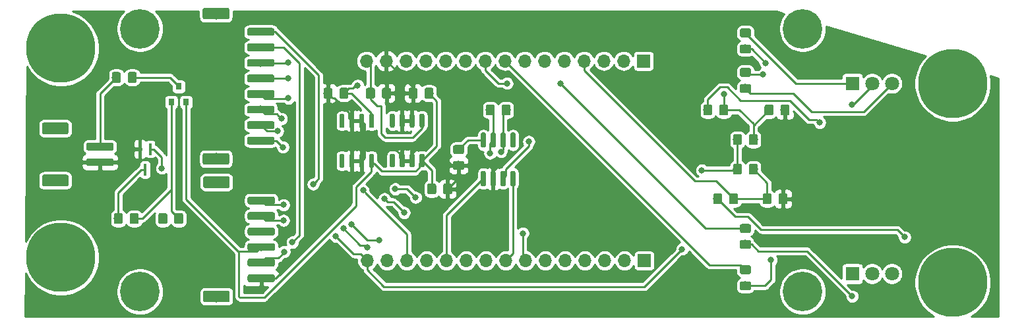
<source format=gbr>
G04 #@! TF.GenerationSoftware,KiCad,Pcbnew,(5.1.4)-1*
G04 #@! TF.CreationDate,2020-03-13T16:12:29-04:00*
G04 #@! TF.ProjectId,DriverDisplay4,44726976-6572-4446-9973-706c6179342e,rev?*
G04 #@! TF.SameCoordinates,Original*
G04 #@! TF.FileFunction,Copper,L1,Top*
G04 #@! TF.FilePolarity,Positive*
%FSLAX46Y46*%
G04 Gerber Fmt 4.6, Leading zero omitted, Abs format (unit mm)*
G04 Created by KiCad (PCBNEW (5.1.4)-1) date 2020-03-13 16:12:29*
%MOMM*%
%LPD*%
G04 APERTURE LIST*
%ADD10C,5.080000*%
%ADD11C,0.100000*%
%ADD12C,1.000000*%
%ADD13C,1.500000*%
%ADD14O,1.700000X1.700000*%
%ADD15R,1.700000X1.700000*%
%ADD16R,1.800000X1.800000*%
%ADD17C,1.800000*%
%ADD18C,0.600000*%
%ADD19C,1.150000*%
%ADD20C,8.890000*%
%ADD21R,0.800000X0.900000*%
%ADD22R,0.450000X1.500000*%
%ADD23C,0.800000*%
%ADD24C,0.250000*%
%ADD25C,0.254000*%
G04 APERTURE END LIST*
D10*
X83536000Y-70836000D03*
X168626000Y-70836000D03*
X168626000Y-104643400D03*
X83536000Y-104643400D03*
D11*
G36*
X100584504Y-70717204D02*
G01*
X100608773Y-70720804D01*
X100632571Y-70726765D01*
X100655671Y-70735030D01*
X100677849Y-70745520D01*
X100698893Y-70758133D01*
X100718598Y-70772747D01*
X100736777Y-70789223D01*
X100753253Y-70807402D01*
X100767867Y-70827107D01*
X100780480Y-70848151D01*
X100790970Y-70870329D01*
X100799235Y-70893429D01*
X100805196Y-70917227D01*
X100808796Y-70941496D01*
X100810000Y-70966000D01*
X100810000Y-71466000D01*
X100808796Y-71490504D01*
X100805196Y-71514773D01*
X100799235Y-71538571D01*
X100790970Y-71561671D01*
X100780480Y-71583849D01*
X100767867Y-71604893D01*
X100753253Y-71624598D01*
X100736777Y-71642777D01*
X100718598Y-71659253D01*
X100698893Y-71673867D01*
X100677849Y-71686480D01*
X100655671Y-71696970D01*
X100632571Y-71705235D01*
X100608773Y-71711196D01*
X100584504Y-71714796D01*
X100560000Y-71716000D01*
X97560000Y-71716000D01*
X97535496Y-71714796D01*
X97511227Y-71711196D01*
X97487429Y-71705235D01*
X97464329Y-71696970D01*
X97442151Y-71686480D01*
X97421107Y-71673867D01*
X97401402Y-71659253D01*
X97383223Y-71642777D01*
X97366747Y-71624598D01*
X97352133Y-71604893D01*
X97339520Y-71583849D01*
X97329030Y-71561671D01*
X97320765Y-71538571D01*
X97314804Y-71514773D01*
X97311204Y-71490504D01*
X97310000Y-71466000D01*
X97310000Y-70966000D01*
X97311204Y-70941496D01*
X97314804Y-70917227D01*
X97320765Y-70893429D01*
X97329030Y-70870329D01*
X97339520Y-70848151D01*
X97352133Y-70827107D01*
X97366747Y-70807402D01*
X97383223Y-70789223D01*
X97401402Y-70772747D01*
X97421107Y-70758133D01*
X97442151Y-70745520D01*
X97464329Y-70735030D01*
X97487429Y-70726765D01*
X97511227Y-70720804D01*
X97535496Y-70717204D01*
X97560000Y-70716000D01*
X100560000Y-70716000D01*
X100584504Y-70717204D01*
X100584504Y-70717204D01*
G37*
D12*
X99060000Y-71216000D03*
D11*
G36*
X100584504Y-72717204D02*
G01*
X100608773Y-72720804D01*
X100632571Y-72726765D01*
X100655671Y-72735030D01*
X100677849Y-72745520D01*
X100698893Y-72758133D01*
X100718598Y-72772747D01*
X100736777Y-72789223D01*
X100753253Y-72807402D01*
X100767867Y-72827107D01*
X100780480Y-72848151D01*
X100790970Y-72870329D01*
X100799235Y-72893429D01*
X100805196Y-72917227D01*
X100808796Y-72941496D01*
X100810000Y-72966000D01*
X100810000Y-73466000D01*
X100808796Y-73490504D01*
X100805196Y-73514773D01*
X100799235Y-73538571D01*
X100790970Y-73561671D01*
X100780480Y-73583849D01*
X100767867Y-73604893D01*
X100753253Y-73624598D01*
X100736777Y-73642777D01*
X100718598Y-73659253D01*
X100698893Y-73673867D01*
X100677849Y-73686480D01*
X100655671Y-73696970D01*
X100632571Y-73705235D01*
X100608773Y-73711196D01*
X100584504Y-73714796D01*
X100560000Y-73716000D01*
X97560000Y-73716000D01*
X97535496Y-73714796D01*
X97511227Y-73711196D01*
X97487429Y-73705235D01*
X97464329Y-73696970D01*
X97442151Y-73686480D01*
X97421107Y-73673867D01*
X97401402Y-73659253D01*
X97383223Y-73642777D01*
X97366747Y-73624598D01*
X97352133Y-73604893D01*
X97339520Y-73583849D01*
X97329030Y-73561671D01*
X97320765Y-73538571D01*
X97314804Y-73514773D01*
X97311204Y-73490504D01*
X97310000Y-73466000D01*
X97310000Y-72966000D01*
X97311204Y-72941496D01*
X97314804Y-72917227D01*
X97320765Y-72893429D01*
X97329030Y-72870329D01*
X97339520Y-72848151D01*
X97352133Y-72827107D01*
X97366747Y-72807402D01*
X97383223Y-72789223D01*
X97401402Y-72772747D01*
X97421107Y-72758133D01*
X97442151Y-72745520D01*
X97464329Y-72735030D01*
X97487429Y-72726765D01*
X97511227Y-72720804D01*
X97535496Y-72717204D01*
X97560000Y-72716000D01*
X100560000Y-72716000D01*
X100584504Y-72717204D01*
X100584504Y-72717204D01*
G37*
D12*
X99060000Y-73216000D03*
D11*
G36*
X100584504Y-74717204D02*
G01*
X100608773Y-74720804D01*
X100632571Y-74726765D01*
X100655671Y-74735030D01*
X100677849Y-74745520D01*
X100698893Y-74758133D01*
X100718598Y-74772747D01*
X100736777Y-74789223D01*
X100753253Y-74807402D01*
X100767867Y-74827107D01*
X100780480Y-74848151D01*
X100790970Y-74870329D01*
X100799235Y-74893429D01*
X100805196Y-74917227D01*
X100808796Y-74941496D01*
X100810000Y-74966000D01*
X100810000Y-75466000D01*
X100808796Y-75490504D01*
X100805196Y-75514773D01*
X100799235Y-75538571D01*
X100790970Y-75561671D01*
X100780480Y-75583849D01*
X100767867Y-75604893D01*
X100753253Y-75624598D01*
X100736777Y-75642777D01*
X100718598Y-75659253D01*
X100698893Y-75673867D01*
X100677849Y-75686480D01*
X100655671Y-75696970D01*
X100632571Y-75705235D01*
X100608773Y-75711196D01*
X100584504Y-75714796D01*
X100560000Y-75716000D01*
X97560000Y-75716000D01*
X97535496Y-75714796D01*
X97511227Y-75711196D01*
X97487429Y-75705235D01*
X97464329Y-75696970D01*
X97442151Y-75686480D01*
X97421107Y-75673867D01*
X97401402Y-75659253D01*
X97383223Y-75642777D01*
X97366747Y-75624598D01*
X97352133Y-75604893D01*
X97339520Y-75583849D01*
X97329030Y-75561671D01*
X97320765Y-75538571D01*
X97314804Y-75514773D01*
X97311204Y-75490504D01*
X97310000Y-75466000D01*
X97310000Y-74966000D01*
X97311204Y-74941496D01*
X97314804Y-74917227D01*
X97320765Y-74893429D01*
X97329030Y-74870329D01*
X97339520Y-74848151D01*
X97352133Y-74827107D01*
X97366747Y-74807402D01*
X97383223Y-74789223D01*
X97401402Y-74772747D01*
X97421107Y-74758133D01*
X97442151Y-74745520D01*
X97464329Y-74735030D01*
X97487429Y-74726765D01*
X97511227Y-74720804D01*
X97535496Y-74717204D01*
X97560000Y-74716000D01*
X100560000Y-74716000D01*
X100584504Y-74717204D01*
X100584504Y-74717204D01*
G37*
D12*
X99060000Y-75216000D03*
D11*
G36*
X100584504Y-76717204D02*
G01*
X100608773Y-76720804D01*
X100632571Y-76726765D01*
X100655671Y-76735030D01*
X100677849Y-76745520D01*
X100698893Y-76758133D01*
X100718598Y-76772747D01*
X100736777Y-76789223D01*
X100753253Y-76807402D01*
X100767867Y-76827107D01*
X100780480Y-76848151D01*
X100790970Y-76870329D01*
X100799235Y-76893429D01*
X100805196Y-76917227D01*
X100808796Y-76941496D01*
X100810000Y-76966000D01*
X100810000Y-77466000D01*
X100808796Y-77490504D01*
X100805196Y-77514773D01*
X100799235Y-77538571D01*
X100790970Y-77561671D01*
X100780480Y-77583849D01*
X100767867Y-77604893D01*
X100753253Y-77624598D01*
X100736777Y-77642777D01*
X100718598Y-77659253D01*
X100698893Y-77673867D01*
X100677849Y-77686480D01*
X100655671Y-77696970D01*
X100632571Y-77705235D01*
X100608773Y-77711196D01*
X100584504Y-77714796D01*
X100560000Y-77716000D01*
X97560000Y-77716000D01*
X97535496Y-77714796D01*
X97511227Y-77711196D01*
X97487429Y-77705235D01*
X97464329Y-77696970D01*
X97442151Y-77686480D01*
X97421107Y-77673867D01*
X97401402Y-77659253D01*
X97383223Y-77642777D01*
X97366747Y-77624598D01*
X97352133Y-77604893D01*
X97339520Y-77583849D01*
X97329030Y-77561671D01*
X97320765Y-77538571D01*
X97314804Y-77514773D01*
X97311204Y-77490504D01*
X97310000Y-77466000D01*
X97310000Y-76966000D01*
X97311204Y-76941496D01*
X97314804Y-76917227D01*
X97320765Y-76893429D01*
X97329030Y-76870329D01*
X97339520Y-76848151D01*
X97352133Y-76827107D01*
X97366747Y-76807402D01*
X97383223Y-76789223D01*
X97401402Y-76772747D01*
X97421107Y-76758133D01*
X97442151Y-76745520D01*
X97464329Y-76735030D01*
X97487429Y-76726765D01*
X97511227Y-76720804D01*
X97535496Y-76717204D01*
X97560000Y-76716000D01*
X100560000Y-76716000D01*
X100584504Y-76717204D01*
X100584504Y-76717204D01*
G37*
D12*
X99060000Y-77216000D03*
D11*
G36*
X100584504Y-78717204D02*
G01*
X100608773Y-78720804D01*
X100632571Y-78726765D01*
X100655671Y-78735030D01*
X100677849Y-78745520D01*
X100698893Y-78758133D01*
X100718598Y-78772747D01*
X100736777Y-78789223D01*
X100753253Y-78807402D01*
X100767867Y-78827107D01*
X100780480Y-78848151D01*
X100790970Y-78870329D01*
X100799235Y-78893429D01*
X100805196Y-78917227D01*
X100808796Y-78941496D01*
X100810000Y-78966000D01*
X100810000Y-79466000D01*
X100808796Y-79490504D01*
X100805196Y-79514773D01*
X100799235Y-79538571D01*
X100790970Y-79561671D01*
X100780480Y-79583849D01*
X100767867Y-79604893D01*
X100753253Y-79624598D01*
X100736777Y-79642777D01*
X100718598Y-79659253D01*
X100698893Y-79673867D01*
X100677849Y-79686480D01*
X100655671Y-79696970D01*
X100632571Y-79705235D01*
X100608773Y-79711196D01*
X100584504Y-79714796D01*
X100560000Y-79716000D01*
X97560000Y-79716000D01*
X97535496Y-79714796D01*
X97511227Y-79711196D01*
X97487429Y-79705235D01*
X97464329Y-79696970D01*
X97442151Y-79686480D01*
X97421107Y-79673867D01*
X97401402Y-79659253D01*
X97383223Y-79642777D01*
X97366747Y-79624598D01*
X97352133Y-79604893D01*
X97339520Y-79583849D01*
X97329030Y-79561671D01*
X97320765Y-79538571D01*
X97314804Y-79514773D01*
X97311204Y-79490504D01*
X97310000Y-79466000D01*
X97310000Y-78966000D01*
X97311204Y-78941496D01*
X97314804Y-78917227D01*
X97320765Y-78893429D01*
X97329030Y-78870329D01*
X97339520Y-78848151D01*
X97352133Y-78827107D01*
X97366747Y-78807402D01*
X97383223Y-78789223D01*
X97401402Y-78772747D01*
X97421107Y-78758133D01*
X97442151Y-78745520D01*
X97464329Y-78735030D01*
X97487429Y-78726765D01*
X97511227Y-78720804D01*
X97535496Y-78717204D01*
X97560000Y-78716000D01*
X100560000Y-78716000D01*
X100584504Y-78717204D01*
X100584504Y-78717204D01*
G37*
D12*
X99060000Y-79216000D03*
D11*
G36*
X100584504Y-80717204D02*
G01*
X100608773Y-80720804D01*
X100632571Y-80726765D01*
X100655671Y-80735030D01*
X100677849Y-80745520D01*
X100698893Y-80758133D01*
X100718598Y-80772747D01*
X100736777Y-80789223D01*
X100753253Y-80807402D01*
X100767867Y-80827107D01*
X100780480Y-80848151D01*
X100790970Y-80870329D01*
X100799235Y-80893429D01*
X100805196Y-80917227D01*
X100808796Y-80941496D01*
X100810000Y-80966000D01*
X100810000Y-81466000D01*
X100808796Y-81490504D01*
X100805196Y-81514773D01*
X100799235Y-81538571D01*
X100790970Y-81561671D01*
X100780480Y-81583849D01*
X100767867Y-81604893D01*
X100753253Y-81624598D01*
X100736777Y-81642777D01*
X100718598Y-81659253D01*
X100698893Y-81673867D01*
X100677849Y-81686480D01*
X100655671Y-81696970D01*
X100632571Y-81705235D01*
X100608773Y-81711196D01*
X100584504Y-81714796D01*
X100560000Y-81716000D01*
X97560000Y-81716000D01*
X97535496Y-81714796D01*
X97511227Y-81711196D01*
X97487429Y-81705235D01*
X97464329Y-81696970D01*
X97442151Y-81686480D01*
X97421107Y-81673867D01*
X97401402Y-81659253D01*
X97383223Y-81642777D01*
X97366747Y-81624598D01*
X97352133Y-81604893D01*
X97339520Y-81583849D01*
X97329030Y-81561671D01*
X97320765Y-81538571D01*
X97314804Y-81514773D01*
X97311204Y-81490504D01*
X97310000Y-81466000D01*
X97310000Y-80966000D01*
X97311204Y-80941496D01*
X97314804Y-80917227D01*
X97320765Y-80893429D01*
X97329030Y-80870329D01*
X97339520Y-80848151D01*
X97352133Y-80827107D01*
X97366747Y-80807402D01*
X97383223Y-80789223D01*
X97401402Y-80772747D01*
X97421107Y-80758133D01*
X97442151Y-80745520D01*
X97464329Y-80735030D01*
X97487429Y-80726765D01*
X97511227Y-80720804D01*
X97535496Y-80717204D01*
X97560000Y-80716000D01*
X100560000Y-80716000D01*
X100584504Y-80717204D01*
X100584504Y-80717204D01*
G37*
D12*
X99060000Y-81216000D03*
D11*
G36*
X100584504Y-82717204D02*
G01*
X100608773Y-82720804D01*
X100632571Y-82726765D01*
X100655671Y-82735030D01*
X100677849Y-82745520D01*
X100698893Y-82758133D01*
X100718598Y-82772747D01*
X100736777Y-82789223D01*
X100753253Y-82807402D01*
X100767867Y-82827107D01*
X100780480Y-82848151D01*
X100790970Y-82870329D01*
X100799235Y-82893429D01*
X100805196Y-82917227D01*
X100808796Y-82941496D01*
X100810000Y-82966000D01*
X100810000Y-83466000D01*
X100808796Y-83490504D01*
X100805196Y-83514773D01*
X100799235Y-83538571D01*
X100790970Y-83561671D01*
X100780480Y-83583849D01*
X100767867Y-83604893D01*
X100753253Y-83624598D01*
X100736777Y-83642777D01*
X100718598Y-83659253D01*
X100698893Y-83673867D01*
X100677849Y-83686480D01*
X100655671Y-83696970D01*
X100632571Y-83705235D01*
X100608773Y-83711196D01*
X100584504Y-83714796D01*
X100560000Y-83716000D01*
X97560000Y-83716000D01*
X97535496Y-83714796D01*
X97511227Y-83711196D01*
X97487429Y-83705235D01*
X97464329Y-83696970D01*
X97442151Y-83686480D01*
X97421107Y-83673867D01*
X97401402Y-83659253D01*
X97383223Y-83642777D01*
X97366747Y-83624598D01*
X97352133Y-83604893D01*
X97339520Y-83583849D01*
X97329030Y-83561671D01*
X97320765Y-83538571D01*
X97314804Y-83514773D01*
X97311204Y-83490504D01*
X97310000Y-83466000D01*
X97310000Y-82966000D01*
X97311204Y-82941496D01*
X97314804Y-82917227D01*
X97320765Y-82893429D01*
X97329030Y-82870329D01*
X97339520Y-82848151D01*
X97352133Y-82827107D01*
X97366747Y-82807402D01*
X97383223Y-82789223D01*
X97401402Y-82772747D01*
X97421107Y-82758133D01*
X97442151Y-82745520D01*
X97464329Y-82735030D01*
X97487429Y-82726765D01*
X97511227Y-82720804D01*
X97535496Y-82717204D01*
X97560000Y-82716000D01*
X100560000Y-82716000D01*
X100584504Y-82717204D01*
X100584504Y-82717204D01*
G37*
D12*
X99060000Y-83216000D03*
D11*
G36*
X100584504Y-84717204D02*
G01*
X100608773Y-84720804D01*
X100632571Y-84726765D01*
X100655671Y-84735030D01*
X100677849Y-84745520D01*
X100698893Y-84758133D01*
X100718598Y-84772747D01*
X100736777Y-84789223D01*
X100753253Y-84807402D01*
X100767867Y-84827107D01*
X100780480Y-84848151D01*
X100790970Y-84870329D01*
X100799235Y-84893429D01*
X100805196Y-84917227D01*
X100808796Y-84941496D01*
X100810000Y-84966000D01*
X100810000Y-85466000D01*
X100808796Y-85490504D01*
X100805196Y-85514773D01*
X100799235Y-85538571D01*
X100790970Y-85561671D01*
X100780480Y-85583849D01*
X100767867Y-85604893D01*
X100753253Y-85624598D01*
X100736777Y-85642777D01*
X100718598Y-85659253D01*
X100698893Y-85673867D01*
X100677849Y-85686480D01*
X100655671Y-85696970D01*
X100632571Y-85705235D01*
X100608773Y-85711196D01*
X100584504Y-85714796D01*
X100560000Y-85716000D01*
X97560000Y-85716000D01*
X97535496Y-85714796D01*
X97511227Y-85711196D01*
X97487429Y-85705235D01*
X97464329Y-85696970D01*
X97442151Y-85686480D01*
X97421107Y-85673867D01*
X97401402Y-85659253D01*
X97383223Y-85642777D01*
X97366747Y-85624598D01*
X97352133Y-85604893D01*
X97339520Y-85583849D01*
X97329030Y-85561671D01*
X97320765Y-85538571D01*
X97314804Y-85514773D01*
X97311204Y-85490504D01*
X97310000Y-85466000D01*
X97310000Y-84966000D01*
X97311204Y-84941496D01*
X97314804Y-84917227D01*
X97320765Y-84893429D01*
X97329030Y-84870329D01*
X97339520Y-84848151D01*
X97352133Y-84827107D01*
X97366747Y-84807402D01*
X97383223Y-84789223D01*
X97401402Y-84772747D01*
X97421107Y-84758133D01*
X97442151Y-84745520D01*
X97464329Y-84735030D01*
X97487429Y-84726765D01*
X97511227Y-84720804D01*
X97535496Y-84717204D01*
X97560000Y-84716000D01*
X100560000Y-84716000D01*
X100584504Y-84717204D01*
X100584504Y-84717204D01*
G37*
D12*
X99060000Y-85216000D03*
D11*
G36*
X94784504Y-68117204D02*
G01*
X94808773Y-68120804D01*
X94832571Y-68126765D01*
X94855671Y-68135030D01*
X94877849Y-68145520D01*
X94898893Y-68158133D01*
X94918598Y-68172747D01*
X94936777Y-68189223D01*
X94953253Y-68207402D01*
X94967867Y-68227107D01*
X94980480Y-68248151D01*
X94990970Y-68270329D01*
X94999235Y-68293429D01*
X95005196Y-68317227D01*
X95008796Y-68341496D01*
X95010000Y-68366000D01*
X95010000Y-69366000D01*
X95008796Y-69390504D01*
X95005196Y-69414773D01*
X94999235Y-69438571D01*
X94990970Y-69461671D01*
X94980480Y-69483849D01*
X94967867Y-69504893D01*
X94953253Y-69524598D01*
X94936777Y-69542777D01*
X94918598Y-69559253D01*
X94898893Y-69573867D01*
X94877849Y-69586480D01*
X94855671Y-69596970D01*
X94832571Y-69605235D01*
X94808773Y-69611196D01*
X94784504Y-69614796D01*
X94760000Y-69616000D01*
X91860000Y-69616000D01*
X91835496Y-69614796D01*
X91811227Y-69611196D01*
X91787429Y-69605235D01*
X91764329Y-69596970D01*
X91742151Y-69586480D01*
X91721107Y-69573867D01*
X91701402Y-69559253D01*
X91683223Y-69542777D01*
X91666747Y-69524598D01*
X91652133Y-69504893D01*
X91639520Y-69483849D01*
X91629030Y-69461671D01*
X91620765Y-69438571D01*
X91614804Y-69414773D01*
X91611204Y-69390504D01*
X91610000Y-69366000D01*
X91610000Y-68366000D01*
X91611204Y-68341496D01*
X91614804Y-68317227D01*
X91620765Y-68293429D01*
X91629030Y-68270329D01*
X91639520Y-68248151D01*
X91652133Y-68227107D01*
X91666747Y-68207402D01*
X91683223Y-68189223D01*
X91701402Y-68172747D01*
X91721107Y-68158133D01*
X91742151Y-68145520D01*
X91764329Y-68135030D01*
X91787429Y-68126765D01*
X91811227Y-68120804D01*
X91835496Y-68117204D01*
X91860000Y-68116000D01*
X94760000Y-68116000D01*
X94784504Y-68117204D01*
X94784504Y-68117204D01*
G37*
D13*
X93310000Y-68866000D03*
D11*
G36*
X94784504Y-86817204D02*
G01*
X94808773Y-86820804D01*
X94832571Y-86826765D01*
X94855671Y-86835030D01*
X94877849Y-86845520D01*
X94898893Y-86858133D01*
X94918598Y-86872747D01*
X94936777Y-86889223D01*
X94953253Y-86907402D01*
X94967867Y-86927107D01*
X94980480Y-86948151D01*
X94990970Y-86970329D01*
X94999235Y-86993429D01*
X95005196Y-87017227D01*
X95008796Y-87041496D01*
X95010000Y-87066000D01*
X95010000Y-88066000D01*
X95008796Y-88090504D01*
X95005196Y-88114773D01*
X94999235Y-88138571D01*
X94990970Y-88161671D01*
X94980480Y-88183849D01*
X94967867Y-88204893D01*
X94953253Y-88224598D01*
X94936777Y-88242777D01*
X94918598Y-88259253D01*
X94898893Y-88273867D01*
X94877849Y-88286480D01*
X94855671Y-88296970D01*
X94832571Y-88305235D01*
X94808773Y-88311196D01*
X94784504Y-88314796D01*
X94760000Y-88316000D01*
X91860000Y-88316000D01*
X91835496Y-88314796D01*
X91811227Y-88311196D01*
X91787429Y-88305235D01*
X91764329Y-88296970D01*
X91742151Y-88286480D01*
X91721107Y-88273867D01*
X91701402Y-88259253D01*
X91683223Y-88242777D01*
X91666747Y-88224598D01*
X91652133Y-88204893D01*
X91639520Y-88183849D01*
X91629030Y-88161671D01*
X91620765Y-88138571D01*
X91614804Y-88114773D01*
X91611204Y-88090504D01*
X91610000Y-88066000D01*
X91610000Y-87066000D01*
X91611204Y-87041496D01*
X91614804Y-87017227D01*
X91620765Y-86993429D01*
X91629030Y-86970329D01*
X91639520Y-86948151D01*
X91652133Y-86927107D01*
X91666747Y-86907402D01*
X91683223Y-86889223D01*
X91701402Y-86872747D01*
X91721107Y-86858133D01*
X91742151Y-86845520D01*
X91764329Y-86835030D01*
X91787429Y-86826765D01*
X91811227Y-86820804D01*
X91835496Y-86817204D01*
X91860000Y-86816000D01*
X94760000Y-86816000D01*
X94784504Y-86817204D01*
X94784504Y-86817204D01*
G37*
D13*
X93310000Y-87566000D03*
D14*
X112740000Y-100660000D03*
X115280000Y-100660000D03*
X117820000Y-100660000D03*
X120360000Y-100660000D03*
X122900000Y-100660000D03*
X125440000Y-100660000D03*
X127980000Y-100660000D03*
X130520000Y-100660000D03*
X133060000Y-100660000D03*
X135600000Y-100660000D03*
X138140000Y-100660000D03*
X140680000Y-100660000D03*
X143220000Y-100660000D03*
X145760000Y-100660000D03*
D15*
X148300000Y-100660000D03*
X148300000Y-100660000D03*
D14*
X145760000Y-100660000D03*
X143220000Y-100660000D03*
X140680000Y-100660000D03*
X138140000Y-100660000D03*
X135600000Y-100660000D03*
X133060000Y-100660000D03*
X130520000Y-100660000D03*
X127980000Y-100660000D03*
X125440000Y-100660000D03*
X122900000Y-100660000D03*
X120360000Y-100660000D03*
X117820000Y-100660000D03*
X115280000Y-100660000D03*
X112740000Y-100660000D03*
X112640000Y-74960000D03*
X115180000Y-74960000D03*
X117720000Y-74960000D03*
X120260000Y-74960000D03*
X122800000Y-74960000D03*
X125340000Y-74960000D03*
X127880000Y-74960000D03*
X130420000Y-74960000D03*
X132960000Y-74960000D03*
X135500000Y-74960000D03*
X138040000Y-74960000D03*
X140580000Y-74960000D03*
X143120000Y-74960000D03*
X145660000Y-74960000D03*
D15*
X148200000Y-74960000D03*
X148200000Y-74960000D03*
D14*
X145660000Y-74960000D03*
X143120000Y-74960000D03*
X140580000Y-74960000D03*
X138040000Y-74960000D03*
X135500000Y-74960000D03*
X132960000Y-74960000D03*
X130420000Y-74960000D03*
X127880000Y-74960000D03*
X125340000Y-74960000D03*
X122800000Y-74960000D03*
X120260000Y-74960000D03*
X117720000Y-74960000D03*
X115180000Y-74960000D03*
X112640000Y-74960000D03*
D16*
X175020000Y-77862000D03*
D17*
X177560000Y-77862000D03*
X180100000Y-77862000D03*
X180100000Y-102350000D03*
X177560000Y-102350000D03*
D16*
X175020000Y-102350000D03*
D11*
G36*
X127799703Y-89130722D02*
G01*
X127814264Y-89132882D01*
X127828543Y-89136459D01*
X127842403Y-89141418D01*
X127855710Y-89147712D01*
X127868336Y-89155280D01*
X127880159Y-89164048D01*
X127891066Y-89173934D01*
X127900952Y-89184841D01*
X127909720Y-89196664D01*
X127917288Y-89209290D01*
X127923582Y-89222597D01*
X127928541Y-89236457D01*
X127932118Y-89250736D01*
X127934278Y-89265297D01*
X127935000Y-89280000D01*
X127935000Y-90930000D01*
X127934278Y-90944703D01*
X127932118Y-90959264D01*
X127928541Y-90973543D01*
X127923582Y-90987403D01*
X127917288Y-91000710D01*
X127909720Y-91013336D01*
X127900952Y-91025159D01*
X127891066Y-91036066D01*
X127880159Y-91045952D01*
X127868336Y-91054720D01*
X127855710Y-91062288D01*
X127842403Y-91068582D01*
X127828543Y-91073541D01*
X127814264Y-91077118D01*
X127799703Y-91079278D01*
X127785000Y-91080000D01*
X127485000Y-91080000D01*
X127470297Y-91079278D01*
X127455736Y-91077118D01*
X127441457Y-91073541D01*
X127427597Y-91068582D01*
X127414290Y-91062288D01*
X127401664Y-91054720D01*
X127389841Y-91045952D01*
X127378934Y-91036066D01*
X127369048Y-91025159D01*
X127360280Y-91013336D01*
X127352712Y-91000710D01*
X127346418Y-90987403D01*
X127341459Y-90973543D01*
X127337882Y-90959264D01*
X127335722Y-90944703D01*
X127335000Y-90930000D01*
X127335000Y-89280000D01*
X127335722Y-89265297D01*
X127337882Y-89250736D01*
X127341459Y-89236457D01*
X127346418Y-89222597D01*
X127352712Y-89209290D01*
X127360280Y-89196664D01*
X127369048Y-89184841D01*
X127378934Y-89173934D01*
X127389841Y-89164048D01*
X127401664Y-89155280D01*
X127414290Y-89147712D01*
X127427597Y-89141418D01*
X127441457Y-89136459D01*
X127455736Y-89132882D01*
X127470297Y-89130722D01*
X127485000Y-89130000D01*
X127785000Y-89130000D01*
X127799703Y-89130722D01*
X127799703Y-89130722D01*
G37*
D18*
X127635000Y-90105000D03*
D11*
G36*
X129069703Y-89130722D02*
G01*
X129084264Y-89132882D01*
X129098543Y-89136459D01*
X129112403Y-89141418D01*
X129125710Y-89147712D01*
X129138336Y-89155280D01*
X129150159Y-89164048D01*
X129161066Y-89173934D01*
X129170952Y-89184841D01*
X129179720Y-89196664D01*
X129187288Y-89209290D01*
X129193582Y-89222597D01*
X129198541Y-89236457D01*
X129202118Y-89250736D01*
X129204278Y-89265297D01*
X129205000Y-89280000D01*
X129205000Y-90930000D01*
X129204278Y-90944703D01*
X129202118Y-90959264D01*
X129198541Y-90973543D01*
X129193582Y-90987403D01*
X129187288Y-91000710D01*
X129179720Y-91013336D01*
X129170952Y-91025159D01*
X129161066Y-91036066D01*
X129150159Y-91045952D01*
X129138336Y-91054720D01*
X129125710Y-91062288D01*
X129112403Y-91068582D01*
X129098543Y-91073541D01*
X129084264Y-91077118D01*
X129069703Y-91079278D01*
X129055000Y-91080000D01*
X128755000Y-91080000D01*
X128740297Y-91079278D01*
X128725736Y-91077118D01*
X128711457Y-91073541D01*
X128697597Y-91068582D01*
X128684290Y-91062288D01*
X128671664Y-91054720D01*
X128659841Y-91045952D01*
X128648934Y-91036066D01*
X128639048Y-91025159D01*
X128630280Y-91013336D01*
X128622712Y-91000710D01*
X128616418Y-90987403D01*
X128611459Y-90973543D01*
X128607882Y-90959264D01*
X128605722Y-90944703D01*
X128605000Y-90930000D01*
X128605000Y-89280000D01*
X128605722Y-89265297D01*
X128607882Y-89250736D01*
X128611459Y-89236457D01*
X128616418Y-89222597D01*
X128622712Y-89209290D01*
X128630280Y-89196664D01*
X128639048Y-89184841D01*
X128648934Y-89173934D01*
X128659841Y-89164048D01*
X128671664Y-89155280D01*
X128684290Y-89147712D01*
X128697597Y-89141418D01*
X128711457Y-89136459D01*
X128725736Y-89132882D01*
X128740297Y-89130722D01*
X128755000Y-89130000D01*
X129055000Y-89130000D01*
X129069703Y-89130722D01*
X129069703Y-89130722D01*
G37*
D18*
X128905000Y-90105000D03*
D11*
G36*
X130339703Y-89130722D02*
G01*
X130354264Y-89132882D01*
X130368543Y-89136459D01*
X130382403Y-89141418D01*
X130395710Y-89147712D01*
X130408336Y-89155280D01*
X130420159Y-89164048D01*
X130431066Y-89173934D01*
X130440952Y-89184841D01*
X130449720Y-89196664D01*
X130457288Y-89209290D01*
X130463582Y-89222597D01*
X130468541Y-89236457D01*
X130472118Y-89250736D01*
X130474278Y-89265297D01*
X130475000Y-89280000D01*
X130475000Y-90930000D01*
X130474278Y-90944703D01*
X130472118Y-90959264D01*
X130468541Y-90973543D01*
X130463582Y-90987403D01*
X130457288Y-91000710D01*
X130449720Y-91013336D01*
X130440952Y-91025159D01*
X130431066Y-91036066D01*
X130420159Y-91045952D01*
X130408336Y-91054720D01*
X130395710Y-91062288D01*
X130382403Y-91068582D01*
X130368543Y-91073541D01*
X130354264Y-91077118D01*
X130339703Y-91079278D01*
X130325000Y-91080000D01*
X130025000Y-91080000D01*
X130010297Y-91079278D01*
X129995736Y-91077118D01*
X129981457Y-91073541D01*
X129967597Y-91068582D01*
X129954290Y-91062288D01*
X129941664Y-91054720D01*
X129929841Y-91045952D01*
X129918934Y-91036066D01*
X129909048Y-91025159D01*
X129900280Y-91013336D01*
X129892712Y-91000710D01*
X129886418Y-90987403D01*
X129881459Y-90973543D01*
X129877882Y-90959264D01*
X129875722Y-90944703D01*
X129875000Y-90930000D01*
X129875000Y-89280000D01*
X129875722Y-89265297D01*
X129877882Y-89250736D01*
X129881459Y-89236457D01*
X129886418Y-89222597D01*
X129892712Y-89209290D01*
X129900280Y-89196664D01*
X129909048Y-89184841D01*
X129918934Y-89173934D01*
X129929841Y-89164048D01*
X129941664Y-89155280D01*
X129954290Y-89147712D01*
X129967597Y-89141418D01*
X129981457Y-89136459D01*
X129995736Y-89132882D01*
X130010297Y-89130722D01*
X130025000Y-89130000D01*
X130325000Y-89130000D01*
X130339703Y-89130722D01*
X130339703Y-89130722D01*
G37*
D18*
X130175000Y-90105000D03*
D11*
G36*
X131609703Y-89130722D02*
G01*
X131624264Y-89132882D01*
X131638543Y-89136459D01*
X131652403Y-89141418D01*
X131665710Y-89147712D01*
X131678336Y-89155280D01*
X131690159Y-89164048D01*
X131701066Y-89173934D01*
X131710952Y-89184841D01*
X131719720Y-89196664D01*
X131727288Y-89209290D01*
X131733582Y-89222597D01*
X131738541Y-89236457D01*
X131742118Y-89250736D01*
X131744278Y-89265297D01*
X131745000Y-89280000D01*
X131745000Y-90930000D01*
X131744278Y-90944703D01*
X131742118Y-90959264D01*
X131738541Y-90973543D01*
X131733582Y-90987403D01*
X131727288Y-91000710D01*
X131719720Y-91013336D01*
X131710952Y-91025159D01*
X131701066Y-91036066D01*
X131690159Y-91045952D01*
X131678336Y-91054720D01*
X131665710Y-91062288D01*
X131652403Y-91068582D01*
X131638543Y-91073541D01*
X131624264Y-91077118D01*
X131609703Y-91079278D01*
X131595000Y-91080000D01*
X131295000Y-91080000D01*
X131280297Y-91079278D01*
X131265736Y-91077118D01*
X131251457Y-91073541D01*
X131237597Y-91068582D01*
X131224290Y-91062288D01*
X131211664Y-91054720D01*
X131199841Y-91045952D01*
X131188934Y-91036066D01*
X131179048Y-91025159D01*
X131170280Y-91013336D01*
X131162712Y-91000710D01*
X131156418Y-90987403D01*
X131151459Y-90973543D01*
X131147882Y-90959264D01*
X131145722Y-90944703D01*
X131145000Y-90930000D01*
X131145000Y-89280000D01*
X131145722Y-89265297D01*
X131147882Y-89250736D01*
X131151459Y-89236457D01*
X131156418Y-89222597D01*
X131162712Y-89209290D01*
X131170280Y-89196664D01*
X131179048Y-89184841D01*
X131188934Y-89173934D01*
X131199841Y-89164048D01*
X131211664Y-89155280D01*
X131224290Y-89147712D01*
X131237597Y-89141418D01*
X131251457Y-89136459D01*
X131265736Y-89132882D01*
X131280297Y-89130722D01*
X131295000Y-89130000D01*
X131595000Y-89130000D01*
X131609703Y-89130722D01*
X131609703Y-89130722D01*
G37*
D18*
X131445000Y-90105000D03*
D11*
G36*
X131609703Y-84180722D02*
G01*
X131624264Y-84182882D01*
X131638543Y-84186459D01*
X131652403Y-84191418D01*
X131665710Y-84197712D01*
X131678336Y-84205280D01*
X131690159Y-84214048D01*
X131701066Y-84223934D01*
X131710952Y-84234841D01*
X131719720Y-84246664D01*
X131727288Y-84259290D01*
X131733582Y-84272597D01*
X131738541Y-84286457D01*
X131742118Y-84300736D01*
X131744278Y-84315297D01*
X131745000Y-84330000D01*
X131745000Y-85980000D01*
X131744278Y-85994703D01*
X131742118Y-86009264D01*
X131738541Y-86023543D01*
X131733582Y-86037403D01*
X131727288Y-86050710D01*
X131719720Y-86063336D01*
X131710952Y-86075159D01*
X131701066Y-86086066D01*
X131690159Y-86095952D01*
X131678336Y-86104720D01*
X131665710Y-86112288D01*
X131652403Y-86118582D01*
X131638543Y-86123541D01*
X131624264Y-86127118D01*
X131609703Y-86129278D01*
X131595000Y-86130000D01*
X131295000Y-86130000D01*
X131280297Y-86129278D01*
X131265736Y-86127118D01*
X131251457Y-86123541D01*
X131237597Y-86118582D01*
X131224290Y-86112288D01*
X131211664Y-86104720D01*
X131199841Y-86095952D01*
X131188934Y-86086066D01*
X131179048Y-86075159D01*
X131170280Y-86063336D01*
X131162712Y-86050710D01*
X131156418Y-86037403D01*
X131151459Y-86023543D01*
X131147882Y-86009264D01*
X131145722Y-85994703D01*
X131145000Y-85980000D01*
X131145000Y-84330000D01*
X131145722Y-84315297D01*
X131147882Y-84300736D01*
X131151459Y-84286457D01*
X131156418Y-84272597D01*
X131162712Y-84259290D01*
X131170280Y-84246664D01*
X131179048Y-84234841D01*
X131188934Y-84223934D01*
X131199841Y-84214048D01*
X131211664Y-84205280D01*
X131224290Y-84197712D01*
X131237597Y-84191418D01*
X131251457Y-84186459D01*
X131265736Y-84182882D01*
X131280297Y-84180722D01*
X131295000Y-84180000D01*
X131595000Y-84180000D01*
X131609703Y-84180722D01*
X131609703Y-84180722D01*
G37*
D18*
X131445000Y-85155000D03*
D11*
G36*
X130339703Y-84180722D02*
G01*
X130354264Y-84182882D01*
X130368543Y-84186459D01*
X130382403Y-84191418D01*
X130395710Y-84197712D01*
X130408336Y-84205280D01*
X130420159Y-84214048D01*
X130431066Y-84223934D01*
X130440952Y-84234841D01*
X130449720Y-84246664D01*
X130457288Y-84259290D01*
X130463582Y-84272597D01*
X130468541Y-84286457D01*
X130472118Y-84300736D01*
X130474278Y-84315297D01*
X130475000Y-84330000D01*
X130475000Y-85980000D01*
X130474278Y-85994703D01*
X130472118Y-86009264D01*
X130468541Y-86023543D01*
X130463582Y-86037403D01*
X130457288Y-86050710D01*
X130449720Y-86063336D01*
X130440952Y-86075159D01*
X130431066Y-86086066D01*
X130420159Y-86095952D01*
X130408336Y-86104720D01*
X130395710Y-86112288D01*
X130382403Y-86118582D01*
X130368543Y-86123541D01*
X130354264Y-86127118D01*
X130339703Y-86129278D01*
X130325000Y-86130000D01*
X130025000Y-86130000D01*
X130010297Y-86129278D01*
X129995736Y-86127118D01*
X129981457Y-86123541D01*
X129967597Y-86118582D01*
X129954290Y-86112288D01*
X129941664Y-86104720D01*
X129929841Y-86095952D01*
X129918934Y-86086066D01*
X129909048Y-86075159D01*
X129900280Y-86063336D01*
X129892712Y-86050710D01*
X129886418Y-86037403D01*
X129881459Y-86023543D01*
X129877882Y-86009264D01*
X129875722Y-85994703D01*
X129875000Y-85980000D01*
X129875000Y-84330000D01*
X129875722Y-84315297D01*
X129877882Y-84300736D01*
X129881459Y-84286457D01*
X129886418Y-84272597D01*
X129892712Y-84259290D01*
X129900280Y-84246664D01*
X129909048Y-84234841D01*
X129918934Y-84223934D01*
X129929841Y-84214048D01*
X129941664Y-84205280D01*
X129954290Y-84197712D01*
X129967597Y-84191418D01*
X129981457Y-84186459D01*
X129995736Y-84182882D01*
X130010297Y-84180722D01*
X130025000Y-84180000D01*
X130325000Y-84180000D01*
X130339703Y-84180722D01*
X130339703Y-84180722D01*
G37*
D18*
X130175000Y-85155000D03*
D11*
G36*
X129069703Y-84180722D02*
G01*
X129084264Y-84182882D01*
X129098543Y-84186459D01*
X129112403Y-84191418D01*
X129125710Y-84197712D01*
X129138336Y-84205280D01*
X129150159Y-84214048D01*
X129161066Y-84223934D01*
X129170952Y-84234841D01*
X129179720Y-84246664D01*
X129187288Y-84259290D01*
X129193582Y-84272597D01*
X129198541Y-84286457D01*
X129202118Y-84300736D01*
X129204278Y-84315297D01*
X129205000Y-84330000D01*
X129205000Y-85980000D01*
X129204278Y-85994703D01*
X129202118Y-86009264D01*
X129198541Y-86023543D01*
X129193582Y-86037403D01*
X129187288Y-86050710D01*
X129179720Y-86063336D01*
X129170952Y-86075159D01*
X129161066Y-86086066D01*
X129150159Y-86095952D01*
X129138336Y-86104720D01*
X129125710Y-86112288D01*
X129112403Y-86118582D01*
X129098543Y-86123541D01*
X129084264Y-86127118D01*
X129069703Y-86129278D01*
X129055000Y-86130000D01*
X128755000Y-86130000D01*
X128740297Y-86129278D01*
X128725736Y-86127118D01*
X128711457Y-86123541D01*
X128697597Y-86118582D01*
X128684290Y-86112288D01*
X128671664Y-86104720D01*
X128659841Y-86095952D01*
X128648934Y-86086066D01*
X128639048Y-86075159D01*
X128630280Y-86063336D01*
X128622712Y-86050710D01*
X128616418Y-86037403D01*
X128611459Y-86023543D01*
X128607882Y-86009264D01*
X128605722Y-85994703D01*
X128605000Y-85980000D01*
X128605000Y-84330000D01*
X128605722Y-84315297D01*
X128607882Y-84300736D01*
X128611459Y-84286457D01*
X128616418Y-84272597D01*
X128622712Y-84259290D01*
X128630280Y-84246664D01*
X128639048Y-84234841D01*
X128648934Y-84223934D01*
X128659841Y-84214048D01*
X128671664Y-84205280D01*
X128684290Y-84197712D01*
X128697597Y-84191418D01*
X128711457Y-84186459D01*
X128725736Y-84182882D01*
X128740297Y-84180722D01*
X128755000Y-84180000D01*
X129055000Y-84180000D01*
X129069703Y-84180722D01*
X129069703Y-84180722D01*
G37*
D18*
X128905000Y-85155000D03*
D11*
G36*
X127799703Y-84180722D02*
G01*
X127814264Y-84182882D01*
X127828543Y-84186459D01*
X127842403Y-84191418D01*
X127855710Y-84197712D01*
X127868336Y-84205280D01*
X127880159Y-84214048D01*
X127891066Y-84223934D01*
X127900952Y-84234841D01*
X127909720Y-84246664D01*
X127917288Y-84259290D01*
X127923582Y-84272597D01*
X127928541Y-84286457D01*
X127932118Y-84300736D01*
X127934278Y-84315297D01*
X127935000Y-84330000D01*
X127935000Y-85980000D01*
X127934278Y-85994703D01*
X127932118Y-86009264D01*
X127928541Y-86023543D01*
X127923582Y-86037403D01*
X127917288Y-86050710D01*
X127909720Y-86063336D01*
X127900952Y-86075159D01*
X127891066Y-86086066D01*
X127880159Y-86095952D01*
X127868336Y-86104720D01*
X127855710Y-86112288D01*
X127842403Y-86118582D01*
X127828543Y-86123541D01*
X127814264Y-86127118D01*
X127799703Y-86129278D01*
X127785000Y-86130000D01*
X127485000Y-86130000D01*
X127470297Y-86129278D01*
X127455736Y-86127118D01*
X127441457Y-86123541D01*
X127427597Y-86118582D01*
X127414290Y-86112288D01*
X127401664Y-86104720D01*
X127389841Y-86095952D01*
X127378934Y-86086066D01*
X127369048Y-86075159D01*
X127360280Y-86063336D01*
X127352712Y-86050710D01*
X127346418Y-86037403D01*
X127341459Y-86023543D01*
X127337882Y-86009264D01*
X127335722Y-85994703D01*
X127335000Y-85980000D01*
X127335000Y-84330000D01*
X127335722Y-84315297D01*
X127337882Y-84300736D01*
X127341459Y-84286457D01*
X127346418Y-84272597D01*
X127352712Y-84259290D01*
X127360280Y-84246664D01*
X127369048Y-84234841D01*
X127378934Y-84223934D01*
X127389841Y-84214048D01*
X127401664Y-84205280D01*
X127414290Y-84197712D01*
X127427597Y-84191418D01*
X127441457Y-84186459D01*
X127455736Y-84182882D01*
X127470297Y-84180722D01*
X127485000Y-84180000D01*
X127785000Y-84180000D01*
X127799703Y-84180722D01*
X127799703Y-84180722D01*
G37*
D18*
X127635000Y-85155000D03*
D11*
G36*
X164424505Y-92011204D02*
G01*
X164448773Y-92014804D01*
X164472572Y-92020765D01*
X164495671Y-92029030D01*
X164517850Y-92039520D01*
X164538893Y-92052132D01*
X164558599Y-92066747D01*
X164576777Y-92083223D01*
X164593253Y-92101401D01*
X164607868Y-92121107D01*
X164620480Y-92142150D01*
X164630970Y-92164329D01*
X164639235Y-92187428D01*
X164645196Y-92211227D01*
X164648796Y-92235495D01*
X164650000Y-92259999D01*
X164650000Y-93160001D01*
X164648796Y-93184505D01*
X164645196Y-93208773D01*
X164639235Y-93232572D01*
X164630970Y-93255671D01*
X164620480Y-93277850D01*
X164607868Y-93298893D01*
X164593253Y-93318599D01*
X164576777Y-93336777D01*
X164558599Y-93353253D01*
X164538893Y-93367868D01*
X164517850Y-93380480D01*
X164495671Y-93390970D01*
X164472572Y-93399235D01*
X164448773Y-93405196D01*
X164424505Y-93408796D01*
X164400001Y-93410000D01*
X163749999Y-93410000D01*
X163725495Y-93408796D01*
X163701227Y-93405196D01*
X163677428Y-93399235D01*
X163654329Y-93390970D01*
X163632150Y-93380480D01*
X163611107Y-93367868D01*
X163591401Y-93353253D01*
X163573223Y-93336777D01*
X163556747Y-93318599D01*
X163542132Y-93298893D01*
X163529520Y-93277850D01*
X163519030Y-93255671D01*
X163510765Y-93232572D01*
X163504804Y-93208773D01*
X163501204Y-93184505D01*
X163500000Y-93160001D01*
X163500000Y-92259999D01*
X163501204Y-92235495D01*
X163504804Y-92211227D01*
X163510765Y-92187428D01*
X163519030Y-92164329D01*
X163529520Y-92142150D01*
X163542132Y-92121107D01*
X163556747Y-92101401D01*
X163573223Y-92083223D01*
X163591401Y-92066747D01*
X163611107Y-92052132D01*
X163632150Y-92039520D01*
X163654329Y-92029030D01*
X163677428Y-92020765D01*
X163701227Y-92014804D01*
X163725495Y-92011204D01*
X163749999Y-92010000D01*
X164400001Y-92010000D01*
X164424505Y-92011204D01*
X164424505Y-92011204D01*
G37*
D19*
X164075000Y-92710000D03*
D11*
G36*
X166474505Y-92011204D02*
G01*
X166498773Y-92014804D01*
X166522572Y-92020765D01*
X166545671Y-92029030D01*
X166567850Y-92039520D01*
X166588893Y-92052132D01*
X166608599Y-92066747D01*
X166626777Y-92083223D01*
X166643253Y-92101401D01*
X166657868Y-92121107D01*
X166670480Y-92142150D01*
X166680970Y-92164329D01*
X166689235Y-92187428D01*
X166695196Y-92211227D01*
X166698796Y-92235495D01*
X166700000Y-92259999D01*
X166700000Y-93160001D01*
X166698796Y-93184505D01*
X166695196Y-93208773D01*
X166689235Y-93232572D01*
X166680970Y-93255671D01*
X166670480Y-93277850D01*
X166657868Y-93298893D01*
X166643253Y-93318599D01*
X166626777Y-93336777D01*
X166608599Y-93353253D01*
X166588893Y-93367868D01*
X166567850Y-93380480D01*
X166545671Y-93390970D01*
X166522572Y-93399235D01*
X166498773Y-93405196D01*
X166474505Y-93408796D01*
X166450001Y-93410000D01*
X165799999Y-93410000D01*
X165775495Y-93408796D01*
X165751227Y-93405196D01*
X165727428Y-93399235D01*
X165704329Y-93390970D01*
X165682150Y-93380480D01*
X165661107Y-93367868D01*
X165641401Y-93353253D01*
X165623223Y-93336777D01*
X165606747Y-93318599D01*
X165592132Y-93298893D01*
X165579520Y-93277850D01*
X165569030Y-93255671D01*
X165560765Y-93232572D01*
X165554804Y-93208773D01*
X165551204Y-93184505D01*
X165550000Y-93160001D01*
X165550000Y-92259999D01*
X165551204Y-92235495D01*
X165554804Y-92211227D01*
X165560765Y-92187428D01*
X165569030Y-92164329D01*
X165579520Y-92142150D01*
X165592132Y-92121107D01*
X165606747Y-92101401D01*
X165623223Y-92083223D01*
X165641401Y-92066747D01*
X165661107Y-92052132D01*
X165682150Y-92039520D01*
X165704329Y-92029030D01*
X165727428Y-92020765D01*
X165751227Y-92014804D01*
X165775495Y-92011204D01*
X165799999Y-92010000D01*
X166450001Y-92010000D01*
X166474505Y-92011204D01*
X166474505Y-92011204D01*
G37*
D19*
X166125000Y-92710000D03*
D11*
G36*
X166719505Y-80581204D02*
G01*
X166743773Y-80584804D01*
X166767572Y-80590765D01*
X166790671Y-80599030D01*
X166812850Y-80609520D01*
X166833893Y-80622132D01*
X166853599Y-80636747D01*
X166871777Y-80653223D01*
X166888253Y-80671401D01*
X166902868Y-80691107D01*
X166915480Y-80712150D01*
X166925970Y-80734329D01*
X166934235Y-80757428D01*
X166940196Y-80781227D01*
X166943796Y-80805495D01*
X166945000Y-80829999D01*
X166945000Y-81730001D01*
X166943796Y-81754505D01*
X166940196Y-81778773D01*
X166934235Y-81802572D01*
X166925970Y-81825671D01*
X166915480Y-81847850D01*
X166902868Y-81868893D01*
X166888253Y-81888599D01*
X166871777Y-81906777D01*
X166853599Y-81923253D01*
X166833893Y-81937868D01*
X166812850Y-81950480D01*
X166790671Y-81960970D01*
X166767572Y-81969235D01*
X166743773Y-81975196D01*
X166719505Y-81978796D01*
X166695001Y-81980000D01*
X166044999Y-81980000D01*
X166020495Y-81978796D01*
X165996227Y-81975196D01*
X165972428Y-81969235D01*
X165949329Y-81960970D01*
X165927150Y-81950480D01*
X165906107Y-81937868D01*
X165886401Y-81923253D01*
X165868223Y-81906777D01*
X165851747Y-81888599D01*
X165837132Y-81868893D01*
X165824520Y-81847850D01*
X165814030Y-81825671D01*
X165805765Y-81802572D01*
X165799804Y-81778773D01*
X165796204Y-81754505D01*
X165795000Y-81730001D01*
X165795000Y-80829999D01*
X165796204Y-80805495D01*
X165799804Y-80781227D01*
X165805765Y-80757428D01*
X165814030Y-80734329D01*
X165824520Y-80712150D01*
X165837132Y-80691107D01*
X165851747Y-80671401D01*
X165868223Y-80653223D01*
X165886401Y-80636747D01*
X165906107Y-80622132D01*
X165927150Y-80609520D01*
X165949329Y-80599030D01*
X165972428Y-80590765D01*
X165996227Y-80584804D01*
X166020495Y-80581204D01*
X166044999Y-80580000D01*
X166695001Y-80580000D01*
X166719505Y-80581204D01*
X166719505Y-80581204D01*
G37*
D19*
X166370000Y-81280000D03*
D11*
G36*
X164669505Y-80581204D02*
G01*
X164693773Y-80584804D01*
X164717572Y-80590765D01*
X164740671Y-80599030D01*
X164762850Y-80609520D01*
X164783893Y-80622132D01*
X164803599Y-80636747D01*
X164821777Y-80653223D01*
X164838253Y-80671401D01*
X164852868Y-80691107D01*
X164865480Y-80712150D01*
X164875970Y-80734329D01*
X164884235Y-80757428D01*
X164890196Y-80781227D01*
X164893796Y-80805495D01*
X164895000Y-80829999D01*
X164895000Y-81730001D01*
X164893796Y-81754505D01*
X164890196Y-81778773D01*
X164884235Y-81802572D01*
X164875970Y-81825671D01*
X164865480Y-81847850D01*
X164852868Y-81868893D01*
X164838253Y-81888599D01*
X164821777Y-81906777D01*
X164803599Y-81923253D01*
X164783893Y-81937868D01*
X164762850Y-81950480D01*
X164740671Y-81960970D01*
X164717572Y-81969235D01*
X164693773Y-81975196D01*
X164669505Y-81978796D01*
X164645001Y-81980000D01*
X163994999Y-81980000D01*
X163970495Y-81978796D01*
X163946227Y-81975196D01*
X163922428Y-81969235D01*
X163899329Y-81960970D01*
X163877150Y-81950480D01*
X163856107Y-81937868D01*
X163836401Y-81923253D01*
X163818223Y-81906777D01*
X163801747Y-81888599D01*
X163787132Y-81868893D01*
X163774520Y-81847850D01*
X163764030Y-81825671D01*
X163755765Y-81802572D01*
X163749804Y-81778773D01*
X163746204Y-81754505D01*
X163745000Y-81730001D01*
X163745000Y-80829999D01*
X163746204Y-80805495D01*
X163749804Y-80781227D01*
X163755765Y-80757428D01*
X163764030Y-80734329D01*
X163774520Y-80712150D01*
X163787132Y-80691107D01*
X163801747Y-80671401D01*
X163818223Y-80653223D01*
X163836401Y-80636747D01*
X163856107Y-80622132D01*
X163877150Y-80609520D01*
X163899329Y-80599030D01*
X163922428Y-80590765D01*
X163946227Y-80584804D01*
X163970495Y-80581204D01*
X163994999Y-80580000D01*
X164645001Y-80580000D01*
X164669505Y-80581204D01*
X164669505Y-80581204D01*
G37*
D19*
X164320000Y-81280000D03*
D11*
G36*
X124934505Y-85786204D02*
G01*
X124958773Y-85789804D01*
X124982572Y-85795765D01*
X125005671Y-85804030D01*
X125027850Y-85814520D01*
X125048893Y-85827132D01*
X125068599Y-85841747D01*
X125086777Y-85858223D01*
X125103253Y-85876401D01*
X125117868Y-85896107D01*
X125130480Y-85917150D01*
X125140970Y-85939329D01*
X125149235Y-85962428D01*
X125155196Y-85986227D01*
X125158796Y-86010495D01*
X125160000Y-86034999D01*
X125160000Y-86685001D01*
X125158796Y-86709505D01*
X125155196Y-86733773D01*
X125149235Y-86757572D01*
X125140970Y-86780671D01*
X125130480Y-86802850D01*
X125117868Y-86823893D01*
X125103253Y-86843599D01*
X125086777Y-86861777D01*
X125068599Y-86878253D01*
X125048893Y-86892868D01*
X125027850Y-86905480D01*
X125005671Y-86915970D01*
X124982572Y-86924235D01*
X124958773Y-86930196D01*
X124934505Y-86933796D01*
X124910001Y-86935000D01*
X124009999Y-86935000D01*
X123985495Y-86933796D01*
X123961227Y-86930196D01*
X123937428Y-86924235D01*
X123914329Y-86915970D01*
X123892150Y-86905480D01*
X123871107Y-86892868D01*
X123851401Y-86878253D01*
X123833223Y-86861777D01*
X123816747Y-86843599D01*
X123802132Y-86823893D01*
X123789520Y-86802850D01*
X123779030Y-86780671D01*
X123770765Y-86757572D01*
X123764804Y-86733773D01*
X123761204Y-86709505D01*
X123760000Y-86685001D01*
X123760000Y-86034999D01*
X123761204Y-86010495D01*
X123764804Y-85986227D01*
X123770765Y-85962428D01*
X123779030Y-85939329D01*
X123789520Y-85917150D01*
X123802132Y-85896107D01*
X123816747Y-85876401D01*
X123833223Y-85858223D01*
X123851401Y-85841747D01*
X123871107Y-85827132D01*
X123892150Y-85814520D01*
X123914329Y-85804030D01*
X123937428Y-85795765D01*
X123961227Y-85789804D01*
X123985495Y-85786204D01*
X124009999Y-85785000D01*
X124910001Y-85785000D01*
X124934505Y-85786204D01*
X124934505Y-85786204D01*
G37*
D19*
X124460000Y-86360000D03*
D11*
G36*
X124934505Y-87836204D02*
G01*
X124958773Y-87839804D01*
X124982572Y-87845765D01*
X125005671Y-87854030D01*
X125027850Y-87864520D01*
X125048893Y-87877132D01*
X125068599Y-87891747D01*
X125086777Y-87908223D01*
X125103253Y-87926401D01*
X125117868Y-87946107D01*
X125130480Y-87967150D01*
X125140970Y-87989329D01*
X125149235Y-88012428D01*
X125155196Y-88036227D01*
X125158796Y-88060495D01*
X125160000Y-88084999D01*
X125160000Y-88735001D01*
X125158796Y-88759505D01*
X125155196Y-88783773D01*
X125149235Y-88807572D01*
X125140970Y-88830671D01*
X125130480Y-88852850D01*
X125117868Y-88873893D01*
X125103253Y-88893599D01*
X125086777Y-88911777D01*
X125068599Y-88928253D01*
X125048893Y-88942868D01*
X125027850Y-88955480D01*
X125005671Y-88965970D01*
X124982572Y-88974235D01*
X124958773Y-88980196D01*
X124934505Y-88983796D01*
X124910001Y-88985000D01*
X124009999Y-88985000D01*
X123985495Y-88983796D01*
X123961227Y-88980196D01*
X123937428Y-88974235D01*
X123914329Y-88965970D01*
X123892150Y-88955480D01*
X123871107Y-88942868D01*
X123851401Y-88928253D01*
X123833223Y-88911777D01*
X123816747Y-88893599D01*
X123802132Y-88873893D01*
X123789520Y-88852850D01*
X123779030Y-88830671D01*
X123770765Y-88807572D01*
X123764804Y-88783773D01*
X123761204Y-88759505D01*
X123760000Y-88735001D01*
X123760000Y-88084999D01*
X123761204Y-88060495D01*
X123764804Y-88036227D01*
X123770765Y-88012428D01*
X123779030Y-87989329D01*
X123789520Y-87967150D01*
X123802132Y-87946107D01*
X123816747Y-87926401D01*
X123833223Y-87908223D01*
X123851401Y-87891747D01*
X123871107Y-87877132D01*
X123892150Y-87864520D01*
X123914329Y-87854030D01*
X123937428Y-87845765D01*
X123961227Y-87839804D01*
X123985495Y-87836204D01*
X124009999Y-87835000D01*
X124910001Y-87835000D01*
X124934505Y-87836204D01*
X124934505Y-87836204D01*
G37*
D19*
X124460000Y-88410000D03*
D11*
G36*
X128864505Y-80581204D02*
G01*
X128888773Y-80584804D01*
X128912572Y-80590765D01*
X128935671Y-80599030D01*
X128957850Y-80609520D01*
X128978893Y-80622132D01*
X128998599Y-80636747D01*
X129016777Y-80653223D01*
X129033253Y-80671401D01*
X129047868Y-80691107D01*
X129060480Y-80712150D01*
X129070970Y-80734329D01*
X129079235Y-80757428D01*
X129085196Y-80781227D01*
X129088796Y-80805495D01*
X129090000Y-80829999D01*
X129090000Y-81730001D01*
X129088796Y-81754505D01*
X129085196Y-81778773D01*
X129079235Y-81802572D01*
X129070970Y-81825671D01*
X129060480Y-81847850D01*
X129047868Y-81868893D01*
X129033253Y-81888599D01*
X129016777Y-81906777D01*
X128998599Y-81923253D01*
X128978893Y-81937868D01*
X128957850Y-81950480D01*
X128935671Y-81960970D01*
X128912572Y-81969235D01*
X128888773Y-81975196D01*
X128864505Y-81978796D01*
X128840001Y-81980000D01*
X128189999Y-81980000D01*
X128165495Y-81978796D01*
X128141227Y-81975196D01*
X128117428Y-81969235D01*
X128094329Y-81960970D01*
X128072150Y-81950480D01*
X128051107Y-81937868D01*
X128031401Y-81923253D01*
X128013223Y-81906777D01*
X127996747Y-81888599D01*
X127982132Y-81868893D01*
X127969520Y-81847850D01*
X127959030Y-81825671D01*
X127950765Y-81802572D01*
X127944804Y-81778773D01*
X127941204Y-81754505D01*
X127940000Y-81730001D01*
X127940000Y-80829999D01*
X127941204Y-80805495D01*
X127944804Y-80781227D01*
X127950765Y-80757428D01*
X127959030Y-80734329D01*
X127969520Y-80712150D01*
X127982132Y-80691107D01*
X127996747Y-80671401D01*
X128013223Y-80653223D01*
X128031401Y-80636747D01*
X128051107Y-80622132D01*
X128072150Y-80609520D01*
X128094329Y-80599030D01*
X128117428Y-80590765D01*
X128141227Y-80584804D01*
X128165495Y-80581204D01*
X128189999Y-80580000D01*
X128840001Y-80580000D01*
X128864505Y-80581204D01*
X128864505Y-80581204D01*
G37*
D19*
X128515000Y-81280000D03*
D11*
G36*
X130914505Y-80581204D02*
G01*
X130938773Y-80584804D01*
X130962572Y-80590765D01*
X130985671Y-80599030D01*
X131007850Y-80609520D01*
X131028893Y-80622132D01*
X131048599Y-80636747D01*
X131066777Y-80653223D01*
X131083253Y-80671401D01*
X131097868Y-80691107D01*
X131110480Y-80712150D01*
X131120970Y-80734329D01*
X131129235Y-80757428D01*
X131135196Y-80781227D01*
X131138796Y-80805495D01*
X131140000Y-80829999D01*
X131140000Y-81730001D01*
X131138796Y-81754505D01*
X131135196Y-81778773D01*
X131129235Y-81802572D01*
X131120970Y-81825671D01*
X131110480Y-81847850D01*
X131097868Y-81868893D01*
X131083253Y-81888599D01*
X131066777Y-81906777D01*
X131048599Y-81923253D01*
X131028893Y-81937868D01*
X131007850Y-81950480D01*
X130985671Y-81960970D01*
X130962572Y-81969235D01*
X130938773Y-81975196D01*
X130914505Y-81978796D01*
X130890001Y-81980000D01*
X130239999Y-81980000D01*
X130215495Y-81978796D01*
X130191227Y-81975196D01*
X130167428Y-81969235D01*
X130144329Y-81960970D01*
X130122150Y-81950480D01*
X130101107Y-81937868D01*
X130081401Y-81923253D01*
X130063223Y-81906777D01*
X130046747Y-81888599D01*
X130032132Y-81868893D01*
X130019520Y-81847850D01*
X130009030Y-81825671D01*
X130000765Y-81802572D01*
X129994804Y-81778773D01*
X129991204Y-81754505D01*
X129990000Y-81730001D01*
X129990000Y-80829999D01*
X129991204Y-80805495D01*
X129994804Y-80781227D01*
X130000765Y-80757428D01*
X130009030Y-80734329D01*
X130019520Y-80712150D01*
X130032132Y-80691107D01*
X130046747Y-80671401D01*
X130063223Y-80653223D01*
X130081401Y-80636747D01*
X130101107Y-80622132D01*
X130122150Y-80609520D01*
X130144329Y-80599030D01*
X130167428Y-80590765D01*
X130191227Y-80584804D01*
X130215495Y-80581204D01*
X130239999Y-80580000D01*
X130890001Y-80580000D01*
X130914505Y-80581204D01*
X130914505Y-80581204D01*
G37*
D19*
X130565000Y-81280000D03*
D11*
G36*
X160614505Y-88201204D02*
G01*
X160638773Y-88204804D01*
X160662572Y-88210765D01*
X160685671Y-88219030D01*
X160707850Y-88229520D01*
X160728893Y-88242132D01*
X160748599Y-88256747D01*
X160766777Y-88273223D01*
X160783253Y-88291401D01*
X160797868Y-88311107D01*
X160810480Y-88332150D01*
X160820970Y-88354329D01*
X160829235Y-88377428D01*
X160835196Y-88401227D01*
X160838796Y-88425495D01*
X160840000Y-88449999D01*
X160840000Y-89350001D01*
X160838796Y-89374505D01*
X160835196Y-89398773D01*
X160829235Y-89422572D01*
X160820970Y-89445671D01*
X160810480Y-89467850D01*
X160797868Y-89488893D01*
X160783253Y-89508599D01*
X160766777Y-89526777D01*
X160748599Y-89543253D01*
X160728893Y-89557868D01*
X160707850Y-89570480D01*
X160685671Y-89580970D01*
X160662572Y-89589235D01*
X160638773Y-89595196D01*
X160614505Y-89598796D01*
X160590001Y-89600000D01*
X159939999Y-89600000D01*
X159915495Y-89598796D01*
X159891227Y-89595196D01*
X159867428Y-89589235D01*
X159844329Y-89580970D01*
X159822150Y-89570480D01*
X159801107Y-89557868D01*
X159781401Y-89543253D01*
X159763223Y-89526777D01*
X159746747Y-89508599D01*
X159732132Y-89488893D01*
X159719520Y-89467850D01*
X159709030Y-89445671D01*
X159700765Y-89422572D01*
X159694804Y-89398773D01*
X159691204Y-89374505D01*
X159690000Y-89350001D01*
X159690000Y-88449999D01*
X159691204Y-88425495D01*
X159694804Y-88401227D01*
X159700765Y-88377428D01*
X159709030Y-88354329D01*
X159719520Y-88332150D01*
X159732132Y-88311107D01*
X159746747Y-88291401D01*
X159763223Y-88273223D01*
X159781401Y-88256747D01*
X159801107Y-88242132D01*
X159822150Y-88229520D01*
X159844329Y-88219030D01*
X159867428Y-88210765D01*
X159891227Y-88204804D01*
X159915495Y-88201204D01*
X159939999Y-88200000D01*
X160590001Y-88200000D01*
X160614505Y-88201204D01*
X160614505Y-88201204D01*
G37*
D19*
X160265000Y-88900000D03*
D11*
G36*
X162664505Y-88201204D02*
G01*
X162688773Y-88204804D01*
X162712572Y-88210765D01*
X162735671Y-88219030D01*
X162757850Y-88229520D01*
X162778893Y-88242132D01*
X162798599Y-88256747D01*
X162816777Y-88273223D01*
X162833253Y-88291401D01*
X162847868Y-88311107D01*
X162860480Y-88332150D01*
X162870970Y-88354329D01*
X162879235Y-88377428D01*
X162885196Y-88401227D01*
X162888796Y-88425495D01*
X162890000Y-88449999D01*
X162890000Y-89350001D01*
X162888796Y-89374505D01*
X162885196Y-89398773D01*
X162879235Y-89422572D01*
X162870970Y-89445671D01*
X162860480Y-89467850D01*
X162847868Y-89488893D01*
X162833253Y-89508599D01*
X162816777Y-89526777D01*
X162798599Y-89543253D01*
X162778893Y-89557868D01*
X162757850Y-89570480D01*
X162735671Y-89580970D01*
X162712572Y-89589235D01*
X162688773Y-89595196D01*
X162664505Y-89598796D01*
X162640001Y-89600000D01*
X161989999Y-89600000D01*
X161965495Y-89598796D01*
X161941227Y-89595196D01*
X161917428Y-89589235D01*
X161894329Y-89580970D01*
X161872150Y-89570480D01*
X161851107Y-89557868D01*
X161831401Y-89543253D01*
X161813223Y-89526777D01*
X161796747Y-89508599D01*
X161782132Y-89488893D01*
X161769520Y-89467850D01*
X161759030Y-89445671D01*
X161750765Y-89422572D01*
X161744804Y-89398773D01*
X161741204Y-89374505D01*
X161740000Y-89350001D01*
X161740000Y-88449999D01*
X161741204Y-88425495D01*
X161744804Y-88401227D01*
X161750765Y-88377428D01*
X161759030Y-88354329D01*
X161769520Y-88332150D01*
X161782132Y-88311107D01*
X161796747Y-88291401D01*
X161813223Y-88273223D01*
X161831401Y-88256747D01*
X161851107Y-88242132D01*
X161872150Y-88229520D01*
X161894329Y-88219030D01*
X161917428Y-88210765D01*
X161941227Y-88204804D01*
X161965495Y-88201204D01*
X161989999Y-88200000D01*
X162640001Y-88200000D01*
X162664505Y-88201204D01*
X162664505Y-88201204D01*
G37*
D19*
X162315000Y-88900000D03*
D11*
G36*
X158074505Y-92011204D02*
G01*
X158098773Y-92014804D01*
X158122572Y-92020765D01*
X158145671Y-92029030D01*
X158167850Y-92039520D01*
X158188893Y-92052132D01*
X158208599Y-92066747D01*
X158226777Y-92083223D01*
X158243253Y-92101401D01*
X158257868Y-92121107D01*
X158270480Y-92142150D01*
X158280970Y-92164329D01*
X158289235Y-92187428D01*
X158295196Y-92211227D01*
X158298796Y-92235495D01*
X158300000Y-92259999D01*
X158300000Y-93160001D01*
X158298796Y-93184505D01*
X158295196Y-93208773D01*
X158289235Y-93232572D01*
X158280970Y-93255671D01*
X158270480Y-93277850D01*
X158257868Y-93298893D01*
X158243253Y-93318599D01*
X158226777Y-93336777D01*
X158208599Y-93353253D01*
X158188893Y-93367868D01*
X158167850Y-93380480D01*
X158145671Y-93390970D01*
X158122572Y-93399235D01*
X158098773Y-93405196D01*
X158074505Y-93408796D01*
X158050001Y-93410000D01*
X157399999Y-93410000D01*
X157375495Y-93408796D01*
X157351227Y-93405196D01*
X157327428Y-93399235D01*
X157304329Y-93390970D01*
X157282150Y-93380480D01*
X157261107Y-93367868D01*
X157241401Y-93353253D01*
X157223223Y-93336777D01*
X157206747Y-93318599D01*
X157192132Y-93298893D01*
X157179520Y-93277850D01*
X157169030Y-93255671D01*
X157160765Y-93232572D01*
X157154804Y-93208773D01*
X157151204Y-93184505D01*
X157150000Y-93160001D01*
X157150000Y-92259999D01*
X157151204Y-92235495D01*
X157154804Y-92211227D01*
X157160765Y-92187428D01*
X157169030Y-92164329D01*
X157179520Y-92142150D01*
X157192132Y-92121107D01*
X157206747Y-92101401D01*
X157223223Y-92083223D01*
X157241401Y-92066747D01*
X157261107Y-92052132D01*
X157282150Y-92039520D01*
X157304329Y-92029030D01*
X157327428Y-92020765D01*
X157351227Y-92014804D01*
X157375495Y-92011204D01*
X157399999Y-92010000D01*
X158050001Y-92010000D01*
X158074505Y-92011204D01*
X158074505Y-92011204D01*
G37*
D19*
X157725000Y-92710000D03*
D11*
G36*
X160124505Y-92011204D02*
G01*
X160148773Y-92014804D01*
X160172572Y-92020765D01*
X160195671Y-92029030D01*
X160217850Y-92039520D01*
X160238893Y-92052132D01*
X160258599Y-92066747D01*
X160276777Y-92083223D01*
X160293253Y-92101401D01*
X160307868Y-92121107D01*
X160320480Y-92142150D01*
X160330970Y-92164329D01*
X160339235Y-92187428D01*
X160345196Y-92211227D01*
X160348796Y-92235495D01*
X160350000Y-92259999D01*
X160350000Y-93160001D01*
X160348796Y-93184505D01*
X160345196Y-93208773D01*
X160339235Y-93232572D01*
X160330970Y-93255671D01*
X160320480Y-93277850D01*
X160307868Y-93298893D01*
X160293253Y-93318599D01*
X160276777Y-93336777D01*
X160258599Y-93353253D01*
X160238893Y-93367868D01*
X160217850Y-93380480D01*
X160195671Y-93390970D01*
X160172572Y-93399235D01*
X160148773Y-93405196D01*
X160124505Y-93408796D01*
X160100001Y-93410000D01*
X159449999Y-93410000D01*
X159425495Y-93408796D01*
X159401227Y-93405196D01*
X159377428Y-93399235D01*
X159354329Y-93390970D01*
X159332150Y-93380480D01*
X159311107Y-93367868D01*
X159291401Y-93353253D01*
X159273223Y-93336777D01*
X159256747Y-93318599D01*
X159242132Y-93298893D01*
X159229520Y-93277850D01*
X159219030Y-93255671D01*
X159210765Y-93232572D01*
X159204804Y-93208773D01*
X159201204Y-93184505D01*
X159200000Y-93160001D01*
X159200000Y-92259999D01*
X159201204Y-92235495D01*
X159204804Y-92211227D01*
X159210765Y-92187428D01*
X159219030Y-92164329D01*
X159229520Y-92142150D01*
X159242132Y-92121107D01*
X159256747Y-92101401D01*
X159273223Y-92083223D01*
X159291401Y-92066747D01*
X159311107Y-92052132D01*
X159332150Y-92039520D01*
X159354329Y-92029030D01*
X159377428Y-92020765D01*
X159401227Y-92014804D01*
X159425495Y-92011204D01*
X159449999Y-92010000D01*
X160100001Y-92010000D01*
X160124505Y-92011204D01*
X160124505Y-92011204D01*
G37*
D19*
X159775000Y-92710000D03*
D11*
G36*
X160614505Y-84391204D02*
G01*
X160638773Y-84394804D01*
X160662572Y-84400765D01*
X160685671Y-84409030D01*
X160707850Y-84419520D01*
X160728893Y-84432132D01*
X160748599Y-84446747D01*
X160766777Y-84463223D01*
X160783253Y-84481401D01*
X160797868Y-84501107D01*
X160810480Y-84522150D01*
X160820970Y-84544329D01*
X160829235Y-84567428D01*
X160835196Y-84591227D01*
X160838796Y-84615495D01*
X160840000Y-84639999D01*
X160840000Y-85540001D01*
X160838796Y-85564505D01*
X160835196Y-85588773D01*
X160829235Y-85612572D01*
X160820970Y-85635671D01*
X160810480Y-85657850D01*
X160797868Y-85678893D01*
X160783253Y-85698599D01*
X160766777Y-85716777D01*
X160748599Y-85733253D01*
X160728893Y-85747868D01*
X160707850Y-85760480D01*
X160685671Y-85770970D01*
X160662572Y-85779235D01*
X160638773Y-85785196D01*
X160614505Y-85788796D01*
X160590001Y-85790000D01*
X159939999Y-85790000D01*
X159915495Y-85788796D01*
X159891227Y-85785196D01*
X159867428Y-85779235D01*
X159844329Y-85770970D01*
X159822150Y-85760480D01*
X159801107Y-85747868D01*
X159781401Y-85733253D01*
X159763223Y-85716777D01*
X159746747Y-85698599D01*
X159732132Y-85678893D01*
X159719520Y-85657850D01*
X159709030Y-85635671D01*
X159700765Y-85612572D01*
X159694804Y-85588773D01*
X159691204Y-85564505D01*
X159690000Y-85540001D01*
X159690000Y-84639999D01*
X159691204Y-84615495D01*
X159694804Y-84591227D01*
X159700765Y-84567428D01*
X159709030Y-84544329D01*
X159719520Y-84522150D01*
X159732132Y-84501107D01*
X159746747Y-84481401D01*
X159763223Y-84463223D01*
X159781401Y-84446747D01*
X159801107Y-84432132D01*
X159822150Y-84419520D01*
X159844329Y-84409030D01*
X159867428Y-84400765D01*
X159891227Y-84394804D01*
X159915495Y-84391204D01*
X159939999Y-84390000D01*
X160590001Y-84390000D01*
X160614505Y-84391204D01*
X160614505Y-84391204D01*
G37*
D19*
X160265000Y-85090000D03*
D11*
G36*
X162664505Y-84391204D02*
G01*
X162688773Y-84394804D01*
X162712572Y-84400765D01*
X162735671Y-84409030D01*
X162757850Y-84419520D01*
X162778893Y-84432132D01*
X162798599Y-84446747D01*
X162816777Y-84463223D01*
X162833253Y-84481401D01*
X162847868Y-84501107D01*
X162860480Y-84522150D01*
X162870970Y-84544329D01*
X162879235Y-84567428D01*
X162885196Y-84591227D01*
X162888796Y-84615495D01*
X162890000Y-84639999D01*
X162890000Y-85540001D01*
X162888796Y-85564505D01*
X162885196Y-85588773D01*
X162879235Y-85612572D01*
X162870970Y-85635671D01*
X162860480Y-85657850D01*
X162847868Y-85678893D01*
X162833253Y-85698599D01*
X162816777Y-85716777D01*
X162798599Y-85733253D01*
X162778893Y-85747868D01*
X162757850Y-85760480D01*
X162735671Y-85770970D01*
X162712572Y-85779235D01*
X162688773Y-85785196D01*
X162664505Y-85788796D01*
X162640001Y-85790000D01*
X161989999Y-85790000D01*
X161965495Y-85788796D01*
X161941227Y-85785196D01*
X161917428Y-85779235D01*
X161894329Y-85770970D01*
X161872150Y-85760480D01*
X161851107Y-85747868D01*
X161831401Y-85733253D01*
X161813223Y-85716777D01*
X161796747Y-85698599D01*
X161782132Y-85678893D01*
X161769520Y-85657850D01*
X161759030Y-85635671D01*
X161750765Y-85612572D01*
X161744804Y-85588773D01*
X161741204Y-85564505D01*
X161740000Y-85540001D01*
X161740000Y-84639999D01*
X161741204Y-84615495D01*
X161744804Y-84591227D01*
X161750765Y-84567428D01*
X161759030Y-84544329D01*
X161769520Y-84522150D01*
X161782132Y-84501107D01*
X161796747Y-84481401D01*
X161813223Y-84463223D01*
X161831401Y-84446747D01*
X161851107Y-84432132D01*
X161872150Y-84419520D01*
X161894329Y-84409030D01*
X161917428Y-84400765D01*
X161941227Y-84394804D01*
X161965495Y-84391204D01*
X161989999Y-84390000D01*
X162640001Y-84390000D01*
X162664505Y-84391204D01*
X162664505Y-84391204D01*
G37*
D19*
X162315000Y-85090000D03*
D11*
G36*
X161764505Y-70791204D02*
G01*
X161788773Y-70794804D01*
X161812572Y-70800765D01*
X161835671Y-70809030D01*
X161857850Y-70819520D01*
X161878893Y-70832132D01*
X161898599Y-70846747D01*
X161916777Y-70863223D01*
X161933253Y-70881401D01*
X161947868Y-70901107D01*
X161960480Y-70922150D01*
X161970970Y-70944329D01*
X161979235Y-70967428D01*
X161985196Y-70991227D01*
X161988796Y-71015495D01*
X161990000Y-71039999D01*
X161990000Y-71690001D01*
X161988796Y-71714505D01*
X161985196Y-71738773D01*
X161979235Y-71762572D01*
X161970970Y-71785671D01*
X161960480Y-71807850D01*
X161947868Y-71828893D01*
X161933253Y-71848599D01*
X161916777Y-71866777D01*
X161898599Y-71883253D01*
X161878893Y-71897868D01*
X161857850Y-71910480D01*
X161835671Y-71920970D01*
X161812572Y-71929235D01*
X161788773Y-71935196D01*
X161764505Y-71938796D01*
X161740001Y-71940000D01*
X160839999Y-71940000D01*
X160815495Y-71938796D01*
X160791227Y-71935196D01*
X160767428Y-71929235D01*
X160744329Y-71920970D01*
X160722150Y-71910480D01*
X160701107Y-71897868D01*
X160681401Y-71883253D01*
X160663223Y-71866777D01*
X160646747Y-71848599D01*
X160632132Y-71828893D01*
X160619520Y-71807850D01*
X160609030Y-71785671D01*
X160600765Y-71762572D01*
X160594804Y-71738773D01*
X160591204Y-71714505D01*
X160590000Y-71690001D01*
X160590000Y-71039999D01*
X160591204Y-71015495D01*
X160594804Y-70991227D01*
X160600765Y-70967428D01*
X160609030Y-70944329D01*
X160619520Y-70922150D01*
X160632132Y-70901107D01*
X160646747Y-70881401D01*
X160663223Y-70863223D01*
X160681401Y-70846747D01*
X160701107Y-70832132D01*
X160722150Y-70819520D01*
X160744329Y-70809030D01*
X160767428Y-70800765D01*
X160791227Y-70794804D01*
X160815495Y-70791204D01*
X160839999Y-70790000D01*
X161740001Y-70790000D01*
X161764505Y-70791204D01*
X161764505Y-70791204D01*
G37*
D19*
X161290000Y-71365000D03*
D11*
G36*
X161764505Y-72841204D02*
G01*
X161788773Y-72844804D01*
X161812572Y-72850765D01*
X161835671Y-72859030D01*
X161857850Y-72869520D01*
X161878893Y-72882132D01*
X161898599Y-72896747D01*
X161916777Y-72913223D01*
X161933253Y-72931401D01*
X161947868Y-72951107D01*
X161960480Y-72972150D01*
X161970970Y-72994329D01*
X161979235Y-73017428D01*
X161985196Y-73041227D01*
X161988796Y-73065495D01*
X161990000Y-73089999D01*
X161990000Y-73740001D01*
X161988796Y-73764505D01*
X161985196Y-73788773D01*
X161979235Y-73812572D01*
X161970970Y-73835671D01*
X161960480Y-73857850D01*
X161947868Y-73878893D01*
X161933253Y-73898599D01*
X161916777Y-73916777D01*
X161898599Y-73933253D01*
X161878893Y-73947868D01*
X161857850Y-73960480D01*
X161835671Y-73970970D01*
X161812572Y-73979235D01*
X161788773Y-73985196D01*
X161764505Y-73988796D01*
X161740001Y-73990000D01*
X160839999Y-73990000D01*
X160815495Y-73988796D01*
X160791227Y-73985196D01*
X160767428Y-73979235D01*
X160744329Y-73970970D01*
X160722150Y-73960480D01*
X160701107Y-73947868D01*
X160681401Y-73933253D01*
X160663223Y-73916777D01*
X160646747Y-73898599D01*
X160632132Y-73878893D01*
X160619520Y-73857850D01*
X160609030Y-73835671D01*
X160600765Y-73812572D01*
X160594804Y-73788773D01*
X160591204Y-73764505D01*
X160590000Y-73740001D01*
X160590000Y-73089999D01*
X160591204Y-73065495D01*
X160594804Y-73041227D01*
X160600765Y-73017428D01*
X160609030Y-72994329D01*
X160619520Y-72972150D01*
X160632132Y-72951107D01*
X160646747Y-72931401D01*
X160663223Y-72913223D01*
X160681401Y-72896747D01*
X160701107Y-72882132D01*
X160722150Y-72869520D01*
X160744329Y-72859030D01*
X160767428Y-72850765D01*
X160791227Y-72844804D01*
X160815495Y-72841204D01*
X160839999Y-72840000D01*
X161740001Y-72840000D01*
X161764505Y-72841204D01*
X161764505Y-72841204D01*
G37*
D19*
X161290000Y-73415000D03*
D11*
G36*
X161764505Y-75871204D02*
G01*
X161788773Y-75874804D01*
X161812572Y-75880765D01*
X161835671Y-75889030D01*
X161857850Y-75899520D01*
X161878893Y-75912132D01*
X161898599Y-75926747D01*
X161916777Y-75943223D01*
X161933253Y-75961401D01*
X161947868Y-75981107D01*
X161960480Y-76002150D01*
X161970970Y-76024329D01*
X161979235Y-76047428D01*
X161985196Y-76071227D01*
X161988796Y-76095495D01*
X161990000Y-76119999D01*
X161990000Y-76770001D01*
X161988796Y-76794505D01*
X161985196Y-76818773D01*
X161979235Y-76842572D01*
X161970970Y-76865671D01*
X161960480Y-76887850D01*
X161947868Y-76908893D01*
X161933253Y-76928599D01*
X161916777Y-76946777D01*
X161898599Y-76963253D01*
X161878893Y-76977868D01*
X161857850Y-76990480D01*
X161835671Y-77000970D01*
X161812572Y-77009235D01*
X161788773Y-77015196D01*
X161764505Y-77018796D01*
X161740001Y-77020000D01*
X160839999Y-77020000D01*
X160815495Y-77018796D01*
X160791227Y-77015196D01*
X160767428Y-77009235D01*
X160744329Y-77000970D01*
X160722150Y-76990480D01*
X160701107Y-76977868D01*
X160681401Y-76963253D01*
X160663223Y-76946777D01*
X160646747Y-76928599D01*
X160632132Y-76908893D01*
X160619520Y-76887850D01*
X160609030Y-76865671D01*
X160600765Y-76842572D01*
X160594804Y-76818773D01*
X160591204Y-76794505D01*
X160590000Y-76770001D01*
X160590000Y-76119999D01*
X160591204Y-76095495D01*
X160594804Y-76071227D01*
X160600765Y-76047428D01*
X160609030Y-76024329D01*
X160619520Y-76002150D01*
X160632132Y-75981107D01*
X160646747Y-75961401D01*
X160663223Y-75943223D01*
X160681401Y-75926747D01*
X160701107Y-75912132D01*
X160722150Y-75899520D01*
X160744329Y-75889030D01*
X160767428Y-75880765D01*
X160791227Y-75874804D01*
X160815495Y-75871204D01*
X160839999Y-75870000D01*
X161740001Y-75870000D01*
X161764505Y-75871204D01*
X161764505Y-75871204D01*
G37*
D19*
X161290000Y-76445000D03*
D11*
G36*
X161764505Y-77921204D02*
G01*
X161788773Y-77924804D01*
X161812572Y-77930765D01*
X161835671Y-77939030D01*
X161857850Y-77949520D01*
X161878893Y-77962132D01*
X161898599Y-77976747D01*
X161916777Y-77993223D01*
X161933253Y-78011401D01*
X161947868Y-78031107D01*
X161960480Y-78052150D01*
X161970970Y-78074329D01*
X161979235Y-78097428D01*
X161985196Y-78121227D01*
X161988796Y-78145495D01*
X161990000Y-78169999D01*
X161990000Y-78820001D01*
X161988796Y-78844505D01*
X161985196Y-78868773D01*
X161979235Y-78892572D01*
X161970970Y-78915671D01*
X161960480Y-78937850D01*
X161947868Y-78958893D01*
X161933253Y-78978599D01*
X161916777Y-78996777D01*
X161898599Y-79013253D01*
X161878893Y-79027868D01*
X161857850Y-79040480D01*
X161835671Y-79050970D01*
X161812572Y-79059235D01*
X161788773Y-79065196D01*
X161764505Y-79068796D01*
X161740001Y-79070000D01*
X160839999Y-79070000D01*
X160815495Y-79068796D01*
X160791227Y-79065196D01*
X160767428Y-79059235D01*
X160744329Y-79050970D01*
X160722150Y-79040480D01*
X160701107Y-79027868D01*
X160681401Y-79013253D01*
X160663223Y-78996777D01*
X160646747Y-78978599D01*
X160632132Y-78958893D01*
X160619520Y-78937850D01*
X160609030Y-78915671D01*
X160600765Y-78892572D01*
X160594804Y-78868773D01*
X160591204Y-78844505D01*
X160590000Y-78820001D01*
X160590000Y-78169999D01*
X160591204Y-78145495D01*
X160594804Y-78121227D01*
X160600765Y-78097428D01*
X160609030Y-78074329D01*
X160619520Y-78052150D01*
X160632132Y-78031107D01*
X160646747Y-78011401D01*
X160663223Y-77993223D01*
X160681401Y-77976747D01*
X160701107Y-77962132D01*
X160722150Y-77949520D01*
X160744329Y-77939030D01*
X160767428Y-77930765D01*
X160791227Y-77924804D01*
X160815495Y-77921204D01*
X160839999Y-77920000D01*
X161740001Y-77920000D01*
X161764505Y-77921204D01*
X161764505Y-77921204D01*
G37*
D19*
X161290000Y-78495000D03*
D11*
G36*
X161764505Y-103321204D02*
G01*
X161788773Y-103324804D01*
X161812572Y-103330765D01*
X161835671Y-103339030D01*
X161857850Y-103349520D01*
X161878893Y-103362132D01*
X161898599Y-103376747D01*
X161916777Y-103393223D01*
X161933253Y-103411401D01*
X161947868Y-103431107D01*
X161960480Y-103452150D01*
X161970970Y-103474329D01*
X161979235Y-103497428D01*
X161985196Y-103521227D01*
X161988796Y-103545495D01*
X161990000Y-103569999D01*
X161990000Y-104220001D01*
X161988796Y-104244505D01*
X161985196Y-104268773D01*
X161979235Y-104292572D01*
X161970970Y-104315671D01*
X161960480Y-104337850D01*
X161947868Y-104358893D01*
X161933253Y-104378599D01*
X161916777Y-104396777D01*
X161898599Y-104413253D01*
X161878893Y-104427868D01*
X161857850Y-104440480D01*
X161835671Y-104450970D01*
X161812572Y-104459235D01*
X161788773Y-104465196D01*
X161764505Y-104468796D01*
X161740001Y-104470000D01*
X160839999Y-104470000D01*
X160815495Y-104468796D01*
X160791227Y-104465196D01*
X160767428Y-104459235D01*
X160744329Y-104450970D01*
X160722150Y-104440480D01*
X160701107Y-104427868D01*
X160681401Y-104413253D01*
X160663223Y-104396777D01*
X160646747Y-104378599D01*
X160632132Y-104358893D01*
X160619520Y-104337850D01*
X160609030Y-104315671D01*
X160600765Y-104292572D01*
X160594804Y-104268773D01*
X160591204Y-104244505D01*
X160590000Y-104220001D01*
X160590000Y-103569999D01*
X160591204Y-103545495D01*
X160594804Y-103521227D01*
X160600765Y-103497428D01*
X160609030Y-103474329D01*
X160619520Y-103452150D01*
X160632132Y-103431107D01*
X160646747Y-103411401D01*
X160663223Y-103393223D01*
X160681401Y-103376747D01*
X160701107Y-103362132D01*
X160722150Y-103349520D01*
X160744329Y-103339030D01*
X160767428Y-103330765D01*
X160791227Y-103324804D01*
X160815495Y-103321204D01*
X160839999Y-103320000D01*
X161740001Y-103320000D01*
X161764505Y-103321204D01*
X161764505Y-103321204D01*
G37*
D19*
X161290000Y-103895000D03*
D11*
G36*
X161764505Y-101271204D02*
G01*
X161788773Y-101274804D01*
X161812572Y-101280765D01*
X161835671Y-101289030D01*
X161857850Y-101299520D01*
X161878893Y-101312132D01*
X161898599Y-101326747D01*
X161916777Y-101343223D01*
X161933253Y-101361401D01*
X161947868Y-101381107D01*
X161960480Y-101402150D01*
X161970970Y-101424329D01*
X161979235Y-101447428D01*
X161985196Y-101471227D01*
X161988796Y-101495495D01*
X161990000Y-101519999D01*
X161990000Y-102170001D01*
X161988796Y-102194505D01*
X161985196Y-102218773D01*
X161979235Y-102242572D01*
X161970970Y-102265671D01*
X161960480Y-102287850D01*
X161947868Y-102308893D01*
X161933253Y-102328599D01*
X161916777Y-102346777D01*
X161898599Y-102363253D01*
X161878893Y-102377868D01*
X161857850Y-102390480D01*
X161835671Y-102400970D01*
X161812572Y-102409235D01*
X161788773Y-102415196D01*
X161764505Y-102418796D01*
X161740001Y-102420000D01*
X160839999Y-102420000D01*
X160815495Y-102418796D01*
X160791227Y-102415196D01*
X160767428Y-102409235D01*
X160744329Y-102400970D01*
X160722150Y-102390480D01*
X160701107Y-102377868D01*
X160681401Y-102363253D01*
X160663223Y-102346777D01*
X160646747Y-102328599D01*
X160632132Y-102308893D01*
X160619520Y-102287850D01*
X160609030Y-102265671D01*
X160600765Y-102242572D01*
X160594804Y-102218773D01*
X160591204Y-102194505D01*
X160590000Y-102170001D01*
X160590000Y-101519999D01*
X160591204Y-101495495D01*
X160594804Y-101471227D01*
X160600765Y-101447428D01*
X160609030Y-101424329D01*
X160619520Y-101402150D01*
X160632132Y-101381107D01*
X160646747Y-101361401D01*
X160663223Y-101343223D01*
X160681401Y-101326747D01*
X160701107Y-101312132D01*
X160722150Y-101299520D01*
X160744329Y-101289030D01*
X160767428Y-101280765D01*
X160791227Y-101274804D01*
X160815495Y-101271204D01*
X160839999Y-101270000D01*
X161740001Y-101270000D01*
X161764505Y-101271204D01*
X161764505Y-101271204D01*
G37*
D19*
X161290000Y-101845000D03*
D11*
G36*
X161764505Y-97996204D02*
G01*
X161788773Y-97999804D01*
X161812572Y-98005765D01*
X161835671Y-98014030D01*
X161857850Y-98024520D01*
X161878893Y-98037132D01*
X161898599Y-98051747D01*
X161916777Y-98068223D01*
X161933253Y-98086401D01*
X161947868Y-98106107D01*
X161960480Y-98127150D01*
X161970970Y-98149329D01*
X161979235Y-98172428D01*
X161985196Y-98196227D01*
X161988796Y-98220495D01*
X161990000Y-98244999D01*
X161990000Y-98895001D01*
X161988796Y-98919505D01*
X161985196Y-98943773D01*
X161979235Y-98967572D01*
X161970970Y-98990671D01*
X161960480Y-99012850D01*
X161947868Y-99033893D01*
X161933253Y-99053599D01*
X161916777Y-99071777D01*
X161898599Y-99088253D01*
X161878893Y-99102868D01*
X161857850Y-99115480D01*
X161835671Y-99125970D01*
X161812572Y-99134235D01*
X161788773Y-99140196D01*
X161764505Y-99143796D01*
X161740001Y-99145000D01*
X160839999Y-99145000D01*
X160815495Y-99143796D01*
X160791227Y-99140196D01*
X160767428Y-99134235D01*
X160744329Y-99125970D01*
X160722150Y-99115480D01*
X160701107Y-99102868D01*
X160681401Y-99088253D01*
X160663223Y-99071777D01*
X160646747Y-99053599D01*
X160632132Y-99033893D01*
X160619520Y-99012850D01*
X160609030Y-98990671D01*
X160600765Y-98967572D01*
X160594804Y-98943773D01*
X160591204Y-98919505D01*
X160590000Y-98895001D01*
X160590000Y-98244999D01*
X160591204Y-98220495D01*
X160594804Y-98196227D01*
X160600765Y-98172428D01*
X160609030Y-98149329D01*
X160619520Y-98127150D01*
X160632132Y-98106107D01*
X160646747Y-98086401D01*
X160663223Y-98068223D01*
X160681401Y-98051747D01*
X160701107Y-98037132D01*
X160722150Y-98024520D01*
X160744329Y-98014030D01*
X160767428Y-98005765D01*
X160791227Y-97999804D01*
X160815495Y-97996204D01*
X160839999Y-97995000D01*
X161740001Y-97995000D01*
X161764505Y-97996204D01*
X161764505Y-97996204D01*
G37*
D19*
X161290000Y-98570000D03*
D11*
G36*
X161764505Y-95946204D02*
G01*
X161788773Y-95949804D01*
X161812572Y-95955765D01*
X161835671Y-95964030D01*
X161857850Y-95974520D01*
X161878893Y-95987132D01*
X161898599Y-96001747D01*
X161916777Y-96018223D01*
X161933253Y-96036401D01*
X161947868Y-96056107D01*
X161960480Y-96077150D01*
X161970970Y-96099329D01*
X161979235Y-96122428D01*
X161985196Y-96146227D01*
X161988796Y-96170495D01*
X161990000Y-96194999D01*
X161990000Y-96845001D01*
X161988796Y-96869505D01*
X161985196Y-96893773D01*
X161979235Y-96917572D01*
X161970970Y-96940671D01*
X161960480Y-96962850D01*
X161947868Y-96983893D01*
X161933253Y-97003599D01*
X161916777Y-97021777D01*
X161898599Y-97038253D01*
X161878893Y-97052868D01*
X161857850Y-97065480D01*
X161835671Y-97075970D01*
X161812572Y-97084235D01*
X161788773Y-97090196D01*
X161764505Y-97093796D01*
X161740001Y-97095000D01*
X160839999Y-97095000D01*
X160815495Y-97093796D01*
X160791227Y-97090196D01*
X160767428Y-97084235D01*
X160744329Y-97075970D01*
X160722150Y-97065480D01*
X160701107Y-97052868D01*
X160681401Y-97038253D01*
X160663223Y-97021777D01*
X160646747Y-97003599D01*
X160632132Y-96983893D01*
X160619520Y-96962850D01*
X160609030Y-96940671D01*
X160600765Y-96917572D01*
X160594804Y-96893773D01*
X160591204Y-96869505D01*
X160590000Y-96845001D01*
X160590000Y-96194999D01*
X160591204Y-96170495D01*
X160594804Y-96146227D01*
X160600765Y-96122428D01*
X160609030Y-96099329D01*
X160619520Y-96077150D01*
X160632132Y-96056107D01*
X160646747Y-96036401D01*
X160663223Y-96018223D01*
X160681401Y-96001747D01*
X160701107Y-95987132D01*
X160722150Y-95974520D01*
X160744329Y-95964030D01*
X160767428Y-95955765D01*
X160791227Y-95949804D01*
X160815495Y-95946204D01*
X160839999Y-95945000D01*
X161740001Y-95945000D01*
X161764505Y-95946204D01*
X161764505Y-95946204D01*
G37*
D19*
X161290000Y-96520000D03*
D11*
G36*
X158854505Y-80581204D02*
G01*
X158878773Y-80584804D01*
X158902572Y-80590765D01*
X158925671Y-80599030D01*
X158947850Y-80609520D01*
X158968893Y-80622132D01*
X158988599Y-80636747D01*
X159006777Y-80653223D01*
X159023253Y-80671401D01*
X159037868Y-80691107D01*
X159050480Y-80712150D01*
X159060970Y-80734329D01*
X159069235Y-80757428D01*
X159075196Y-80781227D01*
X159078796Y-80805495D01*
X159080000Y-80829999D01*
X159080000Y-81730001D01*
X159078796Y-81754505D01*
X159075196Y-81778773D01*
X159069235Y-81802572D01*
X159060970Y-81825671D01*
X159050480Y-81847850D01*
X159037868Y-81868893D01*
X159023253Y-81888599D01*
X159006777Y-81906777D01*
X158988599Y-81923253D01*
X158968893Y-81937868D01*
X158947850Y-81950480D01*
X158925671Y-81960970D01*
X158902572Y-81969235D01*
X158878773Y-81975196D01*
X158854505Y-81978796D01*
X158830001Y-81980000D01*
X158179999Y-81980000D01*
X158155495Y-81978796D01*
X158131227Y-81975196D01*
X158107428Y-81969235D01*
X158084329Y-81960970D01*
X158062150Y-81950480D01*
X158041107Y-81937868D01*
X158021401Y-81923253D01*
X158003223Y-81906777D01*
X157986747Y-81888599D01*
X157972132Y-81868893D01*
X157959520Y-81847850D01*
X157949030Y-81825671D01*
X157940765Y-81802572D01*
X157934804Y-81778773D01*
X157931204Y-81754505D01*
X157930000Y-81730001D01*
X157930000Y-80829999D01*
X157931204Y-80805495D01*
X157934804Y-80781227D01*
X157940765Y-80757428D01*
X157949030Y-80734329D01*
X157959520Y-80712150D01*
X157972132Y-80691107D01*
X157986747Y-80671401D01*
X158003223Y-80653223D01*
X158021401Y-80636747D01*
X158041107Y-80622132D01*
X158062150Y-80609520D01*
X158084329Y-80599030D01*
X158107428Y-80590765D01*
X158131227Y-80584804D01*
X158155495Y-80581204D01*
X158179999Y-80580000D01*
X158830001Y-80580000D01*
X158854505Y-80581204D01*
X158854505Y-80581204D01*
G37*
D19*
X158505000Y-81280000D03*
D11*
G36*
X156804505Y-80581204D02*
G01*
X156828773Y-80584804D01*
X156852572Y-80590765D01*
X156875671Y-80599030D01*
X156897850Y-80609520D01*
X156918893Y-80622132D01*
X156938599Y-80636747D01*
X156956777Y-80653223D01*
X156973253Y-80671401D01*
X156987868Y-80691107D01*
X157000480Y-80712150D01*
X157010970Y-80734329D01*
X157019235Y-80757428D01*
X157025196Y-80781227D01*
X157028796Y-80805495D01*
X157030000Y-80829999D01*
X157030000Y-81730001D01*
X157028796Y-81754505D01*
X157025196Y-81778773D01*
X157019235Y-81802572D01*
X157010970Y-81825671D01*
X157000480Y-81847850D01*
X156987868Y-81868893D01*
X156973253Y-81888599D01*
X156956777Y-81906777D01*
X156938599Y-81923253D01*
X156918893Y-81937868D01*
X156897850Y-81950480D01*
X156875671Y-81960970D01*
X156852572Y-81969235D01*
X156828773Y-81975196D01*
X156804505Y-81978796D01*
X156780001Y-81980000D01*
X156129999Y-81980000D01*
X156105495Y-81978796D01*
X156081227Y-81975196D01*
X156057428Y-81969235D01*
X156034329Y-81960970D01*
X156012150Y-81950480D01*
X155991107Y-81937868D01*
X155971401Y-81923253D01*
X155953223Y-81906777D01*
X155936747Y-81888599D01*
X155922132Y-81868893D01*
X155909520Y-81847850D01*
X155899030Y-81825671D01*
X155890765Y-81802572D01*
X155884804Y-81778773D01*
X155881204Y-81754505D01*
X155880000Y-81730001D01*
X155880000Y-80829999D01*
X155881204Y-80805495D01*
X155884804Y-80781227D01*
X155890765Y-80757428D01*
X155899030Y-80734329D01*
X155909520Y-80712150D01*
X155922132Y-80691107D01*
X155936747Y-80671401D01*
X155953223Y-80653223D01*
X155971401Y-80636747D01*
X155991107Y-80622132D01*
X156012150Y-80609520D01*
X156034329Y-80599030D01*
X156057428Y-80590765D01*
X156081227Y-80584804D01*
X156105495Y-80581204D01*
X156129999Y-80580000D01*
X156780001Y-80580000D01*
X156804505Y-80581204D01*
X156804505Y-80581204D01*
G37*
D19*
X156455000Y-81280000D03*
D11*
G36*
X108036505Y-78422204D02*
G01*
X108060773Y-78425804D01*
X108084572Y-78431765D01*
X108107671Y-78440030D01*
X108129850Y-78450520D01*
X108150893Y-78463132D01*
X108170599Y-78477747D01*
X108188777Y-78494223D01*
X108205253Y-78512401D01*
X108219868Y-78532107D01*
X108232480Y-78553150D01*
X108242970Y-78575329D01*
X108251235Y-78598428D01*
X108257196Y-78622227D01*
X108260796Y-78646495D01*
X108262000Y-78670999D01*
X108262000Y-79571001D01*
X108260796Y-79595505D01*
X108257196Y-79619773D01*
X108251235Y-79643572D01*
X108242970Y-79666671D01*
X108232480Y-79688850D01*
X108219868Y-79709893D01*
X108205253Y-79729599D01*
X108188777Y-79747777D01*
X108170599Y-79764253D01*
X108150893Y-79778868D01*
X108129850Y-79791480D01*
X108107671Y-79801970D01*
X108084572Y-79810235D01*
X108060773Y-79816196D01*
X108036505Y-79819796D01*
X108012001Y-79821000D01*
X107361999Y-79821000D01*
X107337495Y-79819796D01*
X107313227Y-79816196D01*
X107289428Y-79810235D01*
X107266329Y-79801970D01*
X107244150Y-79791480D01*
X107223107Y-79778868D01*
X107203401Y-79764253D01*
X107185223Y-79747777D01*
X107168747Y-79729599D01*
X107154132Y-79709893D01*
X107141520Y-79688850D01*
X107131030Y-79666671D01*
X107122765Y-79643572D01*
X107116804Y-79619773D01*
X107113204Y-79595505D01*
X107112000Y-79571001D01*
X107112000Y-78670999D01*
X107113204Y-78646495D01*
X107116804Y-78622227D01*
X107122765Y-78598428D01*
X107131030Y-78575329D01*
X107141520Y-78553150D01*
X107154132Y-78532107D01*
X107168747Y-78512401D01*
X107185223Y-78494223D01*
X107203401Y-78477747D01*
X107223107Y-78463132D01*
X107244150Y-78450520D01*
X107266329Y-78440030D01*
X107289428Y-78431765D01*
X107313227Y-78425804D01*
X107337495Y-78422204D01*
X107361999Y-78421000D01*
X108012001Y-78421000D01*
X108036505Y-78422204D01*
X108036505Y-78422204D01*
G37*
D19*
X107687000Y-79121000D03*
D11*
G36*
X110086505Y-78422204D02*
G01*
X110110773Y-78425804D01*
X110134572Y-78431765D01*
X110157671Y-78440030D01*
X110179850Y-78450520D01*
X110200893Y-78463132D01*
X110220599Y-78477747D01*
X110238777Y-78494223D01*
X110255253Y-78512401D01*
X110269868Y-78532107D01*
X110282480Y-78553150D01*
X110292970Y-78575329D01*
X110301235Y-78598428D01*
X110307196Y-78622227D01*
X110310796Y-78646495D01*
X110312000Y-78670999D01*
X110312000Y-79571001D01*
X110310796Y-79595505D01*
X110307196Y-79619773D01*
X110301235Y-79643572D01*
X110292970Y-79666671D01*
X110282480Y-79688850D01*
X110269868Y-79709893D01*
X110255253Y-79729599D01*
X110238777Y-79747777D01*
X110220599Y-79764253D01*
X110200893Y-79778868D01*
X110179850Y-79791480D01*
X110157671Y-79801970D01*
X110134572Y-79810235D01*
X110110773Y-79816196D01*
X110086505Y-79819796D01*
X110062001Y-79821000D01*
X109411999Y-79821000D01*
X109387495Y-79819796D01*
X109363227Y-79816196D01*
X109339428Y-79810235D01*
X109316329Y-79801970D01*
X109294150Y-79791480D01*
X109273107Y-79778868D01*
X109253401Y-79764253D01*
X109235223Y-79747777D01*
X109218747Y-79729599D01*
X109204132Y-79709893D01*
X109191520Y-79688850D01*
X109181030Y-79666671D01*
X109172765Y-79643572D01*
X109166804Y-79619773D01*
X109163204Y-79595505D01*
X109162000Y-79571001D01*
X109162000Y-78670999D01*
X109163204Y-78646495D01*
X109166804Y-78622227D01*
X109172765Y-78598428D01*
X109181030Y-78575329D01*
X109191520Y-78553150D01*
X109204132Y-78532107D01*
X109218747Y-78512401D01*
X109235223Y-78494223D01*
X109253401Y-78477747D01*
X109273107Y-78463132D01*
X109294150Y-78450520D01*
X109316329Y-78440030D01*
X109339428Y-78431765D01*
X109363227Y-78425804D01*
X109387495Y-78422204D01*
X109411999Y-78421000D01*
X110062001Y-78421000D01*
X110086505Y-78422204D01*
X110086505Y-78422204D01*
G37*
D19*
X109737000Y-79121000D03*
D11*
G36*
X115547505Y-78422204D02*
G01*
X115571773Y-78425804D01*
X115595572Y-78431765D01*
X115618671Y-78440030D01*
X115640850Y-78450520D01*
X115661893Y-78463132D01*
X115681599Y-78477747D01*
X115699777Y-78494223D01*
X115716253Y-78512401D01*
X115730868Y-78532107D01*
X115743480Y-78553150D01*
X115753970Y-78575329D01*
X115762235Y-78598428D01*
X115768196Y-78622227D01*
X115771796Y-78646495D01*
X115773000Y-78670999D01*
X115773000Y-79571001D01*
X115771796Y-79595505D01*
X115768196Y-79619773D01*
X115762235Y-79643572D01*
X115753970Y-79666671D01*
X115743480Y-79688850D01*
X115730868Y-79709893D01*
X115716253Y-79729599D01*
X115699777Y-79747777D01*
X115681599Y-79764253D01*
X115661893Y-79778868D01*
X115640850Y-79791480D01*
X115618671Y-79801970D01*
X115595572Y-79810235D01*
X115571773Y-79816196D01*
X115547505Y-79819796D01*
X115523001Y-79821000D01*
X114872999Y-79821000D01*
X114848495Y-79819796D01*
X114824227Y-79816196D01*
X114800428Y-79810235D01*
X114777329Y-79801970D01*
X114755150Y-79791480D01*
X114734107Y-79778868D01*
X114714401Y-79764253D01*
X114696223Y-79747777D01*
X114679747Y-79729599D01*
X114665132Y-79709893D01*
X114652520Y-79688850D01*
X114642030Y-79666671D01*
X114633765Y-79643572D01*
X114627804Y-79619773D01*
X114624204Y-79595505D01*
X114623000Y-79571001D01*
X114623000Y-78670999D01*
X114624204Y-78646495D01*
X114627804Y-78622227D01*
X114633765Y-78598428D01*
X114642030Y-78575329D01*
X114652520Y-78553150D01*
X114665132Y-78532107D01*
X114679747Y-78512401D01*
X114696223Y-78494223D01*
X114714401Y-78477747D01*
X114734107Y-78463132D01*
X114755150Y-78450520D01*
X114777329Y-78440030D01*
X114800428Y-78431765D01*
X114824227Y-78425804D01*
X114848495Y-78422204D01*
X114872999Y-78421000D01*
X115523001Y-78421000D01*
X115547505Y-78422204D01*
X115547505Y-78422204D01*
G37*
D19*
X115198000Y-79121000D03*
D11*
G36*
X113497505Y-78422204D02*
G01*
X113521773Y-78425804D01*
X113545572Y-78431765D01*
X113568671Y-78440030D01*
X113590850Y-78450520D01*
X113611893Y-78463132D01*
X113631599Y-78477747D01*
X113649777Y-78494223D01*
X113666253Y-78512401D01*
X113680868Y-78532107D01*
X113693480Y-78553150D01*
X113703970Y-78575329D01*
X113712235Y-78598428D01*
X113718196Y-78622227D01*
X113721796Y-78646495D01*
X113723000Y-78670999D01*
X113723000Y-79571001D01*
X113721796Y-79595505D01*
X113718196Y-79619773D01*
X113712235Y-79643572D01*
X113703970Y-79666671D01*
X113693480Y-79688850D01*
X113680868Y-79709893D01*
X113666253Y-79729599D01*
X113649777Y-79747777D01*
X113631599Y-79764253D01*
X113611893Y-79778868D01*
X113590850Y-79791480D01*
X113568671Y-79801970D01*
X113545572Y-79810235D01*
X113521773Y-79816196D01*
X113497505Y-79819796D01*
X113473001Y-79821000D01*
X112822999Y-79821000D01*
X112798495Y-79819796D01*
X112774227Y-79816196D01*
X112750428Y-79810235D01*
X112727329Y-79801970D01*
X112705150Y-79791480D01*
X112684107Y-79778868D01*
X112664401Y-79764253D01*
X112646223Y-79747777D01*
X112629747Y-79729599D01*
X112615132Y-79709893D01*
X112602520Y-79688850D01*
X112592030Y-79666671D01*
X112583765Y-79643572D01*
X112577804Y-79619773D01*
X112574204Y-79595505D01*
X112573000Y-79571001D01*
X112573000Y-78670999D01*
X112574204Y-78646495D01*
X112577804Y-78622227D01*
X112583765Y-78598428D01*
X112592030Y-78575329D01*
X112602520Y-78553150D01*
X112615132Y-78532107D01*
X112629747Y-78512401D01*
X112646223Y-78494223D01*
X112664401Y-78477747D01*
X112684107Y-78463132D01*
X112705150Y-78450520D01*
X112727329Y-78440030D01*
X112750428Y-78431765D01*
X112774227Y-78425804D01*
X112798495Y-78422204D01*
X112822999Y-78421000D01*
X113473001Y-78421000D01*
X113497505Y-78422204D01*
X113497505Y-78422204D01*
G37*
D19*
X113148000Y-79121000D03*
D11*
G36*
X121362505Y-90741204D02*
G01*
X121386773Y-90744804D01*
X121410572Y-90750765D01*
X121433671Y-90759030D01*
X121455850Y-90769520D01*
X121476893Y-90782132D01*
X121496599Y-90796747D01*
X121514777Y-90813223D01*
X121531253Y-90831401D01*
X121545868Y-90851107D01*
X121558480Y-90872150D01*
X121568970Y-90894329D01*
X121577235Y-90917428D01*
X121583196Y-90941227D01*
X121586796Y-90965495D01*
X121588000Y-90989999D01*
X121588000Y-91890001D01*
X121586796Y-91914505D01*
X121583196Y-91938773D01*
X121577235Y-91962572D01*
X121568970Y-91985671D01*
X121558480Y-92007850D01*
X121545868Y-92028893D01*
X121531253Y-92048599D01*
X121514777Y-92066777D01*
X121496599Y-92083253D01*
X121476893Y-92097868D01*
X121455850Y-92110480D01*
X121433671Y-92120970D01*
X121410572Y-92129235D01*
X121386773Y-92135196D01*
X121362505Y-92138796D01*
X121338001Y-92140000D01*
X120687999Y-92140000D01*
X120663495Y-92138796D01*
X120639227Y-92135196D01*
X120615428Y-92129235D01*
X120592329Y-92120970D01*
X120570150Y-92110480D01*
X120549107Y-92097868D01*
X120529401Y-92083253D01*
X120511223Y-92066777D01*
X120494747Y-92048599D01*
X120480132Y-92028893D01*
X120467520Y-92007850D01*
X120457030Y-91985671D01*
X120448765Y-91962572D01*
X120442804Y-91938773D01*
X120439204Y-91914505D01*
X120438000Y-91890001D01*
X120438000Y-90989999D01*
X120439204Y-90965495D01*
X120442804Y-90941227D01*
X120448765Y-90917428D01*
X120457030Y-90894329D01*
X120467520Y-90872150D01*
X120480132Y-90851107D01*
X120494747Y-90831401D01*
X120511223Y-90813223D01*
X120529401Y-90796747D01*
X120549107Y-90782132D01*
X120570150Y-90769520D01*
X120592329Y-90759030D01*
X120615428Y-90750765D01*
X120639227Y-90744804D01*
X120663495Y-90741204D01*
X120687999Y-90740000D01*
X121338001Y-90740000D01*
X121362505Y-90741204D01*
X121362505Y-90741204D01*
G37*
D19*
X121013000Y-91440000D03*
D11*
G36*
X123412505Y-90741204D02*
G01*
X123436773Y-90744804D01*
X123460572Y-90750765D01*
X123483671Y-90759030D01*
X123505850Y-90769520D01*
X123526893Y-90782132D01*
X123546599Y-90796747D01*
X123564777Y-90813223D01*
X123581253Y-90831401D01*
X123595868Y-90851107D01*
X123608480Y-90872150D01*
X123618970Y-90894329D01*
X123627235Y-90917428D01*
X123633196Y-90941227D01*
X123636796Y-90965495D01*
X123638000Y-90989999D01*
X123638000Y-91890001D01*
X123636796Y-91914505D01*
X123633196Y-91938773D01*
X123627235Y-91962572D01*
X123618970Y-91985671D01*
X123608480Y-92007850D01*
X123595868Y-92028893D01*
X123581253Y-92048599D01*
X123564777Y-92066777D01*
X123546599Y-92083253D01*
X123526893Y-92097868D01*
X123505850Y-92110480D01*
X123483671Y-92120970D01*
X123460572Y-92129235D01*
X123436773Y-92135196D01*
X123412505Y-92138796D01*
X123388001Y-92140000D01*
X122737999Y-92140000D01*
X122713495Y-92138796D01*
X122689227Y-92135196D01*
X122665428Y-92129235D01*
X122642329Y-92120970D01*
X122620150Y-92110480D01*
X122599107Y-92097868D01*
X122579401Y-92083253D01*
X122561223Y-92066777D01*
X122544747Y-92048599D01*
X122530132Y-92028893D01*
X122517520Y-92007850D01*
X122507030Y-91985671D01*
X122498765Y-91962572D01*
X122492804Y-91938773D01*
X122489204Y-91914505D01*
X122488000Y-91890001D01*
X122488000Y-90989999D01*
X122489204Y-90965495D01*
X122492804Y-90941227D01*
X122498765Y-90917428D01*
X122507030Y-90894329D01*
X122517520Y-90872150D01*
X122530132Y-90851107D01*
X122544747Y-90831401D01*
X122561223Y-90813223D01*
X122579401Y-90796747D01*
X122599107Y-90782132D01*
X122620150Y-90769520D01*
X122642329Y-90759030D01*
X122665428Y-90750765D01*
X122689227Y-90744804D01*
X122713495Y-90741204D01*
X122737999Y-90740000D01*
X123388001Y-90740000D01*
X123412505Y-90741204D01*
X123412505Y-90741204D01*
G37*
D19*
X123063000Y-91440000D03*
D11*
G36*
X121008505Y-78422204D02*
G01*
X121032773Y-78425804D01*
X121056572Y-78431765D01*
X121079671Y-78440030D01*
X121101850Y-78450520D01*
X121122893Y-78463132D01*
X121142599Y-78477747D01*
X121160777Y-78494223D01*
X121177253Y-78512401D01*
X121191868Y-78532107D01*
X121204480Y-78553150D01*
X121214970Y-78575329D01*
X121223235Y-78598428D01*
X121229196Y-78622227D01*
X121232796Y-78646495D01*
X121234000Y-78670999D01*
X121234000Y-79571001D01*
X121232796Y-79595505D01*
X121229196Y-79619773D01*
X121223235Y-79643572D01*
X121214970Y-79666671D01*
X121204480Y-79688850D01*
X121191868Y-79709893D01*
X121177253Y-79729599D01*
X121160777Y-79747777D01*
X121142599Y-79764253D01*
X121122893Y-79778868D01*
X121101850Y-79791480D01*
X121079671Y-79801970D01*
X121056572Y-79810235D01*
X121032773Y-79816196D01*
X121008505Y-79819796D01*
X120984001Y-79821000D01*
X120333999Y-79821000D01*
X120309495Y-79819796D01*
X120285227Y-79816196D01*
X120261428Y-79810235D01*
X120238329Y-79801970D01*
X120216150Y-79791480D01*
X120195107Y-79778868D01*
X120175401Y-79764253D01*
X120157223Y-79747777D01*
X120140747Y-79729599D01*
X120126132Y-79709893D01*
X120113520Y-79688850D01*
X120103030Y-79666671D01*
X120094765Y-79643572D01*
X120088804Y-79619773D01*
X120085204Y-79595505D01*
X120084000Y-79571001D01*
X120084000Y-78670999D01*
X120085204Y-78646495D01*
X120088804Y-78622227D01*
X120094765Y-78598428D01*
X120103030Y-78575329D01*
X120113520Y-78553150D01*
X120126132Y-78532107D01*
X120140747Y-78512401D01*
X120157223Y-78494223D01*
X120175401Y-78477747D01*
X120195107Y-78463132D01*
X120216150Y-78450520D01*
X120238329Y-78440030D01*
X120261428Y-78431765D01*
X120285227Y-78425804D01*
X120309495Y-78422204D01*
X120333999Y-78421000D01*
X120984001Y-78421000D01*
X121008505Y-78422204D01*
X121008505Y-78422204D01*
G37*
D19*
X120659000Y-79121000D03*
D11*
G36*
X118958505Y-78422204D02*
G01*
X118982773Y-78425804D01*
X119006572Y-78431765D01*
X119029671Y-78440030D01*
X119051850Y-78450520D01*
X119072893Y-78463132D01*
X119092599Y-78477747D01*
X119110777Y-78494223D01*
X119127253Y-78512401D01*
X119141868Y-78532107D01*
X119154480Y-78553150D01*
X119164970Y-78575329D01*
X119173235Y-78598428D01*
X119179196Y-78622227D01*
X119182796Y-78646495D01*
X119184000Y-78670999D01*
X119184000Y-79571001D01*
X119182796Y-79595505D01*
X119179196Y-79619773D01*
X119173235Y-79643572D01*
X119164970Y-79666671D01*
X119154480Y-79688850D01*
X119141868Y-79709893D01*
X119127253Y-79729599D01*
X119110777Y-79747777D01*
X119092599Y-79764253D01*
X119072893Y-79778868D01*
X119051850Y-79791480D01*
X119029671Y-79801970D01*
X119006572Y-79810235D01*
X118982773Y-79816196D01*
X118958505Y-79819796D01*
X118934001Y-79821000D01*
X118283999Y-79821000D01*
X118259495Y-79819796D01*
X118235227Y-79816196D01*
X118211428Y-79810235D01*
X118188329Y-79801970D01*
X118166150Y-79791480D01*
X118145107Y-79778868D01*
X118125401Y-79764253D01*
X118107223Y-79747777D01*
X118090747Y-79729599D01*
X118076132Y-79709893D01*
X118063520Y-79688850D01*
X118053030Y-79666671D01*
X118044765Y-79643572D01*
X118038804Y-79619773D01*
X118035204Y-79595505D01*
X118034000Y-79571001D01*
X118034000Y-78670999D01*
X118035204Y-78646495D01*
X118038804Y-78622227D01*
X118044765Y-78598428D01*
X118053030Y-78575329D01*
X118063520Y-78553150D01*
X118076132Y-78532107D01*
X118090747Y-78512401D01*
X118107223Y-78494223D01*
X118125401Y-78477747D01*
X118145107Y-78463132D01*
X118166150Y-78450520D01*
X118188329Y-78440030D01*
X118211428Y-78431765D01*
X118235227Y-78425804D01*
X118259495Y-78422204D01*
X118283999Y-78421000D01*
X118934001Y-78421000D01*
X118958505Y-78422204D01*
X118958505Y-78422204D01*
G37*
D19*
X118609000Y-79121000D03*
D11*
G36*
X100640504Y-92418204D02*
G01*
X100664773Y-92421804D01*
X100688571Y-92427765D01*
X100711671Y-92436030D01*
X100733849Y-92446520D01*
X100754893Y-92459133D01*
X100774598Y-92473747D01*
X100792777Y-92490223D01*
X100809253Y-92508402D01*
X100823867Y-92528107D01*
X100836480Y-92549151D01*
X100846970Y-92571329D01*
X100855235Y-92594429D01*
X100861196Y-92618227D01*
X100864796Y-92642496D01*
X100866000Y-92667000D01*
X100866000Y-93167000D01*
X100864796Y-93191504D01*
X100861196Y-93215773D01*
X100855235Y-93239571D01*
X100846970Y-93262671D01*
X100836480Y-93284849D01*
X100823867Y-93305893D01*
X100809253Y-93325598D01*
X100792777Y-93343777D01*
X100774598Y-93360253D01*
X100754893Y-93374867D01*
X100733849Y-93387480D01*
X100711671Y-93397970D01*
X100688571Y-93406235D01*
X100664773Y-93412196D01*
X100640504Y-93415796D01*
X100616000Y-93417000D01*
X97616000Y-93417000D01*
X97591496Y-93415796D01*
X97567227Y-93412196D01*
X97543429Y-93406235D01*
X97520329Y-93397970D01*
X97498151Y-93387480D01*
X97477107Y-93374867D01*
X97457402Y-93360253D01*
X97439223Y-93343777D01*
X97422747Y-93325598D01*
X97408133Y-93305893D01*
X97395520Y-93284849D01*
X97385030Y-93262671D01*
X97376765Y-93239571D01*
X97370804Y-93215773D01*
X97367204Y-93191504D01*
X97366000Y-93167000D01*
X97366000Y-92667000D01*
X97367204Y-92642496D01*
X97370804Y-92618227D01*
X97376765Y-92594429D01*
X97385030Y-92571329D01*
X97395520Y-92549151D01*
X97408133Y-92528107D01*
X97422747Y-92508402D01*
X97439223Y-92490223D01*
X97457402Y-92473747D01*
X97477107Y-92459133D01*
X97498151Y-92446520D01*
X97520329Y-92436030D01*
X97543429Y-92427765D01*
X97567227Y-92421804D01*
X97591496Y-92418204D01*
X97616000Y-92417000D01*
X100616000Y-92417000D01*
X100640504Y-92418204D01*
X100640504Y-92418204D01*
G37*
D12*
X99116000Y-92917000D03*
D11*
G36*
X100640504Y-94418204D02*
G01*
X100664773Y-94421804D01*
X100688571Y-94427765D01*
X100711671Y-94436030D01*
X100733849Y-94446520D01*
X100754893Y-94459133D01*
X100774598Y-94473747D01*
X100792777Y-94490223D01*
X100809253Y-94508402D01*
X100823867Y-94528107D01*
X100836480Y-94549151D01*
X100846970Y-94571329D01*
X100855235Y-94594429D01*
X100861196Y-94618227D01*
X100864796Y-94642496D01*
X100866000Y-94667000D01*
X100866000Y-95167000D01*
X100864796Y-95191504D01*
X100861196Y-95215773D01*
X100855235Y-95239571D01*
X100846970Y-95262671D01*
X100836480Y-95284849D01*
X100823867Y-95305893D01*
X100809253Y-95325598D01*
X100792777Y-95343777D01*
X100774598Y-95360253D01*
X100754893Y-95374867D01*
X100733849Y-95387480D01*
X100711671Y-95397970D01*
X100688571Y-95406235D01*
X100664773Y-95412196D01*
X100640504Y-95415796D01*
X100616000Y-95417000D01*
X97616000Y-95417000D01*
X97591496Y-95415796D01*
X97567227Y-95412196D01*
X97543429Y-95406235D01*
X97520329Y-95397970D01*
X97498151Y-95387480D01*
X97477107Y-95374867D01*
X97457402Y-95360253D01*
X97439223Y-95343777D01*
X97422747Y-95325598D01*
X97408133Y-95305893D01*
X97395520Y-95284849D01*
X97385030Y-95262671D01*
X97376765Y-95239571D01*
X97370804Y-95215773D01*
X97367204Y-95191504D01*
X97366000Y-95167000D01*
X97366000Y-94667000D01*
X97367204Y-94642496D01*
X97370804Y-94618227D01*
X97376765Y-94594429D01*
X97385030Y-94571329D01*
X97395520Y-94549151D01*
X97408133Y-94528107D01*
X97422747Y-94508402D01*
X97439223Y-94490223D01*
X97457402Y-94473747D01*
X97477107Y-94459133D01*
X97498151Y-94446520D01*
X97520329Y-94436030D01*
X97543429Y-94427765D01*
X97567227Y-94421804D01*
X97591496Y-94418204D01*
X97616000Y-94417000D01*
X100616000Y-94417000D01*
X100640504Y-94418204D01*
X100640504Y-94418204D01*
G37*
D12*
X99116000Y-94917000D03*
D11*
G36*
X100640504Y-96418204D02*
G01*
X100664773Y-96421804D01*
X100688571Y-96427765D01*
X100711671Y-96436030D01*
X100733849Y-96446520D01*
X100754893Y-96459133D01*
X100774598Y-96473747D01*
X100792777Y-96490223D01*
X100809253Y-96508402D01*
X100823867Y-96528107D01*
X100836480Y-96549151D01*
X100846970Y-96571329D01*
X100855235Y-96594429D01*
X100861196Y-96618227D01*
X100864796Y-96642496D01*
X100866000Y-96667000D01*
X100866000Y-97167000D01*
X100864796Y-97191504D01*
X100861196Y-97215773D01*
X100855235Y-97239571D01*
X100846970Y-97262671D01*
X100836480Y-97284849D01*
X100823867Y-97305893D01*
X100809253Y-97325598D01*
X100792777Y-97343777D01*
X100774598Y-97360253D01*
X100754893Y-97374867D01*
X100733849Y-97387480D01*
X100711671Y-97397970D01*
X100688571Y-97406235D01*
X100664773Y-97412196D01*
X100640504Y-97415796D01*
X100616000Y-97417000D01*
X97616000Y-97417000D01*
X97591496Y-97415796D01*
X97567227Y-97412196D01*
X97543429Y-97406235D01*
X97520329Y-97397970D01*
X97498151Y-97387480D01*
X97477107Y-97374867D01*
X97457402Y-97360253D01*
X97439223Y-97343777D01*
X97422747Y-97325598D01*
X97408133Y-97305893D01*
X97395520Y-97284849D01*
X97385030Y-97262671D01*
X97376765Y-97239571D01*
X97370804Y-97215773D01*
X97367204Y-97191504D01*
X97366000Y-97167000D01*
X97366000Y-96667000D01*
X97367204Y-96642496D01*
X97370804Y-96618227D01*
X97376765Y-96594429D01*
X97385030Y-96571329D01*
X97395520Y-96549151D01*
X97408133Y-96528107D01*
X97422747Y-96508402D01*
X97439223Y-96490223D01*
X97457402Y-96473747D01*
X97477107Y-96459133D01*
X97498151Y-96446520D01*
X97520329Y-96436030D01*
X97543429Y-96427765D01*
X97567227Y-96421804D01*
X97591496Y-96418204D01*
X97616000Y-96417000D01*
X100616000Y-96417000D01*
X100640504Y-96418204D01*
X100640504Y-96418204D01*
G37*
D12*
X99116000Y-96917000D03*
D11*
G36*
X100640504Y-98418204D02*
G01*
X100664773Y-98421804D01*
X100688571Y-98427765D01*
X100711671Y-98436030D01*
X100733849Y-98446520D01*
X100754893Y-98459133D01*
X100774598Y-98473747D01*
X100792777Y-98490223D01*
X100809253Y-98508402D01*
X100823867Y-98528107D01*
X100836480Y-98549151D01*
X100846970Y-98571329D01*
X100855235Y-98594429D01*
X100861196Y-98618227D01*
X100864796Y-98642496D01*
X100866000Y-98667000D01*
X100866000Y-99167000D01*
X100864796Y-99191504D01*
X100861196Y-99215773D01*
X100855235Y-99239571D01*
X100846970Y-99262671D01*
X100836480Y-99284849D01*
X100823867Y-99305893D01*
X100809253Y-99325598D01*
X100792777Y-99343777D01*
X100774598Y-99360253D01*
X100754893Y-99374867D01*
X100733849Y-99387480D01*
X100711671Y-99397970D01*
X100688571Y-99406235D01*
X100664773Y-99412196D01*
X100640504Y-99415796D01*
X100616000Y-99417000D01*
X97616000Y-99417000D01*
X97591496Y-99415796D01*
X97567227Y-99412196D01*
X97543429Y-99406235D01*
X97520329Y-99397970D01*
X97498151Y-99387480D01*
X97477107Y-99374867D01*
X97457402Y-99360253D01*
X97439223Y-99343777D01*
X97422747Y-99325598D01*
X97408133Y-99305893D01*
X97395520Y-99284849D01*
X97385030Y-99262671D01*
X97376765Y-99239571D01*
X97370804Y-99215773D01*
X97367204Y-99191504D01*
X97366000Y-99167000D01*
X97366000Y-98667000D01*
X97367204Y-98642496D01*
X97370804Y-98618227D01*
X97376765Y-98594429D01*
X97385030Y-98571329D01*
X97395520Y-98549151D01*
X97408133Y-98528107D01*
X97422747Y-98508402D01*
X97439223Y-98490223D01*
X97457402Y-98473747D01*
X97477107Y-98459133D01*
X97498151Y-98446520D01*
X97520329Y-98436030D01*
X97543429Y-98427765D01*
X97567227Y-98421804D01*
X97591496Y-98418204D01*
X97616000Y-98417000D01*
X100616000Y-98417000D01*
X100640504Y-98418204D01*
X100640504Y-98418204D01*
G37*
D12*
X99116000Y-98917000D03*
D11*
G36*
X100640504Y-100418204D02*
G01*
X100664773Y-100421804D01*
X100688571Y-100427765D01*
X100711671Y-100436030D01*
X100733849Y-100446520D01*
X100754893Y-100459133D01*
X100774598Y-100473747D01*
X100792777Y-100490223D01*
X100809253Y-100508402D01*
X100823867Y-100528107D01*
X100836480Y-100549151D01*
X100846970Y-100571329D01*
X100855235Y-100594429D01*
X100861196Y-100618227D01*
X100864796Y-100642496D01*
X100866000Y-100667000D01*
X100866000Y-101167000D01*
X100864796Y-101191504D01*
X100861196Y-101215773D01*
X100855235Y-101239571D01*
X100846970Y-101262671D01*
X100836480Y-101284849D01*
X100823867Y-101305893D01*
X100809253Y-101325598D01*
X100792777Y-101343777D01*
X100774598Y-101360253D01*
X100754893Y-101374867D01*
X100733849Y-101387480D01*
X100711671Y-101397970D01*
X100688571Y-101406235D01*
X100664773Y-101412196D01*
X100640504Y-101415796D01*
X100616000Y-101417000D01*
X97616000Y-101417000D01*
X97591496Y-101415796D01*
X97567227Y-101412196D01*
X97543429Y-101406235D01*
X97520329Y-101397970D01*
X97498151Y-101387480D01*
X97477107Y-101374867D01*
X97457402Y-101360253D01*
X97439223Y-101343777D01*
X97422747Y-101325598D01*
X97408133Y-101305893D01*
X97395520Y-101284849D01*
X97385030Y-101262671D01*
X97376765Y-101239571D01*
X97370804Y-101215773D01*
X97367204Y-101191504D01*
X97366000Y-101167000D01*
X97366000Y-100667000D01*
X97367204Y-100642496D01*
X97370804Y-100618227D01*
X97376765Y-100594429D01*
X97385030Y-100571329D01*
X97395520Y-100549151D01*
X97408133Y-100528107D01*
X97422747Y-100508402D01*
X97439223Y-100490223D01*
X97457402Y-100473747D01*
X97477107Y-100459133D01*
X97498151Y-100446520D01*
X97520329Y-100436030D01*
X97543429Y-100427765D01*
X97567227Y-100421804D01*
X97591496Y-100418204D01*
X97616000Y-100417000D01*
X100616000Y-100417000D01*
X100640504Y-100418204D01*
X100640504Y-100418204D01*
G37*
D12*
X99116000Y-100917000D03*
D11*
G36*
X100640504Y-102418204D02*
G01*
X100664773Y-102421804D01*
X100688571Y-102427765D01*
X100711671Y-102436030D01*
X100733849Y-102446520D01*
X100754893Y-102459133D01*
X100774598Y-102473747D01*
X100792777Y-102490223D01*
X100809253Y-102508402D01*
X100823867Y-102528107D01*
X100836480Y-102549151D01*
X100846970Y-102571329D01*
X100855235Y-102594429D01*
X100861196Y-102618227D01*
X100864796Y-102642496D01*
X100866000Y-102667000D01*
X100866000Y-103167000D01*
X100864796Y-103191504D01*
X100861196Y-103215773D01*
X100855235Y-103239571D01*
X100846970Y-103262671D01*
X100836480Y-103284849D01*
X100823867Y-103305893D01*
X100809253Y-103325598D01*
X100792777Y-103343777D01*
X100774598Y-103360253D01*
X100754893Y-103374867D01*
X100733849Y-103387480D01*
X100711671Y-103397970D01*
X100688571Y-103406235D01*
X100664773Y-103412196D01*
X100640504Y-103415796D01*
X100616000Y-103417000D01*
X97616000Y-103417000D01*
X97591496Y-103415796D01*
X97567227Y-103412196D01*
X97543429Y-103406235D01*
X97520329Y-103397970D01*
X97498151Y-103387480D01*
X97477107Y-103374867D01*
X97457402Y-103360253D01*
X97439223Y-103343777D01*
X97422747Y-103325598D01*
X97408133Y-103305893D01*
X97395520Y-103284849D01*
X97385030Y-103262671D01*
X97376765Y-103239571D01*
X97370804Y-103215773D01*
X97367204Y-103191504D01*
X97366000Y-103167000D01*
X97366000Y-102667000D01*
X97367204Y-102642496D01*
X97370804Y-102618227D01*
X97376765Y-102594429D01*
X97385030Y-102571329D01*
X97395520Y-102549151D01*
X97408133Y-102528107D01*
X97422747Y-102508402D01*
X97439223Y-102490223D01*
X97457402Y-102473747D01*
X97477107Y-102459133D01*
X97498151Y-102446520D01*
X97520329Y-102436030D01*
X97543429Y-102427765D01*
X97567227Y-102421804D01*
X97591496Y-102418204D01*
X97616000Y-102417000D01*
X100616000Y-102417000D01*
X100640504Y-102418204D01*
X100640504Y-102418204D01*
G37*
D12*
X99116000Y-102917000D03*
D11*
G36*
X94840504Y-89818204D02*
G01*
X94864773Y-89821804D01*
X94888571Y-89827765D01*
X94911671Y-89836030D01*
X94933849Y-89846520D01*
X94954893Y-89859133D01*
X94974598Y-89873747D01*
X94992777Y-89890223D01*
X95009253Y-89908402D01*
X95023867Y-89928107D01*
X95036480Y-89949151D01*
X95046970Y-89971329D01*
X95055235Y-89994429D01*
X95061196Y-90018227D01*
X95064796Y-90042496D01*
X95066000Y-90067000D01*
X95066000Y-91067000D01*
X95064796Y-91091504D01*
X95061196Y-91115773D01*
X95055235Y-91139571D01*
X95046970Y-91162671D01*
X95036480Y-91184849D01*
X95023867Y-91205893D01*
X95009253Y-91225598D01*
X94992777Y-91243777D01*
X94974598Y-91260253D01*
X94954893Y-91274867D01*
X94933849Y-91287480D01*
X94911671Y-91297970D01*
X94888571Y-91306235D01*
X94864773Y-91312196D01*
X94840504Y-91315796D01*
X94816000Y-91317000D01*
X91916000Y-91317000D01*
X91891496Y-91315796D01*
X91867227Y-91312196D01*
X91843429Y-91306235D01*
X91820329Y-91297970D01*
X91798151Y-91287480D01*
X91777107Y-91274867D01*
X91757402Y-91260253D01*
X91739223Y-91243777D01*
X91722747Y-91225598D01*
X91708133Y-91205893D01*
X91695520Y-91184849D01*
X91685030Y-91162671D01*
X91676765Y-91139571D01*
X91670804Y-91115773D01*
X91667204Y-91091504D01*
X91666000Y-91067000D01*
X91666000Y-90067000D01*
X91667204Y-90042496D01*
X91670804Y-90018227D01*
X91676765Y-89994429D01*
X91685030Y-89971329D01*
X91695520Y-89949151D01*
X91708133Y-89928107D01*
X91722747Y-89908402D01*
X91739223Y-89890223D01*
X91757402Y-89873747D01*
X91777107Y-89859133D01*
X91798151Y-89846520D01*
X91820329Y-89836030D01*
X91843429Y-89827765D01*
X91867227Y-89821804D01*
X91891496Y-89818204D01*
X91916000Y-89817000D01*
X94816000Y-89817000D01*
X94840504Y-89818204D01*
X94840504Y-89818204D01*
G37*
D13*
X93366000Y-90567000D03*
D11*
G36*
X94840504Y-104518204D02*
G01*
X94864773Y-104521804D01*
X94888571Y-104527765D01*
X94911671Y-104536030D01*
X94933849Y-104546520D01*
X94954893Y-104559133D01*
X94974598Y-104573747D01*
X94992777Y-104590223D01*
X95009253Y-104608402D01*
X95023867Y-104628107D01*
X95036480Y-104649151D01*
X95046970Y-104671329D01*
X95055235Y-104694429D01*
X95061196Y-104718227D01*
X95064796Y-104742496D01*
X95066000Y-104767000D01*
X95066000Y-105767000D01*
X95064796Y-105791504D01*
X95061196Y-105815773D01*
X95055235Y-105839571D01*
X95046970Y-105862671D01*
X95036480Y-105884849D01*
X95023867Y-105905893D01*
X95009253Y-105925598D01*
X94992777Y-105943777D01*
X94974598Y-105960253D01*
X94954893Y-105974867D01*
X94933849Y-105987480D01*
X94911671Y-105997970D01*
X94888571Y-106006235D01*
X94864773Y-106012196D01*
X94840504Y-106015796D01*
X94816000Y-106017000D01*
X91916000Y-106017000D01*
X91891496Y-106015796D01*
X91867227Y-106012196D01*
X91843429Y-106006235D01*
X91820329Y-105997970D01*
X91798151Y-105987480D01*
X91777107Y-105974867D01*
X91757402Y-105960253D01*
X91739223Y-105943777D01*
X91722747Y-105925598D01*
X91708133Y-105905893D01*
X91695520Y-105884849D01*
X91685030Y-105862671D01*
X91676765Y-105839571D01*
X91670804Y-105815773D01*
X91667204Y-105791504D01*
X91666000Y-105767000D01*
X91666000Y-104767000D01*
X91667204Y-104742496D01*
X91670804Y-104718227D01*
X91676765Y-104694429D01*
X91685030Y-104671329D01*
X91695520Y-104649151D01*
X91708133Y-104628107D01*
X91722747Y-104608402D01*
X91739223Y-104590223D01*
X91757402Y-104573747D01*
X91777107Y-104559133D01*
X91798151Y-104546520D01*
X91820329Y-104536030D01*
X91843429Y-104527765D01*
X91867227Y-104521804D01*
X91891496Y-104518204D01*
X91916000Y-104517000D01*
X94816000Y-104517000D01*
X94840504Y-104518204D01*
X94840504Y-104518204D01*
G37*
D13*
X93366000Y-105267000D03*
D11*
G36*
X113448703Y-86952722D02*
G01*
X113463264Y-86954882D01*
X113477543Y-86958459D01*
X113491403Y-86963418D01*
X113504710Y-86969712D01*
X113517336Y-86977280D01*
X113529159Y-86986048D01*
X113540066Y-86995934D01*
X113549952Y-87006841D01*
X113558720Y-87018664D01*
X113566288Y-87031290D01*
X113572582Y-87044597D01*
X113577541Y-87058457D01*
X113581118Y-87072736D01*
X113583278Y-87087297D01*
X113584000Y-87102000D01*
X113584000Y-88552000D01*
X113583278Y-88566703D01*
X113581118Y-88581264D01*
X113577541Y-88595543D01*
X113572582Y-88609403D01*
X113566288Y-88622710D01*
X113558720Y-88635336D01*
X113549952Y-88647159D01*
X113540066Y-88658066D01*
X113529159Y-88667952D01*
X113517336Y-88676720D01*
X113504710Y-88684288D01*
X113491403Y-88690582D01*
X113477543Y-88695541D01*
X113463264Y-88699118D01*
X113448703Y-88701278D01*
X113434000Y-88702000D01*
X113134000Y-88702000D01*
X113119297Y-88701278D01*
X113104736Y-88699118D01*
X113090457Y-88695541D01*
X113076597Y-88690582D01*
X113063290Y-88684288D01*
X113050664Y-88676720D01*
X113038841Y-88667952D01*
X113027934Y-88658066D01*
X113018048Y-88647159D01*
X113009280Y-88635336D01*
X113001712Y-88622710D01*
X112995418Y-88609403D01*
X112990459Y-88595543D01*
X112986882Y-88581264D01*
X112984722Y-88566703D01*
X112984000Y-88552000D01*
X112984000Y-87102000D01*
X112984722Y-87087297D01*
X112986882Y-87072736D01*
X112990459Y-87058457D01*
X112995418Y-87044597D01*
X113001712Y-87031290D01*
X113009280Y-87018664D01*
X113018048Y-87006841D01*
X113027934Y-86995934D01*
X113038841Y-86986048D01*
X113050664Y-86977280D01*
X113063290Y-86969712D01*
X113076597Y-86963418D01*
X113090457Y-86958459D01*
X113104736Y-86954882D01*
X113119297Y-86952722D01*
X113134000Y-86952000D01*
X113434000Y-86952000D01*
X113448703Y-86952722D01*
X113448703Y-86952722D01*
G37*
D18*
X113284000Y-87827000D03*
D11*
G36*
X112178703Y-86952722D02*
G01*
X112193264Y-86954882D01*
X112207543Y-86958459D01*
X112221403Y-86963418D01*
X112234710Y-86969712D01*
X112247336Y-86977280D01*
X112259159Y-86986048D01*
X112270066Y-86995934D01*
X112279952Y-87006841D01*
X112288720Y-87018664D01*
X112296288Y-87031290D01*
X112302582Y-87044597D01*
X112307541Y-87058457D01*
X112311118Y-87072736D01*
X112313278Y-87087297D01*
X112314000Y-87102000D01*
X112314000Y-88552000D01*
X112313278Y-88566703D01*
X112311118Y-88581264D01*
X112307541Y-88595543D01*
X112302582Y-88609403D01*
X112296288Y-88622710D01*
X112288720Y-88635336D01*
X112279952Y-88647159D01*
X112270066Y-88658066D01*
X112259159Y-88667952D01*
X112247336Y-88676720D01*
X112234710Y-88684288D01*
X112221403Y-88690582D01*
X112207543Y-88695541D01*
X112193264Y-88699118D01*
X112178703Y-88701278D01*
X112164000Y-88702000D01*
X111864000Y-88702000D01*
X111849297Y-88701278D01*
X111834736Y-88699118D01*
X111820457Y-88695541D01*
X111806597Y-88690582D01*
X111793290Y-88684288D01*
X111780664Y-88676720D01*
X111768841Y-88667952D01*
X111757934Y-88658066D01*
X111748048Y-88647159D01*
X111739280Y-88635336D01*
X111731712Y-88622710D01*
X111725418Y-88609403D01*
X111720459Y-88595543D01*
X111716882Y-88581264D01*
X111714722Y-88566703D01*
X111714000Y-88552000D01*
X111714000Y-87102000D01*
X111714722Y-87087297D01*
X111716882Y-87072736D01*
X111720459Y-87058457D01*
X111725418Y-87044597D01*
X111731712Y-87031290D01*
X111739280Y-87018664D01*
X111748048Y-87006841D01*
X111757934Y-86995934D01*
X111768841Y-86986048D01*
X111780664Y-86977280D01*
X111793290Y-86969712D01*
X111806597Y-86963418D01*
X111820457Y-86958459D01*
X111834736Y-86954882D01*
X111849297Y-86952722D01*
X111864000Y-86952000D01*
X112164000Y-86952000D01*
X112178703Y-86952722D01*
X112178703Y-86952722D01*
G37*
D18*
X112014000Y-87827000D03*
D11*
G36*
X110908703Y-86952722D02*
G01*
X110923264Y-86954882D01*
X110937543Y-86958459D01*
X110951403Y-86963418D01*
X110964710Y-86969712D01*
X110977336Y-86977280D01*
X110989159Y-86986048D01*
X111000066Y-86995934D01*
X111009952Y-87006841D01*
X111018720Y-87018664D01*
X111026288Y-87031290D01*
X111032582Y-87044597D01*
X111037541Y-87058457D01*
X111041118Y-87072736D01*
X111043278Y-87087297D01*
X111044000Y-87102000D01*
X111044000Y-88552000D01*
X111043278Y-88566703D01*
X111041118Y-88581264D01*
X111037541Y-88595543D01*
X111032582Y-88609403D01*
X111026288Y-88622710D01*
X111018720Y-88635336D01*
X111009952Y-88647159D01*
X111000066Y-88658066D01*
X110989159Y-88667952D01*
X110977336Y-88676720D01*
X110964710Y-88684288D01*
X110951403Y-88690582D01*
X110937543Y-88695541D01*
X110923264Y-88699118D01*
X110908703Y-88701278D01*
X110894000Y-88702000D01*
X110594000Y-88702000D01*
X110579297Y-88701278D01*
X110564736Y-88699118D01*
X110550457Y-88695541D01*
X110536597Y-88690582D01*
X110523290Y-88684288D01*
X110510664Y-88676720D01*
X110498841Y-88667952D01*
X110487934Y-88658066D01*
X110478048Y-88647159D01*
X110469280Y-88635336D01*
X110461712Y-88622710D01*
X110455418Y-88609403D01*
X110450459Y-88595543D01*
X110446882Y-88581264D01*
X110444722Y-88566703D01*
X110444000Y-88552000D01*
X110444000Y-87102000D01*
X110444722Y-87087297D01*
X110446882Y-87072736D01*
X110450459Y-87058457D01*
X110455418Y-87044597D01*
X110461712Y-87031290D01*
X110469280Y-87018664D01*
X110478048Y-87006841D01*
X110487934Y-86995934D01*
X110498841Y-86986048D01*
X110510664Y-86977280D01*
X110523290Y-86969712D01*
X110536597Y-86963418D01*
X110550457Y-86958459D01*
X110564736Y-86954882D01*
X110579297Y-86952722D01*
X110594000Y-86952000D01*
X110894000Y-86952000D01*
X110908703Y-86952722D01*
X110908703Y-86952722D01*
G37*
D18*
X110744000Y-87827000D03*
D11*
G36*
X109638703Y-86952722D02*
G01*
X109653264Y-86954882D01*
X109667543Y-86958459D01*
X109681403Y-86963418D01*
X109694710Y-86969712D01*
X109707336Y-86977280D01*
X109719159Y-86986048D01*
X109730066Y-86995934D01*
X109739952Y-87006841D01*
X109748720Y-87018664D01*
X109756288Y-87031290D01*
X109762582Y-87044597D01*
X109767541Y-87058457D01*
X109771118Y-87072736D01*
X109773278Y-87087297D01*
X109774000Y-87102000D01*
X109774000Y-88552000D01*
X109773278Y-88566703D01*
X109771118Y-88581264D01*
X109767541Y-88595543D01*
X109762582Y-88609403D01*
X109756288Y-88622710D01*
X109748720Y-88635336D01*
X109739952Y-88647159D01*
X109730066Y-88658066D01*
X109719159Y-88667952D01*
X109707336Y-88676720D01*
X109694710Y-88684288D01*
X109681403Y-88690582D01*
X109667543Y-88695541D01*
X109653264Y-88699118D01*
X109638703Y-88701278D01*
X109624000Y-88702000D01*
X109324000Y-88702000D01*
X109309297Y-88701278D01*
X109294736Y-88699118D01*
X109280457Y-88695541D01*
X109266597Y-88690582D01*
X109253290Y-88684288D01*
X109240664Y-88676720D01*
X109228841Y-88667952D01*
X109217934Y-88658066D01*
X109208048Y-88647159D01*
X109199280Y-88635336D01*
X109191712Y-88622710D01*
X109185418Y-88609403D01*
X109180459Y-88595543D01*
X109176882Y-88581264D01*
X109174722Y-88566703D01*
X109174000Y-88552000D01*
X109174000Y-87102000D01*
X109174722Y-87087297D01*
X109176882Y-87072736D01*
X109180459Y-87058457D01*
X109185418Y-87044597D01*
X109191712Y-87031290D01*
X109199280Y-87018664D01*
X109208048Y-87006841D01*
X109217934Y-86995934D01*
X109228841Y-86986048D01*
X109240664Y-86977280D01*
X109253290Y-86969712D01*
X109266597Y-86963418D01*
X109280457Y-86958459D01*
X109294736Y-86954882D01*
X109309297Y-86952722D01*
X109324000Y-86952000D01*
X109624000Y-86952000D01*
X109638703Y-86952722D01*
X109638703Y-86952722D01*
G37*
D18*
X109474000Y-87827000D03*
D11*
G36*
X109638703Y-81802722D02*
G01*
X109653264Y-81804882D01*
X109667543Y-81808459D01*
X109681403Y-81813418D01*
X109694710Y-81819712D01*
X109707336Y-81827280D01*
X109719159Y-81836048D01*
X109730066Y-81845934D01*
X109739952Y-81856841D01*
X109748720Y-81868664D01*
X109756288Y-81881290D01*
X109762582Y-81894597D01*
X109767541Y-81908457D01*
X109771118Y-81922736D01*
X109773278Y-81937297D01*
X109774000Y-81952000D01*
X109774000Y-83402000D01*
X109773278Y-83416703D01*
X109771118Y-83431264D01*
X109767541Y-83445543D01*
X109762582Y-83459403D01*
X109756288Y-83472710D01*
X109748720Y-83485336D01*
X109739952Y-83497159D01*
X109730066Y-83508066D01*
X109719159Y-83517952D01*
X109707336Y-83526720D01*
X109694710Y-83534288D01*
X109681403Y-83540582D01*
X109667543Y-83545541D01*
X109653264Y-83549118D01*
X109638703Y-83551278D01*
X109624000Y-83552000D01*
X109324000Y-83552000D01*
X109309297Y-83551278D01*
X109294736Y-83549118D01*
X109280457Y-83545541D01*
X109266597Y-83540582D01*
X109253290Y-83534288D01*
X109240664Y-83526720D01*
X109228841Y-83517952D01*
X109217934Y-83508066D01*
X109208048Y-83497159D01*
X109199280Y-83485336D01*
X109191712Y-83472710D01*
X109185418Y-83459403D01*
X109180459Y-83445543D01*
X109176882Y-83431264D01*
X109174722Y-83416703D01*
X109174000Y-83402000D01*
X109174000Y-81952000D01*
X109174722Y-81937297D01*
X109176882Y-81922736D01*
X109180459Y-81908457D01*
X109185418Y-81894597D01*
X109191712Y-81881290D01*
X109199280Y-81868664D01*
X109208048Y-81856841D01*
X109217934Y-81845934D01*
X109228841Y-81836048D01*
X109240664Y-81827280D01*
X109253290Y-81819712D01*
X109266597Y-81813418D01*
X109280457Y-81808459D01*
X109294736Y-81804882D01*
X109309297Y-81802722D01*
X109324000Y-81802000D01*
X109624000Y-81802000D01*
X109638703Y-81802722D01*
X109638703Y-81802722D01*
G37*
D18*
X109474000Y-82677000D03*
D11*
G36*
X110908703Y-81802722D02*
G01*
X110923264Y-81804882D01*
X110937543Y-81808459D01*
X110951403Y-81813418D01*
X110964710Y-81819712D01*
X110977336Y-81827280D01*
X110989159Y-81836048D01*
X111000066Y-81845934D01*
X111009952Y-81856841D01*
X111018720Y-81868664D01*
X111026288Y-81881290D01*
X111032582Y-81894597D01*
X111037541Y-81908457D01*
X111041118Y-81922736D01*
X111043278Y-81937297D01*
X111044000Y-81952000D01*
X111044000Y-83402000D01*
X111043278Y-83416703D01*
X111041118Y-83431264D01*
X111037541Y-83445543D01*
X111032582Y-83459403D01*
X111026288Y-83472710D01*
X111018720Y-83485336D01*
X111009952Y-83497159D01*
X111000066Y-83508066D01*
X110989159Y-83517952D01*
X110977336Y-83526720D01*
X110964710Y-83534288D01*
X110951403Y-83540582D01*
X110937543Y-83545541D01*
X110923264Y-83549118D01*
X110908703Y-83551278D01*
X110894000Y-83552000D01*
X110594000Y-83552000D01*
X110579297Y-83551278D01*
X110564736Y-83549118D01*
X110550457Y-83545541D01*
X110536597Y-83540582D01*
X110523290Y-83534288D01*
X110510664Y-83526720D01*
X110498841Y-83517952D01*
X110487934Y-83508066D01*
X110478048Y-83497159D01*
X110469280Y-83485336D01*
X110461712Y-83472710D01*
X110455418Y-83459403D01*
X110450459Y-83445543D01*
X110446882Y-83431264D01*
X110444722Y-83416703D01*
X110444000Y-83402000D01*
X110444000Y-81952000D01*
X110444722Y-81937297D01*
X110446882Y-81922736D01*
X110450459Y-81908457D01*
X110455418Y-81894597D01*
X110461712Y-81881290D01*
X110469280Y-81868664D01*
X110478048Y-81856841D01*
X110487934Y-81845934D01*
X110498841Y-81836048D01*
X110510664Y-81827280D01*
X110523290Y-81819712D01*
X110536597Y-81813418D01*
X110550457Y-81808459D01*
X110564736Y-81804882D01*
X110579297Y-81802722D01*
X110594000Y-81802000D01*
X110894000Y-81802000D01*
X110908703Y-81802722D01*
X110908703Y-81802722D01*
G37*
D18*
X110744000Y-82677000D03*
D11*
G36*
X112178703Y-81802722D02*
G01*
X112193264Y-81804882D01*
X112207543Y-81808459D01*
X112221403Y-81813418D01*
X112234710Y-81819712D01*
X112247336Y-81827280D01*
X112259159Y-81836048D01*
X112270066Y-81845934D01*
X112279952Y-81856841D01*
X112288720Y-81868664D01*
X112296288Y-81881290D01*
X112302582Y-81894597D01*
X112307541Y-81908457D01*
X112311118Y-81922736D01*
X112313278Y-81937297D01*
X112314000Y-81952000D01*
X112314000Y-83402000D01*
X112313278Y-83416703D01*
X112311118Y-83431264D01*
X112307541Y-83445543D01*
X112302582Y-83459403D01*
X112296288Y-83472710D01*
X112288720Y-83485336D01*
X112279952Y-83497159D01*
X112270066Y-83508066D01*
X112259159Y-83517952D01*
X112247336Y-83526720D01*
X112234710Y-83534288D01*
X112221403Y-83540582D01*
X112207543Y-83545541D01*
X112193264Y-83549118D01*
X112178703Y-83551278D01*
X112164000Y-83552000D01*
X111864000Y-83552000D01*
X111849297Y-83551278D01*
X111834736Y-83549118D01*
X111820457Y-83545541D01*
X111806597Y-83540582D01*
X111793290Y-83534288D01*
X111780664Y-83526720D01*
X111768841Y-83517952D01*
X111757934Y-83508066D01*
X111748048Y-83497159D01*
X111739280Y-83485336D01*
X111731712Y-83472710D01*
X111725418Y-83459403D01*
X111720459Y-83445543D01*
X111716882Y-83431264D01*
X111714722Y-83416703D01*
X111714000Y-83402000D01*
X111714000Y-81952000D01*
X111714722Y-81937297D01*
X111716882Y-81922736D01*
X111720459Y-81908457D01*
X111725418Y-81894597D01*
X111731712Y-81881290D01*
X111739280Y-81868664D01*
X111748048Y-81856841D01*
X111757934Y-81845934D01*
X111768841Y-81836048D01*
X111780664Y-81827280D01*
X111793290Y-81819712D01*
X111806597Y-81813418D01*
X111820457Y-81808459D01*
X111834736Y-81804882D01*
X111849297Y-81802722D01*
X111864000Y-81802000D01*
X112164000Y-81802000D01*
X112178703Y-81802722D01*
X112178703Y-81802722D01*
G37*
D18*
X112014000Y-82677000D03*
D11*
G36*
X113448703Y-81802722D02*
G01*
X113463264Y-81804882D01*
X113477543Y-81808459D01*
X113491403Y-81813418D01*
X113504710Y-81819712D01*
X113517336Y-81827280D01*
X113529159Y-81836048D01*
X113540066Y-81845934D01*
X113549952Y-81856841D01*
X113558720Y-81868664D01*
X113566288Y-81881290D01*
X113572582Y-81894597D01*
X113577541Y-81908457D01*
X113581118Y-81922736D01*
X113583278Y-81937297D01*
X113584000Y-81952000D01*
X113584000Y-83402000D01*
X113583278Y-83416703D01*
X113581118Y-83431264D01*
X113577541Y-83445543D01*
X113572582Y-83459403D01*
X113566288Y-83472710D01*
X113558720Y-83485336D01*
X113549952Y-83497159D01*
X113540066Y-83508066D01*
X113529159Y-83517952D01*
X113517336Y-83526720D01*
X113504710Y-83534288D01*
X113491403Y-83540582D01*
X113477543Y-83545541D01*
X113463264Y-83549118D01*
X113448703Y-83551278D01*
X113434000Y-83552000D01*
X113134000Y-83552000D01*
X113119297Y-83551278D01*
X113104736Y-83549118D01*
X113090457Y-83545541D01*
X113076597Y-83540582D01*
X113063290Y-83534288D01*
X113050664Y-83526720D01*
X113038841Y-83517952D01*
X113027934Y-83508066D01*
X113018048Y-83497159D01*
X113009280Y-83485336D01*
X113001712Y-83472710D01*
X112995418Y-83459403D01*
X112990459Y-83445543D01*
X112986882Y-83431264D01*
X112984722Y-83416703D01*
X112984000Y-83402000D01*
X112984000Y-81952000D01*
X112984722Y-81937297D01*
X112986882Y-81922736D01*
X112990459Y-81908457D01*
X112995418Y-81894597D01*
X113001712Y-81881290D01*
X113009280Y-81868664D01*
X113018048Y-81856841D01*
X113027934Y-81845934D01*
X113038841Y-81836048D01*
X113050664Y-81827280D01*
X113063290Y-81819712D01*
X113076597Y-81813418D01*
X113090457Y-81808459D01*
X113104736Y-81804882D01*
X113119297Y-81802722D01*
X113134000Y-81802000D01*
X113434000Y-81802000D01*
X113448703Y-81802722D01*
X113448703Y-81802722D01*
G37*
D18*
X113284000Y-82677000D03*
D11*
G36*
X119925703Y-81767722D02*
G01*
X119940264Y-81769882D01*
X119954543Y-81773459D01*
X119968403Y-81778418D01*
X119981710Y-81784712D01*
X119994336Y-81792280D01*
X120006159Y-81801048D01*
X120017066Y-81810934D01*
X120026952Y-81821841D01*
X120035720Y-81833664D01*
X120043288Y-81846290D01*
X120049582Y-81859597D01*
X120054541Y-81873457D01*
X120058118Y-81887736D01*
X120060278Y-81902297D01*
X120061000Y-81917000D01*
X120061000Y-83367000D01*
X120060278Y-83381703D01*
X120058118Y-83396264D01*
X120054541Y-83410543D01*
X120049582Y-83424403D01*
X120043288Y-83437710D01*
X120035720Y-83450336D01*
X120026952Y-83462159D01*
X120017066Y-83473066D01*
X120006159Y-83482952D01*
X119994336Y-83491720D01*
X119981710Y-83499288D01*
X119968403Y-83505582D01*
X119954543Y-83510541D01*
X119940264Y-83514118D01*
X119925703Y-83516278D01*
X119911000Y-83517000D01*
X119611000Y-83517000D01*
X119596297Y-83516278D01*
X119581736Y-83514118D01*
X119567457Y-83510541D01*
X119553597Y-83505582D01*
X119540290Y-83499288D01*
X119527664Y-83491720D01*
X119515841Y-83482952D01*
X119504934Y-83473066D01*
X119495048Y-83462159D01*
X119486280Y-83450336D01*
X119478712Y-83437710D01*
X119472418Y-83424403D01*
X119467459Y-83410543D01*
X119463882Y-83396264D01*
X119461722Y-83381703D01*
X119461000Y-83367000D01*
X119461000Y-81917000D01*
X119461722Y-81902297D01*
X119463882Y-81887736D01*
X119467459Y-81873457D01*
X119472418Y-81859597D01*
X119478712Y-81846290D01*
X119486280Y-81833664D01*
X119495048Y-81821841D01*
X119504934Y-81810934D01*
X119515841Y-81801048D01*
X119527664Y-81792280D01*
X119540290Y-81784712D01*
X119553597Y-81778418D01*
X119567457Y-81773459D01*
X119581736Y-81769882D01*
X119596297Y-81767722D01*
X119611000Y-81767000D01*
X119911000Y-81767000D01*
X119925703Y-81767722D01*
X119925703Y-81767722D01*
G37*
D18*
X119761000Y-82642000D03*
D11*
G36*
X118655703Y-81767722D02*
G01*
X118670264Y-81769882D01*
X118684543Y-81773459D01*
X118698403Y-81778418D01*
X118711710Y-81784712D01*
X118724336Y-81792280D01*
X118736159Y-81801048D01*
X118747066Y-81810934D01*
X118756952Y-81821841D01*
X118765720Y-81833664D01*
X118773288Y-81846290D01*
X118779582Y-81859597D01*
X118784541Y-81873457D01*
X118788118Y-81887736D01*
X118790278Y-81902297D01*
X118791000Y-81917000D01*
X118791000Y-83367000D01*
X118790278Y-83381703D01*
X118788118Y-83396264D01*
X118784541Y-83410543D01*
X118779582Y-83424403D01*
X118773288Y-83437710D01*
X118765720Y-83450336D01*
X118756952Y-83462159D01*
X118747066Y-83473066D01*
X118736159Y-83482952D01*
X118724336Y-83491720D01*
X118711710Y-83499288D01*
X118698403Y-83505582D01*
X118684543Y-83510541D01*
X118670264Y-83514118D01*
X118655703Y-83516278D01*
X118641000Y-83517000D01*
X118341000Y-83517000D01*
X118326297Y-83516278D01*
X118311736Y-83514118D01*
X118297457Y-83510541D01*
X118283597Y-83505582D01*
X118270290Y-83499288D01*
X118257664Y-83491720D01*
X118245841Y-83482952D01*
X118234934Y-83473066D01*
X118225048Y-83462159D01*
X118216280Y-83450336D01*
X118208712Y-83437710D01*
X118202418Y-83424403D01*
X118197459Y-83410543D01*
X118193882Y-83396264D01*
X118191722Y-83381703D01*
X118191000Y-83367000D01*
X118191000Y-81917000D01*
X118191722Y-81902297D01*
X118193882Y-81887736D01*
X118197459Y-81873457D01*
X118202418Y-81859597D01*
X118208712Y-81846290D01*
X118216280Y-81833664D01*
X118225048Y-81821841D01*
X118234934Y-81810934D01*
X118245841Y-81801048D01*
X118257664Y-81792280D01*
X118270290Y-81784712D01*
X118283597Y-81778418D01*
X118297457Y-81773459D01*
X118311736Y-81769882D01*
X118326297Y-81767722D01*
X118341000Y-81767000D01*
X118641000Y-81767000D01*
X118655703Y-81767722D01*
X118655703Y-81767722D01*
G37*
D18*
X118491000Y-82642000D03*
D11*
G36*
X117385703Y-81767722D02*
G01*
X117400264Y-81769882D01*
X117414543Y-81773459D01*
X117428403Y-81778418D01*
X117441710Y-81784712D01*
X117454336Y-81792280D01*
X117466159Y-81801048D01*
X117477066Y-81810934D01*
X117486952Y-81821841D01*
X117495720Y-81833664D01*
X117503288Y-81846290D01*
X117509582Y-81859597D01*
X117514541Y-81873457D01*
X117518118Y-81887736D01*
X117520278Y-81902297D01*
X117521000Y-81917000D01*
X117521000Y-83367000D01*
X117520278Y-83381703D01*
X117518118Y-83396264D01*
X117514541Y-83410543D01*
X117509582Y-83424403D01*
X117503288Y-83437710D01*
X117495720Y-83450336D01*
X117486952Y-83462159D01*
X117477066Y-83473066D01*
X117466159Y-83482952D01*
X117454336Y-83491720D01*
X117441710Y-83499288D01*
X117428403Y-83505582D01*
X117414543Y-83510541D01*
X117400264Y-83514118D01*
X117385703Y-83516278D01*
X117371000Y-83517000D01*
X117071000Y-83517000D01*
X117056297Y-83516278D01*
X117041736Y-83514118D01*
X117027457Y-83510541D01*
X117013597Y-83505582D01*
X117000290Y-83499288D01*
X116987664Y-83491720D01*
X116975841Y-83482952D01*
X116964934Y-83473066D01*
X116955048Y-83462159D01*
X116946280Y-83450336D01*
X116938712Y-83437710D01*
X116932418Y-83424403D01*
X116927459Y-83410543D01*
X116923882Y-83396264D01*
X116921722Y-83381703D01*
X116921000Y-83367000D01*
X116921000Y-81917000D01*
X116921722Y-81902297D01*
X116923882Y-81887736D01*
X116927459Y-81873457D01*
X116932418Y-81859597D01*
X116938712Y-81846290D01*
X116946280Y-81833664D01*
X116955048Y-81821841D01*
X116964934Y-81810934D01*
X116975841Y-81801048D01*
X116987664Y-81792280D01*
X117000290Y-81784712D01*
X117013597Y-81778418D01*
X117027457Y-81773459D01*
X117041736Y-81769882D01*
X117056297Y-81767722D01*
X117071000Y-81767000D01*
X117371000Y-81767000D01*
X117385703Y-81767722D01*
X117385703Y-81767722D01*
G37*
D18*
X117221000Y-82642000D03*
D11*
G36*
X116115703Y-81767722D02*
G01*
X116130264Y-81769882D01*
X116144543Y-81773459D01*
X116158403Y-81778418D01*
X116171710Y-81784712D01*
X116184336Y-81792280D01*
X116196159Y-81801048D01*
X116207066Y-81810934D01*
X116216952Y-81821841D01*
X116225720Y-81833664D01*
X116233288Y-81846290D01*
X116239582Y-81859597D01*
X116244541Y-81873457D01*
X116248118Y-81887736D01*
X116250278Y-81902297D01*
X116251000Y-81917000D01*
X116251000Y-83367000D01*
X116250278Y-83381703D01*
X116248118Y-83396264D01*
X116244541Y-83410543D01*
X116239582Y-83424403D01*
X116233288Y-83437710D01*
X116225720Y-83450336D01*
X116216952Y-83462159D01*
X116207066Y-83473066D01*
X116196159Y-83482952D01*
X116184336Y-83491720D01*
X116171710Y-83499288D01*
X116158403Y-83505582D01*
X116144543Y-83510541D01*
X116130264Y-83514118D01*
X116115703Y-83516278D01*
X116101000Y-83517000D01*
X115801000Y-83517000D01*
X115786297Y-83516278D01*
X115771736Y-83514118D01*
X115757457Y-83510541D01*
X115743597Y-83505582D01*
X115730290Y-83499288D01*
X115717664Y-83491720D01*
X115705841Y-83482952D01*
X115694934Y-83473066D01*
X115685048Y-83462159D01*
X115676280Y-83450336D01*
X115668712Y-83437710D01*
X115662418Y-83424403D01*
X115657459Y-83410543D01*
X115653882Y-83396264D01*
X115651722Y-83381703D01*
X115651000Y-83367000D01*
X115651000Y-81917000D01*
X115651722Y-81902297D01*
X115653882Y-81887736D01*
X115657459Y-81873457D01*
X115662418Y-81859597D01*
X115668712Y-81846290D01*
X115676280Y-81833664D01*
X115685048Y-81821841D01*
X115694934Y-81810934D01*
X115705841Y-81801048D01*
X115717664Y-81792280D01*
X115730290Y-81784712D01*
X115743597Y-81778418D01*
X115757457Y-81773459D01*
X115771736Y-81769882D01*
X115786297Y-81767722D01*
X115801000Y-81767000D01*
X116101000Y-81767000D01*
X116115703Y-81767722D01*
X116115703Y-81767722D01*
G37*
D18*
X115951000Y-82642000D03*
D11*
G36*
X116115703Y-86917722D02*
G01*
X116130264Y-86919882D01*
X116144543Y-86923459D01*
X116158403Y-86928418D01*
X116171710Y-86934712D01*
X116184336Y-86942280D01*
X116196159Y-86951048D01*
X116207066Y-86960934D01*
X116216952Y-86971841D01*
X116225720Y-86983664D01*
X116233288Y-86996290D01*
X116239582Y-87009597D01*
X116244541Y-87023457D01*
X116248118Y-87037736D01*
X116250278Y-87052297D01*
X116251000Y-87067000D01*
X116251000Y-88517000D01*
X116250278Y-88531703D01*
X116248118Y-88546264D01*
X116244541Y-88560543D01*
X116239582Y-88574403D01*
X116233288Y-88587710D01*
X116225720Y-88600336D01*
X116216952Y-88612159D01*
X116207066Y-88623066D01*
X116196159Y-88632952D01*
X116184336Y-88641720D01*
X116171710Y-88649288D01*
X116158403Y-88655582D01*
X116144543Y-88660541D01*
X116130264Y-88664118D01*
X116115703Y-88666278D01*
X116101000Y-88667000D01*
X115801000Y-88667000D01*
X115786297Y-88666278D01*
X115771736Y-88664118D01*
X115757457Y-88660541D01*
X115743597Y-88655582D01*
X115730290Y-88649288D01*
X115717664Y-88641720D01*
X115705841Y-88632952D01*
X115694934Y-88623066D01*
X115685048Y-88612159D01*
X115676280Y-88600336D01*
X115668712Y-88587710D01*
X115662418Y-88574403D01*
X115657459Y-88560543D01*
X115653882Y-88546264D01*
X115651722Y-88531703D01*
X115651000Y-88517000D01*
X115651000Y-87067000D01*
X115651722Y-87052297D01*
X115653882Y-87037736D01*
X115657459Y-87023457D01*
X115662418Y-87009597D01*
X115668712Y-86996290D01*
X115676280Y-86983664D01*
X115685048Y-86971841D01*
X115694934Y-86960934D01*
X115705841Y-86951048D01*
X115717664Y-86942280D01*
X115730290Y-86934712D01*
X115743597Y-86928418D01*
X115757457Y-86923459D01*
X115771736Y-86919882D01*
X115786297Y-86917722D01*
X115801000Y-86917000D01*
X116101000Y-86917000D01*
X116115703Y-86917722D01*
X116115703Y-86917722D01*
G37*
D18*
X115951000Y-87792000D03*
D11*
G36*
X117385703Y-86917722D02*
G01*
X117400264Y-86919882D01*
X117414543Y-86923459D01*
X117428403Y-86928418D01*
X117441710Y-86934712D01*
X117454336Y-86942280D01*
X117466159Y-86951048D01*
X117477066Y-86960934D01*
X117486952Y-86971841D01*
X117495720Y-86983664D01*
X117503288Y-86996290D01*
X117509582Y-87009597D01*
X117514541Y-87023457D01*
X117518118Y-87037736D01*
X117520278Y-87052297D01*
X117521000Y-87067000D01*
X117521000Y-88517000D01*
X117520278Y-88531703D01*
X117518118Y-88546264D01*
X117514541Y-88560543D01*
X117509582Y-88574403D01*
X117503288Y-88587710D01*
X117495720Y-88600336D01*
X117486952Y-88612159D01*
X117477066Y-88623066D01*
X117466159Y-88632952D01*
X117454336Y-88641720D01*
X117441710Y-88649288D01*
X117428403Y-88655582D01*
X117414543Y-88660541D01*
X117400264Y-88664118D01*
X117385703Y-88666278D01*
X117371000Y-88667000D01*
X117071000Y-88667000D01*
X117056297Y-88666278D01*
X117041736Y-88664118D01*
X117027457Y-88660541D01*
X117013597Y-88655582D01*
X117000290Y-88649288D01*
X116987664Y-88641720D01*
X116975841Y-88632952D01*
X116964934Y-88623066D01*
X116955048Y-88612159D01*
X116946280Y-88600336D01*
X116938712Y-88587710D01*
X116932418Y-88574403D01*
X116927459Y-88560543D01*
X116923882Y-88546264D01*
X116921722Y-88531703D01*
X116921000Y-88517000D01*
X116921000Y-87067000D01*
X116921722Y-87052297D01*
X116923882Y-87037736D01*
X116927459Y-87023457D01*
X116932418Y-87009597D01*
X116938712Y-86996290D01*
X116946280Y-86983664D01*
X116955048Y-86971841D01*
X116964934Y-86960934D01*
X116975841Y-86951048D01*
X116987664Y-86942280D01*
X117000290Y-86934712D01*
X117013597Y-86928418D01*
X117027457Y-86923459D01*
X117041736Y-86919882D01*
X117056297Y-86917722D01*
X117071000Y-86917000D01*
X117371000Y-86917000D01*
X117385703Y-86917722D01*
X117385703Y-86917722D01*
G37*
D18*
X117221000Y-87792000D03*
D11*
G36*
X118655703Y-86917722D02*
G01*
X118670264Y-86919882D01*
X118684543Y-86923459D01*
X118698403Y-86928418D01*
X118711710Y-86934712D01*
X118724336Y-86942280D01*
X118736159Y-86951048D01*
X118747066Y-86960934D01*
X118756952Y-86971841D01*
X118765720Y-86983664D01*
X118773288Y-86996290D01*
X118779582Y-87009597D01*
X118784541Y-87023457D01*
X118788118Y-87037736D01*
X118790278Y-87052297D01*
X118791000Y-87067000D01*
X118791000Y-88517000D01*
X118790278Y-88531703D01*
X118788118Y-88546264D01*
X118784541Y-88560543D01*
X118779582Y-88574403D01*
X118773288Y-88587710D01*
X118765720Y-88600336D01*
X118756952Y-88612159D01*
X118747066Y-88623066D01*
X118736159Y-88632952D01*
X118724336Y-88641720D01*
X118711710Y-88649288D01*
X118698403Y-88655582D01*
X118684543Y-88660541D01*
X118670264Y-88664118D01*
X118655703Y-88666278D01*
X118641000Y-88667000D01*
X118341000Y-88667000D01*
X118326297Y-88666278D01*
X118311736Y-88664118D01*
X118297457Y-88660541D01*
X118283597Y-88655582D01*
X118270290Y-88649288D01*
X118257664Y-88641720D01*
X118245841Y-88632952D01*
X118234934Y-88623066D01*
X118225048Y-88612159D01*
X118216280Y-88600336D01*
X118208712Y-88587710D01*
X118202418Y-88574403D01*
X118197459Y-88560543D01*
X118193882Y-88546264D01*
X118191722Y-88531703D01*
X118191000Y-88517000D01*
X118191000Y-87067000D01*
X118191722Y-87052297D01*
X118193882Y-87037736D01*
X118197459Y-87023457D01*
X118202418Y-87009597D01*
X118208712Y-86996290D01*
X118216280Y-86983664D01*
X118225048Y-86971841D01*
X118234934Y-86960934D01*
X118245841Y-86951048D01*
X118257664Y-86942280D01*
X118270290Y-86934712D01*
X118283597Y-86928418D01*
X118297457Y-86923459D01*
X118311736Y-86919882D01*
X118326297Y-86917722D01*
X118341000Y-86917000D01*
X118641000Y-86917000D01*
X118655703Y-86917722D01*
X118655703Y-86917722D01*
G37*
D18*
X118491000Y-87792000D03*
D11*
G36*
X119925703Y-86917722D02*
G01*
X119940264Y-86919882D01*
X119954543Y-86923459D01*
X119968403Y-86928418D01*
X119981710Y-86934712D01*
X119994336Y-86942280D01*
X120006159Y-86951048D01*
X120017066Y-86960934D01*
X120026952Y-86971841D01*
X120035720Y-86983664D01*
X120043288Y-86996290D01*
X120049582Y-87009597D01*
X120054541Y-87023457D01*
X120058118Y-87037736D01*
X120060278Y-87052297D01*
X120061000Y-87067000D01*
X120061000Y-88517000D01*
X120060278Y-88531703D01*
X120058118Y-88546264D01*
X120054541Y-88560543D01*
X120049582Y-88574403D01*
X120043288Y-88587710D01*
X120035720Y-88600336D01*
X120026952Y-88612159D01*
X120017066Y-88623066D01*
X120006159Y-88632952D01*
X119994336Y-88641720D01*
X119981710Y-88649288D01*
X119968403Y-88655582D01*
X119954543Y-88660541D01*
X119940264Y-88664118D01*
X119925703Y-88666278D01*
X119911000Y-88667000D01*
X119611000Y-88667000D01*
X119596297Y-88666278D01*
X119581736Y-88664118D01*
X119567457Y-88660541D01*
X119553597Y-88655582D01*
X119540290Y-88649288D01*
X119527664Y-88641720D01*
X119515841Y-88632952D01*
X119504934Y-88623066D01*
X119495048Y-88612159D01*
X119486280Y-88600336D01*
X119478712Y-88587710D01*
X119472418Y-88574403D01*
X119467459Y-88560543D01*
X119463882Y-88546264D01*
X119461722Y-88531703D01*
X119461000Y-88517000D01*
X119461000Y-87067000D01*
X119461722Y-87052297D01*
X119463882Y-87037736D01*
X119467459Y-87023457D01*
X119472418Y-87009597D01*
X119478712Y-86996290D01*
X119486280Y-86983664D01*
X119495048Y-86971841D01*
X119504934Y-86960934D01*
X119515841Y-86951048D01*
X119527664Y-86942280D01*
X119540290Y-86934712D01*
X119553597Y-86928418D01*
X119567457Y-86923459D01*
X119581736Y-86919882D01*
X119596297Y-86917722D01*
X119611000Y-86917000D01*
X119911000Y-86917000D01*
X119925703Y-86917722D01*
X119925703Y-86917722D01*
G37*
D18*
X119761000Y-87792000D03*
D20*
X73406000Y-73329800D03*
X73406000Y-100253800D03*
X187909200Y-77876400D03*
X187909200Y-103479600D03*
D11*
G36*
X79939504Y-85496204D02*
G01*
X79963773Y-85499804D01*
X79987571Y-85505765D01*
X80010671Y-85514030D01*
X80032849Y-85524520D01*
X80053893Y-85537133D01*
X80073598Y-85551747D01*
X80091777Y-85568223D01*
X80108253Y-85586402D01*
X80122867Y-85606107D01*
X80135480Y-85627151D01*
X80145970Y-85649329D01*
X80154235Y-85672429D01*
X80160196Y-85696227D01*
X80163796Y-85720496D01*
X80165000Y-85745000D01*
X80165000Y-86245000D01*
X80163796Y-86269504D01*
X80160196Y-86293773D01*
X80154235Y-86317571D01*
X80145970Y-86340671D01*
X80135480Y-86362849D01*
X80122867Y-86383893D01*
X80108253Y-86403598D01*
X80091777Y-86421777D01*
X80073598Y-86438253D01*
X80053893Y-86452867D01*
X80032849Y-86465480D01*
X80010671Y-86475970D01*
X79987571Y-86484235D01*
X79963773Y-86490196D01*
X79939504Y-86493796D01*
X79915000Y-86495000D01*
X76915000Y-86495000D01*
X76890496Y-86493796D01*
X76866227Y-86490196D01*
X76842429Y-86484235D01*
X76819329Y-86475970D01*
X76797151Y-86465480D01*
X76776107Y-86452867D01*
X76756402Y-86438253D01*
X76738223Y-86421777D01*
X76721747Y-86403598D01*
X76707133Y-86383893D01*
X76694520Y-86362849D01*
X76684030Y-86340671D01*
X76675765Y-86317571D01*
X76669804Y-86293773D01*
X76666204Y-86269504D01*
X76665000Y-86245000D01*
X76665000Y-85745000D01*
X76666204Y-85720496D01*
X76669804Y-85696227D01*
X76675765Y-85672429D01*
X76684030Y-85649329D01*
X76694520Y-85627151D01*
X76707133Y-85606107D01*
X76721747Y-85586402D01*
X76738223Y-85568223D01*
X76756402Y-85551747D01*
X76776107Y-85537133D01*
X76797151Y-85524520D01*
X76819329Y-85514030D01*
X76842429Y-85505765D01*
X76866227Y-85499804D01*
X76890496Y-85496204D01*
X76915000Y-85495000D01*
X79915000Y-85495000D01*
X79939504Y-85496204D01*
X79939504Y-85496204D01*
G37*
D12*
X78415000Y-85995000D03*
D11*
G36*
X79939504Y-87496204D02*
G01*
X79963773Y-87499804D01*
X79987571Y-87505765D01*
X80010671Y-87514030D01*
X80032849Y-87524520D01*
X80053893Y-87537133D01*
X80073598Y-87551747D01*
X80091777Y-87568223D01*
X80108253Y-87586402D01*
X80122867Y-87606107D01*
X80135480Y-87627151D01*
X80145970Y-87649329D01*
X80154235Y-87672429D01*
X80160196Y-87696227D01*
X80163796Y-87720496D01*
X80165000Y-87745000D01*
X80165000Y-88245000D01*
X80163796Y-88269504D01*
X80160196Y-88293773D01*
X80154235Y-88317571D01*
X80145970Y-88340671D01*
X80135480Y-88362849D01*
X80122867Y-88383893D01*
X80108253Y-88403598D01*
X80091777Y-88421777D01*
X80073598Y-88438253D01*
X80053893Y-88452867D01*
X80032849Y-88465480D01*
X80010671Y-88475970D01*
X79987571Y-88484235D01*
X79963773Y-88490196D01*
X79939504Y-88493796D01*
X79915000Y-88495000D01*
X76915000Y-88495000D01*
X76890496Y-88493796D01*
X76866227Y-88490196D01*
X76842429Y-88484235D01*
X76819329Y-88475970D01*
X76797151Y-88465480D01*
X76776107Y-88452867D01*
X76756402Y-88438253D01*
X76738223Y-88421777D01*
X76721747Y-88403598D01*
X76707133Y-88383893D01*
X76694520Y-88362849D01*
X76684030Y-88340671D01*
X76675765Y-88317571D01*
X76669804Y-88293773D01*
X76666204Y-88269504D01*
X76665000Y-88245000D01*
X76665000Y-87745000D01*
X76666204Y-87720496D01*
X76669804Y-87696227D01*
X76675765Y-87672429D01*
X76684030Y-87649329D01*
X76694520Y-87627151D01*
X76707133Y-87606107D01*
X76721747Y-87586402D01*
X76738223Y-87568223D01*
X76756402Y-87551747D01*
X76776107Y-87537133D01*
X76797151Y-87524520D01*
X76819329Y-87514030D01*
X76842429Y-87505765D01*
X76866227Y-87499804D01*
X76890496Y-87496204D01*
X76915000Y-87495000D01*
X79915000Y-87495000D01*
X79939504Y-87496204D01*
X79939504Y-87496204D01*
G37*
D12*
X78415000Y-87995000D03*
D11*
G36*
X74139504Y-82896204D02*
G01*
X74163773Y-82899804D01*
X74187571Y-82905765D01*
X74210671Y-82914030D01*
X74232849Y-82924520D01*
X74253893Y-82937133D01*
X74273598Y-82951747D01*
X74291777Y-82968223D01*
X74308253Y-82986402D01*
X74322867Y-83006107D01*
X74335480Y-83027151D01*
X74345970Y-83049329D01*
X74354235Y-83072429D01*
X74360196Y-83096227D01*
X74363796Y-83120496D01*
X74365000Y-83145000D01*
X74365000Y-84145000D01*
X74363796Y-84169504D01*
X74360196Y-84193773D01*
X74354235Y-84217571D01*
X74345970Y-84240671D01*
X74335480Y-84262849D01*
X74322867Y-84283893D01*
X74308253Y-84303598D01*
X74291777Y-84321777D01*
X74273598Y-84338253D01*
X74253893Y-84352867D01*
X74232849Y-84365480D01*
X74210671Y-84375970D01*
X74187571Y-84384235D01*
X74163773Y-84390196D01*
X74139504Y-84393796D01*
X74115000Y-84395000D01*
X71215000Y-84395000D01*
X71190496Y-84393796D01*
X71166227Y-84390196D01*
X71142429Y-84384235D01*
X71119329Y-84375970D01*
X71097151Y-84365480D01*
X71076107Y-84352867D01*
X71056402Y-84338253D01*
X71038223Y-84321777D01*
X71021747Y-84303598D01*
X71007133Y-84283893D01*
X70994520Y-84262849D01*
X70984030Y-84240671D01*
X70975765Y-84217571D01*
X70969804Y-84193773D01*
X70966204Y-84169504D01*
X70965000Y-84145000D01*
X70965000Y-83145000D01*
X70966204Y-83120496D01*
X70969804Y-83096227D01*
X70975765Y-83072429D01*
X70984030Y-83049329D01*
X70994520Y-83027151D01*
X71007133Y-83006107D01*
X71021747Y-82986402D01*
X71038223Y-82968223D01*
X71056402Y-82951747D01*
X71076107Y-82937133D01*
X71097151Y-82924520D01*
X71119329Y-82914030D01*
X71142429Y-82905765D01*
X71166227Y-82899804D01*
X71190496Y-82896204D01*
X71215000Y-82895000D01*
X74115000Y-82895000D01*
X74139504Y-82896204D01*
X74139504Y-82896204D01*
G37*
D13*
X72665000Y-83645000D03*
D11*
G36*
X74139504Y-89596204D02*
G01*
X74163773Y-89599804D01*
X74187571Y-89605765D01*
X74210671Y-89614030D01*
X74232849Y-89624520D01*
X74253893Y-89637133D01*
X74273598Y-89651747D01*
X74291777Y-89668223D01*
X74308253Y-89686402D01*
X74322867Y-89706107D01*
X74335480Y-89727151D01*
X74345970Y-89749329D01*
X74354235Y-89772429D01*
X74360196Y-89796227D01*
X74363796Y-89820496D01*
X74365000Y-89845000D01*
X74365000Y-90845000D01*
X74363796Y-90869504D01*
X74360196Y-90893773D01*
X74354235Y-90917571D01*
X74345970Y-90940671D01*
X74335480Y-90962849D01*
X74322867Y-90983893D01*
X74308253Y-91003598D01*
X74291777Y-91021777D01*
X74273598Y-91038253D01*
X74253893Y-91052867D01*
X74232849Y-91065480D01*
X74210671Y-91075970D01*
X74187571Y-91084235D01*
X74163773Y-91090196D01*
X74139504Y-91093796D01*
X74115000Y-91095000D01*
X71215000Y-91095000D01*
X71190496Y-91093796D01*
X71166227Y-91090196D01*
X71142429Y-91084235D01*
X71119329Y-91075970D01*
X71097151Y-91065480D01*
X71076107Y-91052867D01*
X71056402Y-91038253D01*
X71038223Y-91021777D01*
X71021747Y-91003598D01*
X71007133Y-90983893D01*
X70994520Y-90962849D01*
X70984030Y-90940671D01*
X70975765Y-90917571D01*
X70969804Y-90893773D01*
X70966204Y-90869504D01*
X70965000Y-90845000D01*
X70965000Y-89845000D01*
X70966204Y-89820496D01*
X70969804Y-89796227D01*
X70975765Y-89772429D01*
X70984030Y-89749329D01*
X70994520Y-89727151D01*
X71007133Y-89706107D01*
X71021747Y-89686402D01*
X71038223Y-89668223D01*
X71056402Y-89651747D01*
X71076107Y-89637133D01*
X71097151Y-89624520D01*
X71119329Y-89614030D01*
X71142429Y-89605765D01*
X71166227Y-89599804D01*
X71190496Y-89596204D01*
X71215000Y-89595000D01*
X74115000Y-89595000D01*
X74139504Y-89596204D01*
X74139504Y-89596204D01*
G37*
D13*
X72665000Y-90345000D03*
D21*
X87569000Y-80248000D03*
X89469000Y-80248000D03*
X88519000Y-78248000D03*
D22*
X84851000Y-86300000D03*
X83551000Y-86300000D03*
X84201000Y-88960000D03*
D11*
G36*
X80858505Y-76390204D02*
G01*
X80882773Y-76393804D01*
X80906572Y-76399765D01*
X80929671Y-76408030D01*
X80951850Y-76418520D01*
X80972893Y-76431132D01*
X80992599Y-76445747D01*
X81010777Y-76462223D01*
X81027253Y-76480401D01*
X81041868Y-76500107D01*
X81054480Y-76521150D01*
X81064970Y-76543329D01*
X81073235Y-76566428D01*
X81079196Y-76590227D01*
X81082796Y-76614495D01*
X81084000Y-76638999D01*
X81084000Y-77539001D01*
X81082796Y-77563505D01*
X81079196Y-77587773D01*
X81073235Y-77611572D01*
X81064970Y-77634671D01*
X81054480Y-77656850D01*
X81041868Y-77677893D01*
X81027253Y-77697599D01*
X81010777Y-77715777D01*
X80992599Y-77732253D01*
X80972893Y-77746868D01*
X80951850Y-77759480D01*
X80929671Y-77769970D01*
X80906572Y-77778235D01*
X80882773Y-77784196D01*
X80858505Y-77787796D01*
X80834001Y-77789000D01*
X80183999Y-77789000D01*
X80159495Y-77787796D01*
X80135227Y-77784196D01*
X80111428Y-77778235D01*
X80088329Y-77769970D01*
X80066150Y-77759480D01*
X80045107Y-77746868D01*
X80025401Y-77732253D01*
X80007223Y-77715777D01*
X79990747Y-77697599D01*
X79976132Y-77677893D01*
X79963520Y-77656850D01*
X79953030Y-77634671D01*
X79944765Y-77611572D01*
X79938804Y-77587773D01*
X79935204Y-77563505D01*
X79934000Y-77539001D01*
X79934000Y-76638999D01*
X79935204Y-76614495D01*
X79938804Y-76590227D01*
X79944765Y-76566428D01*
X79953030Y-76543329D01*
X79963520Y-76521150D01*
X79976132Y-76500107D01*
X79990747Y-76480401D01*
X80007223Y-76462223D01*
X80025401Y-76445747D01*
X80045107Y-76431132D01*
X80066150Y-76418520D01*
X80088329Y-76408030D01*
X80111428Y-76399765D01*
X80135227Y-76393804D01*
X80159495Y-76390204D01*
X80183999Y-76389000D01*
X80834001Y-76389000D01*
X80858505Y-76390204D01*
X80858505Y-76390204D01*
G37*
D19*
X80509000Y-77089000D03*
D11*
G36*
X82908505Y-76390204D02*
G01*
X82932773Y-76393804D01*
X82956572Y-76399765D01*
X82979671Y-76408030D01*
X83001850Y-76418520D01*
X83022893Y-76431132D01*
X83042599Y-76445747D01*
X83060777Y-76462223D01*
X83077253Y-76480401D01*
X83091868Y-76500107D01*
X83104480Y-76521150D01*
X83114970Y-76543329D01*
X83123235Y-76566428D01*
X83129196Y-76590227D01*
X83132796Y-76614495D01*
X83134000Y-76638999D01*
X83134000Y-77539001D01*
X83132796Y-77563505D01*
X83129196Y-77587773D01*
X83123235Y-77611572D01*
X83114970Y-77634671D01*
X83104480Y-77656850D01*
X83091868Y-77677893D01*
X83077253Y-77697599D01*
X83060777Y-77715777D01*
X83042599Y-77732253D01*
X83022893Y-77746868D01*
X83001850Y-77759480D01*
X82979671Y-77769970D01*
X82956572Y-77778235D01*
X82932773Y-77784196D01*
X82908505Y-77787796D01*
X82884001Y-77789000D01*
X82233999Y-77789000D01*
X82209495Y-77787796D01*
X82185227Y-77784196D01*
X82161428Y-77778235D01*
X82138329Y-77769970D01*
X82116150Y-77759480D01*
X82095107Y-77746868D01*
X82075401Y-77732253D01*
X82057223Y-77715777D01*
X82040747Y-77697599D01*
X82026132Y-77677893D01*
X82013520Y-77656850D01*
X82003030Y-77634671D01*
X81994765Y-77611572D01*
X81988804Y-77587773D01*
X81985204Y-77563505D01*
X81984000Y-77539001D01*
X81984000Y-76638999D01*
X81985204Y-76614495D01*
X81988804Y-76590227D01*
X81994765Y-76566428D01*
X82003030Y-76543329D01*
X82013520Y-76521150D01*
X82026132Y-76500107D01*
X82040747Y-76480401D01*
X82057223Y-76462223D01*
X82075401Y-76445747D01*
X82095107Y-76431132D01*
X82116150Y-76418520D01*
X82138329Y-76408030D01*
X82161428Y-76399765D01*
X82185227Y-76393804D01*
X82209495Y-76390204D01*
X82233999Y-76389000D01*
X82884001Y-76389000D01*
X82908505Y-76390204D01*
X82908505Y-76390204D01*
G37*
D19*
X82559000Y-77089000D03*
D11*
G36*
X88877505Y-94551204D02*
G01*
X88901773Y-94554804D01*
X88925572Y-94560765D01*
X88948671Y-94569030D01*
X88970850Y-94579520D01*
X88991893Y-94592132D01*
X89011599Y-94606747D01*
X89029777Y-94623223D01*
X89046253Y-94641401D01*
X89060868Y-94661107D01*
X89073480Y-94682150D01*
X89083970Y-94704329D01*
X89092235Y-94727428D01*
X89098196Y-94751227D01*
X89101796Y-94775495D01*
X89103000Y-94799999D01*
X89103000Y-95700001D01*
X89101796Y-95724505D01*
X89098196Y-95748773D01*
X89092235Y-95772572D01*
X89083970Y-95795671D01*
X89073480Y-95817850D01*
X89060868Y-95838893D01*
X89046253Y-95858599D01*
X89029777Y-95876777D01*
X89011599Y-95893253D01*
X88991893Y-95907868D01*
X88970850Y-95920480D01*
X88948671Y-95930970D01*
X88925572Y-95939235D01*
X88901773Y-95945196D01*
X88877505Y-95948796D01*
X88853001Y-95950000D01*
X88202999Y-95950000D01*
X88178495Y-95948796D01*
X88154227Y-95945196D01*
X88130428Y-95939235D01*
X88107329Y-95930970D01*
X88085150Y-95920480D01*
X88064107Y-95907868D01*
X88044401Y-95893253D01*
X88026223Y-95876777D01*
X88009747Y-95858599D01*
X87995132Y-95838893D01*
X87982520Y-95817850D01*
X87972030Y-95795671D01*
X87963765Y-95772572D01*
X87957804Y-95748773D01*
X87954204Y-95724505D01*
X87953000Y-95700001D01*
X87953000Y-94799999D01*
X87954204Y-94775495D01*
X87957804Y-94751227D01*
X87963765Y-94727428D01*
X87972030Y-94704329D01*
X87982520Y-94682150D01*
X87995132Y-94661107D01*
X88009747Y-94641401D01*
X88026223Y-94623223D01*
X88044401Y-94606747D01*
X88064107Y-94592132D01*
X88085150Y-94579520D01*
X88107329Y-94569030D01*
X88130428Y-94560765D01*
X88154227Y-94554804D01*
X88178495Y-94551204D01*
X88202999Y-94550000D01*
X88853001Y-94550000D01*
X88877505Y-94551204D01*
X88877505Y-94551204D01*
G37*
D19*
X88528000Y-95250000D03*
D11*
G36*
X86827505Y-94551204D02*
G01*
X86851773Y-94554804D01*
X86875572Y-94560765D01*
X86898671Y-94569030D01*
X86920850Y-94579520D01*
X86941893Y-94592132D01*
X86961599Y-94606747D01*
X86979777Y-94623223D01*
X86996253Y-94641401D01*
X87010868Y-94661107D01*
X87023480Y-94682150D01*
X87033970Y-94704329D01*
X87042235Y-94727428D01*
X87048196Y-94751227D01*
X87051796Y-94775495D01*
X87053000Y-94799999D01*
X87053000Y-95700001D01*
X87051796Y-95724505D01*
X87048196Y-95748773D01*
X87042235Y-95772572D01*
X87033970Y-95795671D01*
X87023480Y-95817850D01*
X87010868Y-95838893D01*
X86996253Y-95858599D01*
X86979777Y-95876777D01*
X86961599Y-95893253D01*
X86941893Y-95907868D01*
X86920850Y-95920480D01*
X86898671Y-95930970D01*
X86875572Y-95939235D01*
X86851773Y-95945196D01*
X86827505Y-95948796D01*
X86803001Y-95950000D01*
X86152999Y-95950000D01*
X86128495Y-95948796D01*
X86104227Y-95945196D01*
X86080428Y-95939235D01*
X86057329Y-95930970D01*
X86035150Y-95920480D01*
X86014107Y-95907868D01*
X85994401Y-95893253D01*
X85976223Y-95876777D01*
X85959747Y-95858599D01*
X85945132Y-95838893D01*
X85932520Y-95817850D01*
X85922030Y-95795671D01*
X85913765Y-95772572D01*
X85907804Y-95748773D01*
X85904204Y-95724505D01*
X85903000Y-95700001D01*
X85903000Y-94799999D01*
X85904204Y-94775495D01*
X85907804Y-94751227D01*
X85913765Y-94727428D01*
X85922030Y-94704329D01*
X85932520Y-94682150D01*
X85945132Y-94661107D01*
X85959747Y-94641401D01*
X85976223Y-94623223D01*
X85994401Y-94606747D01*
X86014107Y-94592132D01*
X86035150Y-94579520D01*
X86057329Y-94569030D01*
X86080428Y-94560765D01*
X86104227Y-94554804D01*
X86128495Y-94551204D01*
X86152999Y-94550000D01*
X86803001Y-94550000D01*
X86827505Y-94551204D01*
X86827505Y-94551204D01*
G37*
D19*
X86478000Y-95250000D03*
D11*
G36*
X83162505Y-94551204D02*
G01*
X83186773Y-94554804D01*
X83210572Y-94560765D01*
X83233671Y-94569030D01*
X83255850Y-94579520D01*
X83276893Y-94592132D01*
X83296599Y-94606747D01*
X83314777Y-94623223D01*
X83331253Y-94641401D01*
X83345868Y-94661107D01*
X83358480Y-94682150D01*
X83368970Y-94704329D01*
X83377235Y-94727428D01*
X83383196Y-94751227D01*
X83386796Y-94775495D01*
X83388000Y-94799999D01*
X83388000Y-95700001D01*
X83386796Y-95724505D01*
X83383196Y-95748773D01*
X83377235Y-95772572D01*
X83368970Y-95795671D01*
X83358480Y-95817850D01*
X83345868Y-95838893D01*
X83331253Y-95858599D01*
X83314777Y-95876777D01*
X83296599Y-95893253D01*
X83276893Y-95907868D01*
X83255850Y-95920480D01*
X83233671Y-95930970D01*
X83210572Y-95939235D01*
X83186773Y-95945196D01*
X83162505Y-95948796D01*
X83138001Y-95950000D01*
X82487999Y-95950000D01*
X82463495Y-95948796D01*
X82439227Y-95945196D01*
X82415428Y-95939235D01*
X82392329Y-95930970D01*
X82370150Y-95920480D01*
X82349107Y-95907868D01*
X82329401Y-95893253D01*
X82311223Y-95876777D01*
X82294747Y-95858599D01*
X82280132Y-95838893D01*
X82267520Y-95817850D01*
X82257030Y-95795671D01*
X82248765Y-95772572D01*
X82242804Y-95748773D01*
X82239204Y-95724505D01*
X82238000Y-95700001D01*
X82238000Y-94799999D01*
X82239204Y-94775495D01*
X82242804Y-94751227D01*
X82248765Y-94727428D01*
X82257030Y-94704329D01*
X82267520Y-94682150D01*
X82280132Y-94661107D01*
X82294747Y-94641401D01*
X82311223Y-94623223D01*
X82329401Y-94606747D01*
X82349107Y-94592132D01*
X82370150Y-94579520D01*
X82392329Y-94569030D01*
X82415428Y-94560765D01*
X82439227Y-94554804D01*
X82463495Y-94551204D01*
X82487999Y-94550000D01*
X83138001Y-94550000D01*
X83162505Y-94551204D01*
X83162505Y-94551204D01*
G37*
D19*
X82813000Y-95250000D03*
D11*
G36*
X81112505Y-94551204D02*
G01*
X81136773Y-94554804D01*
X81160572Y-94560765D01*
X81183671Y-94569030D01*
X81205850Y-94579520D01*
X81226893Y-94592132D01*
X81246599Y-94606747D01*
X81264777Y-94623223D01*
X81281253Y-94641401D01*
X81295868Y-94661107D01*
X81308480Y-94682150D01*
X81318970Y-94704329D01*
X81327235Y-94727428D01*
X81333196Y-94751227D01*
X81336796Y-94775495D01*
X81338000Y-94799999D01*
X81338000Y-95700001D01*
X81336796Y-95724505D01*
X81333196Y-95748773D01*
X81327235Y-95772572D01*
X81318970Y-95795671D01*
X81308480Y-95817850D01*
X81295868Y-95838893D01*
X81281253Y-95858599D01*
X81264777Y-95876777D01*
X81246599Y-95893253D01*
X81226893Y-95907868D01*
X81205850Y-95920480D01*
X81183671Y-95930970D01*
X81160572Y-95939235D01*
X81136773Y-95945196D01*
X81112505Y-95948796D01*
X81088001Y-95950000D01*
X80437999Y-95950000D01*
X80413495Y-95948796D01*
X80389227Y-95945196D01*
X80365428Y-95939235D01*
X80342329Y-95930970D01*
X80320150Y-95920480D01*
X80299107Y-95907868D01*
X80279401Y-95893253D01*
X80261223Y-95876777D01*
X80244747Y-95858599D01*
X80230132Y-95838893D01*
X80217520Y-95817850D01*
X80207030Y-95795671D01*
X80198765Y-95772572D01*
X80192804Y-95748773D01*
X80189204Y-95724505D01*
X80188000Y-95700001D01*
X80188000Y-94799999D01*
X80189204Y-94775495D01*
X80192804Y-94751227D01*
X80198765Y-94727428D01*
X80207030Y-94704329D01*
X80217520Y-94682150D01*
X80230132Y-94661107D01*
X80244747Y-94641401D01*
X80261223Y-94623223D01*
X80279401Y-94606747D01*
X80299107Y-94592132D01*
X80320150Y-94579520D01*
X80342329Y-94569030D01*
X80365428Y-94560765D01*
X80389227Y-94554804D01*
X80413495Y-94551204D01*
X80437999Y-94550000D01*
X81088001Y-94550000D01*
X81112505Y-94551204D01*
X81112505Y-94551204D01*
G37*
D19*
X80763000Y-95250000D03*
D23*
X103124000Y-98298000D03*
X175000000Y-80594000D03*
X175000000Y-105250000D03*
X164592000Y-100584000D03*
X155702000Y-89027000D03*
X153162000Y-99187000D03*
X108712000Y-97536000D03*
X105780278Y-90815722D03*
X102616000Y-79756000D03*
X112198854Y-91624854D03*
X163892361Y-75248639D03*
X112776000Y-98950000D03*
X109687680Y-96540160D03*
X101908470Y-86051530D03*
X163576000Y-76708000D03*
X137541000Y-77851000D03*
X130683000Y-77851000D03*
X114300000Y-98044000D03*
X110744000Y-96012000D03*
X101231488Y-84002146D03*
X118942831Y-92526831D03*
X116332000Y-91440000D03*
X101709990Y-82398725D03*
X102616000Y-75184000D03*
X102616000Y-77216000D03*
X170830000Y-82900000D03*
X181740000Y-97640000D03*
X163957000Y-87757000D03*
X131064000Y-86995000D03*
X111506000Y-78122000D03*
X133477000Y-85344000D03*
X101964710Y-95487710D03*
X129933839Y-86652182D03*
X101996710Y-93487710D03*
X128501011Y-86845002D03*
X158505000Y-79239000D03*
X102055442Y-99515442D03*
X86360000Y-88773000D03*
X114935000Y-92710000D03*
X117475000Y-94488000D03*
X132715000Y-97138000D03*
D24*
X167787000Y-77862000D02*
X175020000Y-77862000D01*
X161290000Y-71365000D02*
X167787000Y-77862000D01*
X99060000Y-73216000D02*
X101988882Y-73216000D01*
X101988882Y-73216000D02*
X104030001Y-75257119D01*
X104030001Y-97391999D02*
X104030001Y-75257119D01*
X103124000Y-98298000D02*
X104030001Y-97391999D01*
X176960001Y-78761999D02*
X177860000Y-77862000D01*
X175841628Y-79880372D02*
X176960001Y-78761999D01*
X175841628Y-79880372D02*
X175819628Y-79880372D01*
X175819628Y-79880372D02*
X175106000Y-80594000D01*
X175106000Y-80594000D02*
X175000000Y-80594000D01*
X161290000Y-78495000D02*
X161913372Y-79118372D01*
X161913372Y-79118372D02*
X167418372Y-79118372D01*
X167418372Y-79118372D02*
X169800000Y-81500000D01*
X176462000Y-81500000D02*
X180100000Y-77862000D01*
X169800000Y-81500000D02*
X176462000Y-81500000D01*
X169193372Y-99443372D02*
X175000000Y-105250000D01*
X162963372Y-99443372D02*
X169193372Y-99443372D01*
X162090000Y-98570000D02*
X162963372Y-99443372D01*
X161290000Y-98570000D02*
X162090000Y-98570000D01*
X164592000Y-103124000D02*
X163821000Y-103895000D01*
X164592000Y-100584000D02*
X164592000Y-103124000D01*
X163821000Y-103895000D02*
X161290000Y-103895000D01*
X114890919Y-104013000D02*
X148336000Y-104013000D01*
X148336000Y-104013000D02*
X153162000Y-99187000D01*
X112740000Y-101862081D02*
X114890919Y-104013000D01*
X112740000Y-100660000D02*
X112740000Y-101862081D01*
X153162000Y-99441000D02*
X153162000Y-99187000D01*
X155702000Y-89027000D02*
X160138000Y-89027000D01*
X160138000Y-89027000D02*
X160265000Y-88900000D01*
X160265000Y-85090000D02*
X160265000Y-88900000D01*
X110986001Y-99810001D02*
X108712000Y-97536000D01*
X112740000Y-100660000D02*
X111890001Y-99810001D01*
X111890001Y-99810001D02*
X110986001Y-99810001D01*
X99060000Y-71216000D02*
X100910000Y-71216000D01*
X100910000Y-71216000D02*
X106497777Y-76803777D01*
X106497777Y-90098223D02*
X106180277Y-90415723D01*
X106180277Y-90415723D02*
X105780278Y-90815722D01*
X106497777Y-76803777D02*
X106497777Y-90098223D01*
X102585290Y-79786710D02*
X102616000Y-79756000D01*
X99060000Y-79216000D02*
X99630710Y-79786710D01*
X99630710Y-79786710D02*
X102585290Y-79786710D01*
X117820000Y-100660000D02*
X117820000Y-97246000D01*
X112598853Y-92024853D02*
X112198854Y-91624854D01*
X117820000Y-97246000D02*
X112598853Y-92024853D01*
X163892361Y-75248639D02*
X162058722Y-73415000D01*
X162058722Y-73415000D02*
X161290000Y-73415000D01*
X112514626Y-98688626D02*
X112776000Y-98950000D01*
X112514626Y-98675008D02*
X112514626Y-98688626D01*
X109687680Y-96540160D02*
X111822528Y-98675008D01*
X111822528Y-98675008D02*
X112514626Y-98675008D01*
X101508471Y-85651531D02*
X101908470Y-86051530D01*
X101072940Y-85216000D02*
X101508471Y-85651531D01*
X99060000Y-85216000D02*
X101072940Y-85216000D01*
X163576000Y-76708000D02*
X161553000Y-76708000D01*
X161553000Y-76708000D02*
X161290000Y-76445000D01*
X161290000Y-101845000D02*
X160666628Y-101221628D01*
X160666628Y-101221628D02*
X156681628Y-101221628D01*
X156681628Y-101221628D02*
X131269999Y-75809999D01*
X131269999Y-75809999D02*
X130420000Y-74960000D01*
X137541000Y-77851000D02*
X156210000Y-96520000D01*
X156210000Y-96520000D02*
X161290000Y-96520000D01*
X129568919Y-77851000D02*
X130683000Y-77851000D01*
X127880000Y-74960000D02*
X127880000Y-76162081D01*
X127880000Y-76162081D02*
X129568919Y-77851000D01*
X112776000Y-98044000D02*
X114300000Y-98044000D01*
X110744000Y-96012000D02*
X112776000Y-98044000D01*
X100665803Y-84002146D02*
X101231488Y-84002146D01*
X99846146Y-84002146D02*
X100665803Y-84002146D01*
X99060000Y-83216000D02*
X99846146Y-84002146D01*
X117856000Y-91440000D02*
X118942831Y-92526831D01*
X116332000Y-91440000D02*
X117856000Y-91440000D01*
X99630710Y-81786710D02*
X101097975Y-81786710D01*
X101309991Y-81998726D02*
X101709990Y-82398725D01*
X99060000Y-81216000D02*
X99630710Y-81786710D01*
X101097975Y-81786710D02*
X101309991Y-81998726D01*
X102584000Y-75216000D02*
X102616000Y-75184000D01*
X99060000Y-75216000D02*
X102584000Y-75216000D01*
X99060000Y-77216000D02*
X102616000Y-77216000D01*
X156455000Y-79948118D02*
X156455000Y-81280000D01*
X170830000Y-82900000D02*
X170430001Y-82500001D01*
X170430001Y-82500001D02*
X169434163Y-82500001D01*
X158070119Y-78332999D02*
X156455000Y-79948118D01*
X169434163Y-82500001D02*
X167008152Y-80073990D01*
X167008152Y-80073990D02*
X160680872Y-80073990D01*
X160680872Y-80073990D02*
X158939881Y-78332999D01*
X158939881Y-78332999D02*
X158070119Y-78332999D01*
X157725000Y-92710000D02*
X160011000Y-94996000D01*
X160011000Y-94996000D02*
X161610162Y-94996000D01*
X161610162Y-94996000D02*
X163288162Y-96674000D01*
X163288162Y-96674000D02*
X180774000Y-96674000D01*
X180774000Y-96674000D02*
X181740000Y-97640000D01*
X127635000Y-90105000D02*
X122900000Y-94840000D01*
X122900000Y-94840000D02*
X122900000Y-100660000D01*
X128285000Y-88410000D02*
X128905000Y-89030000D01*
X124460000Y-88410000D02*
X128285000Y-88410000D01*
X117944000Y-77724000D02*
X115180000Y-74960000D01*
X122936000Y-77724000D02*
X117944000Y-77724000D01*
X122936000Y-87686000D02*
X122936000Y-77724000D01*
X124460000Y-88410000D02*
X123660000Y-88410000D01*
X123660000Y-88410000D02*
X122936000Y-87686000D01*
X166370000Y-85344000D02*
X166370000Y-81280000D01*
X163957000Y-87757000D02*
X166370000Y-85344000D01*
X166125000Y-89925000D02*
X166125000Y-92710000D01*
X163957000Y-87757000D02*
X166125000Y-89925000D01*
X124460000Y-90043000D02*
X124460000Y-88410000D01*
X123063000Y-91440000D02*
X124460000Y-90043000D01*
X118491000Y-87792000D02*
X117221000Y-87792000D01*
X117221000Y-82642000D02*
X118491000Y-82642000D01*
X118609000Y-82524000D02*
X118491000Y-82642000D01*
X117934000Y-79121000D02*
X115198000Y-79121000D01*
X118609000Y-79121000D02*
X117934000Y-79121000D01*
X118012000Y-77724000D02*
X117944000Y-77724000D01*
X118609000Y-78321000D02*
X118012000Y-77724000D01*
X118609000Y-79121000D02*
X118609000Y-78321000D01*
X110744000Y-82677000D02*
X111144000Y-82677000D01*
X111144000Y-82677000D02*
X112014000Y-82677000D01*
X110744000Y-87827000D02*
X112014000Y-87827000D01*
X110373290Y-82306290D02*
X110744000Y-82677000D01*
X110373290Y-81601452D02*
X110373290Y-82306290D01*
X108516210Y-79744372D02*
X110373290Y-81601452D01*
X108310372Y-79744372D02*
X108516210Y-79744372D01*
X107687000Y-79121000D02*
X108310372Y-79744372D01*
X112384710Y-83047710D02*
X112014000Y-82677000D01*
X112014000Y-87827000D02*
X112384710Y-87456290D01*
X112391010Y-85467010D02*
X112384710Y-85460710D01*
X115428750Y-85467010D02*
X112391010Y-85467010D01*
X116850290Y-86888550D02*
X115428750Y-85467010D01*
X116850290Y-87421290D02*
X116850290Y-86888550D01*
X117221000Y-87792000D02*
X116850290Y-87421290D01*
X112384710Y-87456290D02*
X112384710Y-85460710D01*
X112384710Y-85460710D02*
X112384710Y-83047710D01*
X118609000Y-80382000D02*
X118609000Y-82524000D01*
X118609000Y-79121000D02*
X118609000Y-80382000D01*
X120260000Y-80382000D02*
X118609000Y-80382000D01*
X121031000Y-81153000D02*
X120260000Y-80382000D01*
X121031000Y-84277000D02*
X121031000Y-81153000D01*
X118491000Y-87792000D02*
X118491000Y-86817000D01*
X118491000Y-86817000D02*
X121031000Y-84277000D01*
X129029000Y-89030000D02*
X130664001Y-87394999D01*
X128905000Y-90105000D02*
X128905000Y-89030000D01*
X130664001Y-87394999D02*
X131064000Y-86995000D01*
X128905000Y-89030000D02*
X129029000Y-89030000D01*
X110661842Y-93221158D02*
X110661842Y-90928598D01*
X100966000Y-102917000D02*
X110661842Y-93221158D01*
X110744000Y-90846440D02*
X110744000Y-88802000D01*
X99116000Y-102917000D02*
X100966000Y-102917000D01*
X110661842Y-90928598D02*
X110744000Y-90846440D01*
X110744000Y-88802000D02*
X110744000Y-87827000D01*
X113284000Y-81702000D02*
X113284000Y-82677000D01*
X110703000Y-79121000D02*
X113284000Y-81702000D01*
X109737000Y-79121000D02*
X110703000Y-79121000D01*
X110360372Y-78497628D02*
X110859372Y-78497628D01*
X109737000Y-79121000D02*
X110360372Y-78497628D01*
X110859372Y-78497628D02*
X111235000Y-78122000D01*
X111235000Y-78122000D02*
X111506000Y-78122000D01*
X133477000Y-85909685D02*
X133477000Y-85344000D01*
X133477000Y-85922882D02*
X133477000Y-85909685D01*
X130545710Y-88854172D02*
X133477000Y-85922882D01*
X130545710Y-89734290D02*
X130545710Y-88854172D01*
X130175000Y-90105000D02*
X130545710Y-89734290D01*
X131445000Y-90105000D02*
X131445000Y-99735000D01*
X131445000Y-99735000D02*
X130520000Y-100660000D01*
X130175000Y-85155000D02*
X130175000Y-81670000D01*
X130175000Y-81670000D02*
X130565000Y-81280000D01*
X99686710Y-95487710D02*
X101964710Y-95487710D01*
X99116000Y-94917000D02*
X99686710Y-95487710D01*
X130175000Y-86411021D02*
X129933839Y-86652182D01*
X130175000Y-85155000D02*
X130175000Y-86411021D01*
X128905000Y-85155000D02*
X128905000Y-81670000D01*
X128905000Y-81670000D02*
X128515000Y-81280000D01*
X99686710Y-93487710D02*
X101996710Y-93487710D01*
X99116000Y-92917000D02*
X99686710Y-93487710D01*
X128501011Y-85558989D02*
X128501011Y-86279317D01*
X128501011Y-86279317D02*
X128501011Y-86845002D01*
X128905000Y-85155000D02*
X128501011Y-85558989D01*
X121013000Y-89044000D02*
X121013000Y-91440000D01*
X119761000Y-87792000D02*
X121013000Y-89044000D01*
X121666000Y-80128000D02*
X120659000Y-79121000D01*
X119761000Y-87792000D02*
X121666000Y-85887000D01*
X121666000Y-85887000D02*
X121666000Y-80128000D01*
X113654710Y-88197710D02*
X113284000Y-87827000D01*
X114630010Y-89173010D02*
X113654710Y-88197710D01*
X118912730Y-89173010D02*
X114630010Y-89173010D01*
X119390290Y-88695450D02*
X118912730Y-89173010D01*
X119390290Y-88162710D02*
X119390290Y-88695450D01*
X119761000Y-87792000D02*
X119390290Y-88162710D01*
X99116000Y-98917000D02*
X98545290Y-99487710D01*
X98545290Y-99487710D02*
X96346290Y-99487710D01*
X99497118Y-105410000D02*
X111292852Y-93614266D01*
X96266000Y-105283000D02*
X96393000Y-105410000D01*
X96346290Y-99487710D02*
X96266000Y-99568000D01*
X111292852Y-93614266D02*
X111292852Y-91189972D01*
X96393000Y-105410000D02*
X99497118Y-105410000D01*
X96266000Y-99568000D02*
X96266000Y-105283000D01*
X111292852Y-91189972D02*
X113284000Y-89198824D01*
X113284000Y-89198824D02*
X113284000Y-88802000D01*
X113284000Y-88802000D02*
X113284000Y-87827000D01*
X89469000Y-92771000D02*
X89469000Y-80248000D01*
X96266000Y-99568000D02*
X89469000Y-92771000D01*
X154841919Y-90424000D02*
X157489000Y-90424000D01*
X157489000Y-90424000D02*
X159775000Y-92710000D01*
X140580000Y-74960000D02*
X140580000Y-76162081D01*
X140580000Y-76162081D02*
X154841919Y-90424000D01*
X164075000Y-92710000D02*
X159775000Y-92710000D01*
X164075000Y-92710000D02*
X164075000Y-90660000D01*
X164075000Y-90660000D02*
X162315000Y-88900000D01*
X158505000Y-81280000D02*
X158505000Y-79239000D01*
X160528000Y-81280000D02*
X162315000Y-83067000D01*
X162315000Y-83067000D02*
X162315000Y-85090000D01*
X158505000Y-81280000D02*
X160528000Y-81280000D01*
X164320000Y-81280000D02*
X162315000Y-83285000D01*
X162315000Y-83285000D02*
X162315000Y-85090000D01*
X124460000Y-86360000D02*
X125665000Y-85155000D01*
X125665000Y-85155000D02*
X127635000Y-85155000D01*
X119761000Y-83617000D02*
X119761000Y-82642000D01*
X118542000Y-84836000D02*
X119761000Y-83617000D01*
X113999000Y-80772000D02*
X114554000Y-80772000D01*
X113148000Y-79121000D02*
X113148000Y-79921000D01*
X113148000Y-79921000D02*
X113999000Y-80772000D01*
X114554000Y-80772000D02*
X114554000Y-84328000D01*
X114554000Y-84328000D02*
X115062000Y-84836000D01*
X115062000Y-84836000D02*
X118542000Y-84836000D01*
X113148000Y-75468000D02*
X112640000Y-74960000D01*
X113148000Y-79121000D02*
X113148000Y-75468000D01*
X99686710Y-100346290D02*
X101329710Y-100346290D01*
X99116000Y-100917000D02*
X99686710Y-100346290D01*
X101329710Y-100346290D02*
X102055442Y-99620558D01*
X102055442Y-99620558D02*
X102055442Y-99515442D01*
X85326000Y-86300000D02*
X86360000Y-87334000D01*
X84851000Y-86300000D02*
X85326000Y-86300000D01*
X86360000Y-87334000D02*
X86360000Y-88773000D01*
X115334999Y-93109999D02*
X116096999Y-93109999D01*
X114935000Y-92710000D02*
X115334999Y-93109999D01*
X116096999Y-93109999D02*
X117475000Y-94488000D01*
X132715000Y-100315000D02*
X133060000Y-100660000D01*
X132715000Y-97138000D02*
X132715000Y-100315000D01*
X78415000Y-79183000D02*
X80509000Y-77089000D01*
X78415000Y-85995000D02*
X78415000Y-79183000D01*
X88519000Y-78198000D02*
X88519000Y-78248000D01*
X87410000Y-77089000D02*
X88519000Y-78198000D01*
X82559000Y-77089000D02*
X87410000Y-77089000D01*
X87569000Y-94291000D02*
X88528000Y-95250000D01*
X83825000Y-95250000D02*
X87569000Y-91506000D01*
X82813000Y-95250000D02*
X83825000Y-95250000D01*
X87569000Y-80248000D02*
X87569000Y-91506000D01*
X87569000Y-91506000D02*
X87569000Y-94291000D01*
X83726000Y-88960000D02*
X84201000Y-88960000D01*
X80763000Y-91923000D02*
X83726000Y-88960000D01*
X80763000Y-95250000D02*
X80763000Y-91923000D01*
D25*
G36*
X81168464Y-68893013D02*
G01*
X80834897Y-69392231D01*
X80605133Y-69946931D01*
X80488000Y-70535798D01*
X80488000Y-71136202D01*
X80605133Y-71725069D01*
X80834897Y-72279769D01*
X81168464Y-72778987D01*
X81593013Y-73203536D01*
X82092231Y-73537103D01*
X82646931Y-73766867D01*
X83235798Y-73884000D01*
X83836202Y-73884000D01*
X84425069Y-73766867D01*
X84979769Y-73537103D01*
X85478987Y-73203536D01*
X85903536Y-72778987D01*
X86237103Y-72279769D01*
X86466867Y-71725069D01*
X86584000Y-71136202D01*
X86584000Y-70535798D01*
X86466867Y-69946931D01*
X86237103Y-69392231D01*
X85903536Y-68893013D01*
X85590523Y-68580000D01*
X91099543Y-68580000D01*
X91099543Y-69366000D01*
X91114155Y-69514358D01*
X91157429Y-69657014D01*
X91227703Y-69788487D01*
X91322276Y-69903724D01*
X91437513Y-69998297D01*
X91568986Y-70068571D01*
X91711642Y-70111845D01*
X91860000Y-70126457D01*
X94760000Y-70126457D01*
X94908358Y-70111845D01*
X95051014Y-70068571D01*
X95182487Y-69998297D01*
X95297724Y-69903724D01*
X95392297Y-69788487D01*
X95462571Y-69657014D01*
X95505845Y-69514358D01*
X95520457Y-69366000D01*
X95520457Y-68580000D01*
X165335229Y-68580000D01*
X166284566Y-68866911D01*
X166258464Y-68893013D01*
X165924897Y-69392231D01*
X165695133Y-69946931D01*
X165578000Y-70535798D01*
X165578000Y-71136202D01*
X165695133Y-71725069D01*
X165924897Y-72279769D01*
X166258464Y-72778987D01*
X166683013Y-73203536D01*
X167182231Y-73537103D01*
X167736931Y-73766867D01*
X168325798Y-73884000D01*
X168926202Y-73884000D01*
X169515069Y-73766867D01*
X170069769Y-73537103D01*
X170568987Y-73203536D01*
X170993536Y-72778987D01*
X171327103Y-72279769D01*
X171556867Y-71725069D01*
X171674000Y-71136202D01*
X171674000Y-70535798D01*
X171665518Y-70493154D01*
X184430105Y-74350896D01*
X184061954Y-74719047D01*
X183519909Y-75530275D01*
X183146541Y-76431663D01*
X182956200Y-77388572D01*
X182956200Y-78364228D01*
X183146541Y-79321137D01*
X183519909Y-80222525D01*
X184061954Y-81033753D01*
X184751847Y-81723646D01*
X185563075Y-82265691D01*
X186464463Y-82639059D01*
X187421372Y-82829400D01*
X188397028Y-82829400D01*
X189353937Y-82639059D01*
X190255325Y-82265691D01*
X191066553Y-81723646D01*
X191756446Y-81033753D01*
X192298491Y-80222525D01*
X192671859Y-79321137D01*
X192862200Y-78364228D01*
X192862200Y-77388572D01*
X192758645Y-76867966D01*
X193802000Y-77183291D01*
X193802000Y-107823000D01*
X190324006Y-107823000D01*
X191066553Y-107326846D01*
X191756446Y-106636953D01*
X192298491Y-105825725D01*
X192671859Y-104924337D01*
X192862200Y-103967428D01*
X192862200Y-102991772D01*
X192671859Y-102034863D01*
X192298491Y-101133475D01*
X191756446Y-100322247D01*
X191066553Y-99632354D01*
X190255325Y-99090309D01*
X189353937Y-98716941D01*
X188397028Y-98526600D01*
X187421372Y-98526600D01*
X186464463Y-98716941D01*
X185563075Y-99090309D01*
X184751847Y-99632354D01*
X184061954Y-100322247D01*
X183519909Y-101133475D01*
X183146541Y-102034863D01*
X182956200Y-102991772D01*
X182956200Y-103967428D01*
X183146541Y-104924337D01*
X183519909Y-105825725D01*
X184061954Y-106636953D01*
X184751847Y-107326846D01*
X185494394Y-107823000D01*
X68834819Y-107823000D01*
X68870675Y-102247369D01*
X69016709Y-102599925D01*
X69558754Y-103411153D01*
X70248647Y-104101046D01*
X71059875Y-104643091D01*
X71961263Y-105016459D01*
X72918172Y-105206800D01*
X73893828Y-105206800D01*
X74850737Y-105016459D01*
X75752125Y-104643091D01*
X76200946Y-104343198D01*
X80488000Y-104343198D01*
X80488000Y-104943602D01*
X80605133Y-105532469D01*
X80834897Y-106087169D01*
X81168464Y-106586387D01*
X81593013Y-107010936D01*
X82092231Y-107344503D01*
X82646931Y-107574267D01*
X83235798Y-107691400D01*
X83836202Y-107691400D01*
X84425069Y-107574267D01*
X84979769Y-107344503D01*
X85478987Y-107010936D01*
X85903536Y-106586387D01*
X86237103Y-106087169D01*
X86466867Y-105532469D01*
X86584000Y-104943602D01*
X86584000Y-104767000D01*
X91155543Y-104767000D01*
X91155543Y-105767000D01*
X91170155Y-105915358D01*
X91213429Y-106058014D01*
X91283703Y-106189487D01*
X91378276Y-106304724D01*
X91493513Y-106399297D01*
X91624986Y-106469571D01*
X91767642Y-106512845D01*
X91916000Y-106527457D01*
X94816000Y-106527457D01*
X94964358Y-106512845D01*
X95107014Y-106469571D01*
X95238487Y-106399297D01*
X95353724Y-106304724D01*
X95448297Y-106189487D01*
X95518571Y-106058014D01*
X95561845Y-105915358D01*
X95576457Y-105767000D01*
X95576457Y-104767000D01*
X95561845Y-104618642D01*
X95518571Y-104475986D01*
X95448297Y-104344513D01*
X95353724Y-104229276D01*
X95238487Y-104134703D01*
X95107014Y-104064429D01*
X94964358Y-104021155D01*
X94816000Y-104006543D01*
X91916000Y-104006543D01*
X91767642Y-104021155D01*
X91624986Y-104064429D01*
X91493513Y-104134703D01*
X91378276Y-104229276D01*
X91283703Y-104344513D01*
X91213429Y-104475986D01*
X91170155Y-104618642D01*
X91155543Y-104767000D01*
X86584000Y-104767000D01*
X86584000Y-104343198D01*
X86466867Y-103754331D01*
X86237103Y-103199631D01*
X85903536Y-102700413D01*
X85478987Y-102275864D01*
X84979769Y-101942297D01*
X84425069Y-101712533D01*
X83836202Y-101595400D01*
X83235798Y-101595400D01*
X82646931Y-101712533D01*
X82092231Y-101942297D01*
X81593013Y-102275864D01*
X81168464Y-102700413D01*
X80834897Y-103199631D01*
X80605133Y-103754331D01*
X80488000Y-104343198D01*
X76200946Y-104343198D01*
X76563353Y-104101046D01*
X77253246Y-103411153D01*
X77795291Y-102599925D01*
X78168659Y-101698537D01*
X78359000Y-100741628D01*
X78359000Y-99765972D01*
X78168659Y-98809063D01*
X77795291Y-97907675D01*
X77253246Y-97096447D01*
X76563353Y-96406554D01*
X75752125Y-95864509D01*
X74850737Y-95491141D01*
X73893828Y-95300800D01*
X72918172Y-95300800D01*
X71961263Y-95491141D01*
X71059875Y-95864509D01*
X70248647Y-96406554D01*
X69558754Y-97096447D01*
X69016709Y-97907675D01*
X68896720Y-98197352D01*
X68918567Y-94799999D01*
X79677543Y-94799999D01*
X79677543Y-95700001D01*
X79692155Y-95848359D01*
X79735429Y-95991015D01*
X79805703Y-96122488D01*
X79900275Y-96237725D01*
X80015512Y-96332297D01*
X80146985Y-96402571D01*
X80289641Y-96445845D01*
X80437999Y-96460457D01*
X81088001Y-96460457D01*
X81236359Y-96445845D01*
X81379015Y-96402571D01*
X81510488Y-96332297D01*
X81625725Y-96237725D01*
X81720297Y-96122488D01*
X81788000Y-95995825D01*
X81855703Y-96122488D01*
X81950275Y-96237725D01*
X82065512Y-96332297D01*
X82196985Y-96402571D01*
X82339641Y-96445845D01*
X82487999Y-96460457D01*
X83138001Y-96460457D01*
X83286359Y-96445845D01*
X83429015Y-96402571D01*
X83560488Y-96332297D01*
X83675725Y-96237725D01*
X83770297Y-96122488D01*
X83840571Y-95991015D01*
X83873868Y-95881249D01*
X83949090Y-95873840D01*
X84068410Y-95837645D01*
X84178377Y-95778866D01*
X84274764Y-95699764D01*
X84294584Y-95675613D01*
X85445734Y-94524463D01*
X85407155Y-94651641D01*
X85392543Y-94799999D01*
X85392543Y-95700001D01*
X85407155Y-95848359D01*
X85450429Y-95991015D01*
X85520703Y-96122488D01*
X85615275Y-96237725D01*
X85730512Y-96332297D01*
X85861985Y-96402571D01*
X86004641Y-96445845D01*
X86152999Y-96460457D01*
X86803001Y-96460457D01*
X86951359Y-96445845D01*
X87094015Y-96402571D01*
X87225488Y-96332297D01*
X87340725Y-96237725D01*
X87435297Y-96122488D01*
X87503000Y-95995825D01*
X87570703Y-96122488D01*
X87665275Y-96237725D01*
X87780512Y-96332297D01*
X87911985Y-96402571D01*
X88054641Y-96445845D01*
X88202999Y-96460457D01*
X88853001Y-96460457D01*
X89001359Y-96445845D01*
X89144015Y-96402571D01*
X89275488Y-96332297D01*
X89390725Y-96237725D01*
X89485297Y-96122488D01*
X89555571Y-95991015D01*
X89598845Y-95848359D01*
X89613457Y-95700001D01*
X89613457Y-94799999D01*
X89598845Y-94651641D01*
X89555571Y-94508985D01*
X89485297Y-94377512D01*
X89390725Y-94262275D01*
X89275488Y-94167703D01*
X89144015Y-94097429D01*
X89001359Y-94054155D01*
X88853001Y-94039543D01*
X88212740Y-94039543D01*
X88202000Y-94028803D01*
X88202000Y-91537088D01*
X88205062Y-91506000D01*
X88202000Y-91474912D01*
X88202000Y-81149473D01*
X88252595Y-81122429D01*
X88329948Y-81058948D01*
X88393429Y-80981595D01*
X88440601Y-80893343D01*
X88469649Y-80797585D01*
X88479457Y-80698000D01*
X88479457Y-79798000D01*
X88558543Y-79798000D01*
X88558543Y-80698000D01*
X88568351Y-80797585D01*
X88597399Y-80893343D01*
X88644571Y-80981595D01*
X88708052Y-81058948D01*
X88785405Y-81122429D01*
X88836001Y-81149473D01*
X88836000Y-92739912D01*
X88832938Y-92771000D01*
X88836000Y-92802087D01*
X88845160Y-92895089D01*
X88881355Y-93014409D01*
X88940134Y-93124376D01*
X89019236Y-93220764D01*
X89043387Y-93240584D01*
X95633000Y-99830197D01*
X95633001Y-105251902D01*
X95629938Y-105283000D01*
X95642160Y-105407089D01*
X95678356Y-105526410D01*
X95737135Y-105636377D01*
X95816237Y-105732764D01*
X95840383Y-105752580D01*
X95923416Y-105835613D01*
X95943236Y-105859764D01*
X96039623Y-105938866D01*
X96149590Y-105997645D01*
X96268910Y-106033840D01*
X96361912Y-106043000D01*
X96361913Y-106043000D01*
X96392999Y-106046062D01*
X96424085Y-106043000D01*
X99466030Y-106043000D01*
X99497118Y-106046062D01*
X99528206Y-106043000D01*
X99621208Y-106033840D01*
X99740528Y-105997645D01*
X99850495Y-105938866D01*
X99946882Y-105859764D01*
X99966702Y-105835613D01*
X107886509Y-97915807D01*
X107907341Y-97966099D01*
X108006711Y-98114816D01*
X108133184Y-98241289D01*
X108281901Y-98340659D01*
X108447146Y-98409106D01*
X108622570Y-98444000D01*
X108724803Y-98444000D01*
X110516419Y-100235617D01*
X110536237Y-100259765D01*
X110632624Y-100338867D01*
X110742591Y-100397646D01*
X110861911Y-100433841D01*
X110954913Y-100443001D01*
X110954914Y-100443001D01*
X110986000Y-100446063D01*
X111017086Y-100443001D01*
X111396803Y-100443001D01*
X111375430Y-100660000D01*
X111401650Y-100926214D01*
X111479302Y-101182198D01*
X111605402Y-101418114D01*
X111775103Y-101624897D01*
X111981886Y-101794598D01*
X112104148Y-101859949D01*
X112103938Y-101862081D01*
X112116160Y-101986170D01*
X112152356Y-102105491D01*
X112186838Y-102170001D01*
X112211135Y-102215458D01*
X112290237Y-102311845D01*
X112314383Y-102331661D01*
X114421335Y-104438613D01*
X114441155Y-104462764D01*
X114537542Y-104541866D01*
X114647509Y-104600645D01*
X114766829Y-104636840D01*
X114890919Y-104649062D01*
X114922007Y-104646000D01*
X148304912Y-104646000D01*
X148336000Y-104649062D01*
X148367088Y-104646000D01*
X148460090Y-104636840D01*
X148579410Y-104600645D01*
X148689377Y-104541866D01*
X148785764Y-104462764D01*
X148805584Y-104438613D01*
X153149197Y-100095000D01*
X153251430Y-100095000D01*
X153426854Y-100060106D01*
X153592099Y-99991659D01*
X153740816Y-99892289D01*
X153867289Y-99765816D01*
X153966659Y-99617099D01*
X154029702Y-99464899D01*
X156212044Y-101647241D01*
X156231864Y-101671392D01*
X156313017Y-101737992D01*
X156328251Y-101750494D01*
X156404384Y-101791188D01*
X156438218Y-101809273D01*
X156557538Y-101845468D01*
X156650540Y-101854628D01*
X156650541Y-101854628D01*
X156681627Y-101857690D01*
X156712713Y-101854628D01*
X160079543Y-101854628D01*
X160079543Y-102170001D01*
X160094155Y-102318359D01*
X160137429Y-102461015D01*
X160207703Y-102592488D01*
X160302275Y-102707725D01*
X160417512Y-102802297D01*
X160544175Y-102870000D01*
X160417512Y-102937703D01*
X160302275Y-103032275D01*
X160207703Y-103147512D01*
X160137429Y-103278985D01*
X160094155Y-103421641D01*
X160079543Y-103569999D01*
X160079543Y-104220001D01*
X160094155Y-104368359D01*
X160137429Y-104511015D01*
X160207703Y-104642488D01*
X160302275Y-104757725D01*
X160417512Y-104852297D01*
X160548985Y-104922571D01*
X160691641Y-104965845D01*
X160839999Y-104980457D01*
X161740001Y-104980457D01*
X161888359Y-104965845D01*
X162031015Y-104922571D01*
X162162488Y-104852297D01*
X162277725Y-104757725D01*
X162372297Y-104642488D01*
X162433492Y-104528000D01*
X163789912Y-104528000D01*
X163821000Y-104531062D01*
X163852088Y-104528000D01*
X163945090Y-104518840D01*
X164064410Y-104482645D01*
X164174377Y-104423866D01*
X164270764Y-104344764D01*
X164272049Y-104343198D01*
X165578000Y-104343198D01*
X165578000Y-104943602D01*
X165695133Y-105532469D01*
X165924897Y-106087169D01*
X166258464Y-106586387D01*
X166683013Y-107010936D01*
X167182231Y-107344503D01*
X167736931Y-107574267D01*
X168325798Y-107691400D01*
X168926202Y-107691400D01*
X169515069Y-107574267D01*
X170069769Y-107344503D01*
X170568987Y-107010936D01*
X170993536Y-106586387D01*
X171327103Y-106087169D01*
X171556867Y-105532469D01*
X171674000Y-104943602D01*
X171674000Y-104343198D01*
X171556867Y-103754331D01*
X171327103Y-103199631D01*
X170993536Y-102700413D01*
X170568987Y-102275864D01*
X170069769Y-101942297D01*
X169515069Y-101712533D01*
X168926202Y-101595400D01*
X168325798Y-101595400D01*
X167736931Y-101712533D01*
X167182231Y-101942297D01*
X166683013Y-102275864D01*
X166258464Y-102700413D01*
X165924897Y-103199631D01*
X165695133Y-103754331D01*
X165578000Y-104343198D01*
X164272049Y-104343198D01*
X164290584Y-104320613D01*
X165017613Y-103593584D01*
X165041764Y-103573764D01*
X165120866Y-103477377D01*
X165179645Y-103367410D01*
X165215840Y-103248090D01*
X165225000Y-103155088D01*
X165228062Y-103124000D01*
X165225000Y-103092912D01*
X165225000Y-101235105D01*
X165297289Y-101162816D01*
X165396659Y-101014099D01*
X165465106Y-100848854D01*
X165500000Y-100673430D01*
X165500000Y-100494570D01*
X165465106Y-100319146D01*
X165396659Y-100153901D01*
X165344856Y-100076372D01*
X168931175Y-100076372D01*
X174092000Y-105237198D01*
X174092000Y-105339430D01*
X174126894Y-105514854D01*
X174195341Y-105680099D01*
X174294711Y-105828816D01*
X174421184Y-105955289D01*
X174569901Y-106054659D01*
X174735146Y-106123106D01*
X174910570Y-106158000D01*
X175089430Y-106158000D01*
X175264854Y-106123106D01*
X175430099Y-106054659D01*
X175578816Y-105955289D01*
X175705289Y-105828816D01*
X175804659Y-105680099D01*
X175873106Y-105514854D01*
X175908000Y-105339430D01*
X175908000Y-105160570D01*
X175873106Y-104985146D01*
X175804659Y-104819901D01*
X175705289Y-104671184D01*
X175578816Y-104544711D01*
X175430099Y-104445341D01*
X175264854Y-104376894D01*
X175089430Y-104342000D01*
X174987198Y-104342000D01*
X174405655Y-103760457D01*
X175920000Y-103760457D01*
X176019585Y-103750649D01*
X176115343Y-103721601D01*
X176203595Y-103674429D01*
X176280948Y-103610948D01*
X176344429Y-103533595D01*
X176391601Y-103445343D01*
X176420649Y-103349585D01*
X176430457Y-103250000D01*
X176430457Y-103193853D01*
X176466335Y-103247548D01*
X176662452Y-103443665D01*
X176893062Y-103597754D01*
X177149301Y-103703892D01*
X177421324Y-103758000D01*
X177698676Y-103758000D01*
X177970699Y-103703892D01*
X178226938Y-103597754D01*
X178457548Y-103443665D01*
X178653665Y-103247548D01*
X178807754Y-103016938D01*
X178830000Y-102963232D01*
X178852246Y-103016938D01*
X179006335Y-103247548D01*
X179202452Y-103443665D01*
X179433062Y-103597754D01*
X179689301Y-103703892D01*
X179961324Y-103758000D01*
X180238676Y-103758000D01*
X180510699Y-103703892D01*
X180766938Y-103597754D01*
X180997548Y-103443665D01*
X181193665Y-103247548D01*
X181347754Y-103016938D01*
X181453892Y-102760699D01*
X181508000Y-102488676D01*
X181508000Y-102211324D01*
X181453892Y-101939301D01*
X181347754Y-101683062D01*
X181193665Y-101452452D01*
X180997548Y-101256335D01*
X180766938Y-101102246D01*
X180510699Y-100996108D01*
X180238676Y-100942000D01*
X179961324Y-100942000D01*
X179689301Y-100996108D01*
X179433062Y-101102246D01*
X179202452Y-101256335D01*
X179006335Y-101452452D01*
X178852246Y-101683062D01*
X178830000Y-101736768D01*
X178807754Y-101683062D01*
X178653665Y-101452452D01*
X178457548Y-101256335D01*
X178226938Y-101102246D01*
X177970699Y-100996108D01*
X177698676Y-100942000D01*
X177421324Y-100942000D01*
X177149301Y-100996108D01*
X176893062Y-101102246D01*
X176662452Y-101256335D01*
X176466335Y-101452452D01*
X176430457Y-101506147D01*
X176430457Y-101450000D01*
X176420649Y-101350415D01*
X176391601Y-101254657D01*
X176344429Y-101166405D01*
X176280948Y-101089052D01*
X176203595Y-101025571D01*
X176115343Y-100978399D01*
X176019585Y-100949351D01*
X175920000Y-100939543D01*
X174120000Y-100939543D01*
X174020415Y-100949351D01*
X173924657Y-100978399D01*
X173836405Y-101025571D01*
X173759052Y-101089052D01*
X173695571Y-101166405D01*
X173648399Y-101254657D01*
X173619351Y-101350415D01*
X173609543Y-101450000D01*
X173609543Y-102964345D01*
X169662956Y-99017759D01*
X169643136Y-98993608D01*
X169546749Y-98914506D01*
X169436782Y-98855727D01*
X169317462Y-98819532D01*
X169224460Y-98810372D01*
X169193372Y-98807310D01*
X169162284Y-98810372D01*
X163225569Y-98810372D01*
X162559584Y-98144387D01*
X162539764Y-98120236D01*
X162477503Y-98069140D01*
X162442571Y-97953985D01*
X162372297Y-97822512D01*
X162277725Y-97707275D01*
X162162488Y-97612703D01*
X162035825Y-97545000D01*
X162162488Y-97477297D01*
X162277725Y-97382725D01*
X162372297Y-97267488D01*
X162442571Y-97136015D01*
X162485845Y-96993359D01*
X162500457Y-96845001D01*
X162500457Y-96781492D01*
X162818578Y-97099613D01*
X162838398Y-97123764D01*
X162934785Y-97202866D01*
X163044752Y-97261645D01*
X163164072Y-97297840D01*
X163257074Y-97307000D01*
X163257075Y-97307000D01*
X163288161Y-97310062D01*
X163319247Y-97307000D01*
X180511803Y-97307000D01*
X180832000Y-97627197D01*
X180832000Y-97729430D01*
X180866894Y-97904854D01*
X180935341Y-98070099D01*
X181034711Y-98218816D01*
X181161184Y-98345289D01*
X181309901Y-98444659D01*
X181475146Y-98513106D01*
X181650570Y-98548000D01*
X181829430Y-98548000D01*
X182004854Y-98513106D01*
X182170099Y-98444659D01*
X182318816Y-98345289D01*
X182445289Y-98218816D01*
X182544659Y-98070099D01*
X182613106Y-97904854D01*
X182648000Y-97729430D01*
X182648000Y-97550570D01*
X182613106Y-97375146D01*
X182544659Y-97209901D01*
X182445289Y-97061184D01*
X182318816Y-96934711D01*
X182170099Y-96835341D01*
X182004854Y-96766894D01*
X181829430Y-96732000D01*
X181727197Y-96732000D01*
X181243584Y-96248387D01*
X181223764Y-96224236D01*
X181127377Y-96145134D01*
X181017410Y-96086355D01*
X180898090Y-96050160D01*
X180805088Y-96041000D01*
X180774000Y-96037938D01*
X180742912Y-96041000D01*
X163550359Y-96041000D01*
X162079746Y-94570387D01*
X162059926Y-94546236D01*
X161963539Y-94467134D01*
X161853572Y-94408355D01*
X161734252Y-94372160D01*
X161641250Y-94363000D01*
X161610162Y-94359938D01*
X161579074Y-94363000D01*
X160273197Y-94363000D01*
X159830654Y-93920457D01*
X160100001Y-93920457D01*
X160248359Y-93905845D01*
X160391015Y-93862571D01*
X160522488Y-93792297D01*
X160637725Y-93697725D01*
X160732297Y-93582488D01*
X160802571Y-93451015D01*
X160835337Y-93343000D01*
X163014663Y-93343000D01*
X163047429Y-93451015D01*
X163117703Y-93582488D01*
X163212275Y-93697725D01*
X163327512Y-93792297D01*
X163458985Y-93862571D01*
X163601641Y-93905845D01*
X163749999Y-93920457D01*
X164400001Y-93920457D01*
X164548359Y-93905845D01*
X164691015Y-93862571D01*
X164822488Y-93792297D01*
X164937725Y-93697725D01*
X164965611Y-93663746D01*
X165019463Y-93764494D01*
X165098815Y-93861185D01*
X165195506Y-93940537D01*
X165305820Y-93999502D01*
X165425518Y-94035812D01*
X165550000Y-94048072D01*
X165839250Y-94045000D01*
X165998000Y-93886250D01*
X165998000Y-92837000D01*
X166252000Y-92837000D01*
X166252000Y-93886250D01*
X166410750Y-94045000D01*
X166700000Y-94048072D01*
X166824482Y-94035812D01*
X166944180Y-93999502D01*
X167054494Y-93940537D01*
X167151185Y-93861185D01*
X167230537Y-93764494D01*
X167289502Y-93654180D01*
X167325812Y-93534482D01*
X167338072Y-93410000D01*
X167335000Y-92995750D01*
X167176250Y-92837000D01*
X166252000Y-92837000D01*
X165998000Y-92837000D01*
X165978000Y-92837000D01*
X165978000Y-92583000D01*
X165998000Y-92583000D01*
X165998000Y-91533750D01*
X166252000Y-91533750D01*
X166252000Y-92583000D01*
X167176250Y-92583000D01*
X167335000Y-92424250D01*
X167338072Y-92010000D01*
X167325812Y-91885518D01*
X167289502Y-91765820D01*
X167230537Y-91655506D01*
X167151185Y-91558815D01*
X167054494Y-91479463D01*
X166944180Y-91420498D01*
X166824482Y-91384188D01*
X166700000Y-91371928D01*
X166410750Y-91375000D01*
X166252000Y-91533750D01*
X165998000Y-91533750D01*
X165839250Y-91375000D01*
X165550000Y-91371928D01*
X165425518Y-91384188D01*
X165305820Y-91420498D01*
X165195506Y-91479463D01*
X165098815Y-91558815D01*
X165019463Y-91655506D01*
X164965611Y-91756254D01*
X164937725Y-91722275D01*
X164822488Y-91627703D01*
X164708000Y-91566508D01*
X164708000Y-90691088D01*
X164711062Y-90660000D01*
X164698840Y-90535910D01*
X164686679Y-90495820D01*
X164662645Y-90416590D01*
X164603866Y-90306623D01*
X164524764Y-90210236D01*
X164500613Y-90190416D01*
X163400457Y-89090260D01*
X163400457Y-88449999D01*
X163385845Y-88301641D01*
X163342571Y-88158985D01*
X163272297Y-88027512D01*
X163177725Y-87912275D01*
X163062488Y-87817703D01*
X162931015Y-87747429D01*
X162788359Y-87704155D01*
X162640001Y-87689543D01*
X161989999Y-87689543D01*
X161841641Y-87704155D01*
X161698985Y-87747429D01*
X161567512Y-87817703D01*
X161452275Y-87912275D01*
X161357703Y-88027512D01*
X161290000Y-88154175D01*
X161222297Y-88027512D01*
X161127725Y-87912275D01*
X161012488Y-87817703D01*
X160898000Y-87756508D01*
X160898000Y-86233492D01*
X161012488Y-86172297D01*
X161127725Y-86077725D01*
X161222297Y-85962488D01*
X161290000Y-85835825D01*
X161357703Y-85962488D01*
X161452275Y-86077725D01*
X161567512Y-86172297D01*
X161698985Y-86242571D01*
X161841641Y-86285845D01*
X161989999Y-86300457D01*
X162640001Y-86300457D01*
X162788359Y-86285845D01*
X162931015Y-86242571D01*
X163062488Y-86172297D01*
X163177725Y-86077725D01*
X163272297Y-85962488D01*
X163342571Y-85831015D01*
X163385845Y-85688359D01*
X163400457Y-85540001D01*
X163400457Y-84639999D01*
X163385845Y-84491641D01*
X163342571Y-84348985D01*
X163272297Y-84217512D01*
X163177725Y-84102275D01*
X163062488Y-84007703D01*
X162948000Y-83946508D01*
X162948000Y-83547197D01*
X164004740Y-82490457D01*
X164645001Y-82490457D01*
X164793359Y-82475845D01*
X164936015Y-82432571D01*
X165067488Y-82362297D01*
X165182725Y-82267725D01*
X165210611Y-82233746D01*
X165264463Y-82334494D01*
X165343815Y-82431185D01*
X165440506Y-82510537D01*
X165550820Y-82569502D01*
X165670518Y-82605812D01*
X165795000Y-82618072D01*
X166084250Y-82615000D01*
X166243000Y-82456250D01*
X166243000Y-81407000D01*
X166223000Y-81407000D01*
X166223000Y-81153000D01*
X166243000Y-81153000D01*
X166243000Y-81133000D01*
X166497000Y-81133000D01*
X166497000Y-81153000D01*
X166517000Y-81153000D01*
X166517000Y-81407000D01*
X166497000Y-81407000D01*
X166497000Y-82456250D01*
X166655750Y-82615000D01*
X166945000Y-82618072D01*
X167069482Y-82605812D01*
X167189180Y-82569502D01*
X167299494Y-82510537D01*
X167396185Y-82431185D01*
X167475537Y-82334494D01*
X167534502Y-82224180D01*
X167570812Y-82104482D01*
X167583072Y-81980000D01*
X167580000Y-81565750D01*
X167421252Y-81407002D01*
X167445967Y-81407002D01*
X168964579Y-82925614D01*
X168984399Y-82949765D01*
X169080786Y-83028867D01*
X169190753Y-83087646D01*
X169310073Y-83123841D01*
X169434163Y-83136063D01*
X169465251Y-83133001D01*
X169950558Y-83133001D01*
X169956894Y-83164854D01*
X170025341Y-83330099D01*
X170124711Y-83478816D01*
X170251184Y-83605289D01*
X170399901Y-83704659D01*
X170565146Y-83773106D01*
X170740570Y-83808000D01*
X170919430Y-83808000D01*
X171094854Y-83773106D01*
X171260099Y-83704659D01*
X171408816Y-83605289D01*
X171535289Y-83478816D01*
X171634659Y-83330099D01*
X171703106Y-83164854D01*
X171738000Y-82989430D01*
X171738000Y-82810570D01*
X171703106Y-82635146D01*
X171634659Y-82469901D01*
X171535289Y-82321184D01*
X171408816Y-82194711D01*
X171316459Y-82133000D01*
X176430912Y-82133000D01*
X176462000Y-82136062D01*
X176493088Y-82133000D01*
X176586090Y-82123840D01*
X176705410Y-82087645D01*
X176815377Y-82028866D01*
X176911764Y-81949764D01*
X176931584Y-81925613D01*
X179655363Y-79201834D01*
X179689301Y-79215892D01*
X179961324Y-79270000D01*
X180238676Y-79270000D01*
X180510699Y-79215892D01*
X180766938Y-79109754D01*
X180997548Y-78955665D01*
X181193665Y-78759548D01*
X181347754Y-78528938D01*
X181453892Y-78272699D01*
X181508000Y-78000676D01*
X181508000Y-77723324D01*
X181453892Y-77451301D01*
X181347754Y-77195062D01*
X181193665Y-76964452D01*
X180997548Y-76768335D01*
X180766938Y-76614246D01*
X180510699Y-76508108D01*
X180238676Y-76454000D01*
X179961324Y-76454000D01*
X179689301Y-76508108D01*
X179433062Y-76614246D01*
X179202452Y-76768335D01*
X179006335Y-76964452D01*
X178852246Y-77195062D01*
X178830000Y-77248768D01*
X178807754Y-77195062D01*
X178653665Y-76964452D01*
X178457548Y-76768335D01*
X178226938Y-76614246D01*
X177970699Y-76508108D01*
X177698676Y-76454000D01*
X177421324Y-76454000D01*
X177149301Y-76508108D01*
X176893062Y-76614246D01*
X176662452Y-76768335D01*
X176466335Y-76964452D01*
X176430457Y-77018147D01*
X176430457Y-76962000D01*
X176420649Y-76862415D01*
X176391601Y-76766657D01*
X176344429Y-76678405D01*
X176280948Y-76601052D01*
X176203595Y-76537571D01*
X176115343Y-76490399D01*
X176019585Y-76461351D01*
X175920000Y-76451543D01*
X174120000Y-76451543D01*
X174020415Y-76461351D01*
X173924657Y-76490399D01*
X173836405Y-76537571D01*
X173759052Y-76601052D01*
X173695571Y-76678405D01*
X173648399Y-76766657D01*
X173619351Y-76862415D01*
X173609543Y-76962000D01*
X173609543Y-77229000D01*
X168049197Y-77229000D01*
X162500457Y-71680260D01*
X162500457Y-71039999D01*
X162485845Y-70891641D01*
X162442571Y-70748985D01*
X162372297Y-70617512D01*
X162277725Y-70502275D01*
X162162488Y-70407703D01*
X162031015Y-70337429D01*
X161888359Y-70294155D01*
X161740001Y-70279543D01*
X160839999Y-70279543D01*
X160691641Y-70294155D01*
X160548985Y-70337429D01*
X160417512Y-70407703D01*
X160302275Y-70502275D01*
X160207703Y-70617512D01*
X160137429Y-70748985D01*
X160094155Y-70891641D01*
X160079543Y-71039999D01*
X160079543Y-71690001D01*
X160094155Y-71838359D01*
X160137429Y-71981015D01*
X160207703Y-72112488D01*
X160302275Y-72227725D01*
X160417512Y-72322297D01*
X160544175Y-72390000D01*
X160417512Y-72457703D01*
X160302275Y-72552275D01*
X160207703Y-72667512D01*
X160137429Y-72798985D01*
X160094155Y-72941641D01*
X160079543Y-73089999D01*
X160079543Y-73740001D01*
X160094155Y-73888359D01*
X160137429Y-74031015D01*
X160207703Y-74162488D01*
X160302275Y-74277725D01*
X160417512Y-74372297D01*
X160548985Y-74442571D01*
X160691641Y-74485845D01*
X160839999Y-74500457D01*
X161740001Y-74500457D01*
X161888359Y-74485845D01*
X162031015Y-74442571D01*
X162135335Y-74386811D01*
X162984361Y-75235837D01*
X162984361Y-75338069D01*
X163019255Y-75513493D01*
X163087702Y-75678738D01*
X163187072Y-75827455D01*
X163228673Y-75869056D01*
X163145901Y-75903341D01*
X162997184Y-76002711D01*
X162924895Y-76075000D01*
X162496025Y-76075000D01*
X162485845Y-75971641D01*
X162442571Y-75828985D01*
X162372297Y-75697512D01*
X162277725Y-75582275D01*
X162162488Y-75487703D01*
X162031015Y-75417429D01*
X161888359Y-75374155D01*
X161740001Y-75359543D01*
X160839999Y-75359543D01*
X160691641Y-75374155D01*
X160548985Y-75417429D01*
X160417512Y-75487703D01*
X160302275Y-75582275D01*
X160207703Y-75697512D01*
X160137429Y-75828985D01*
X160094155Y-75971641D01*
X160079543Y-76119999D01*
X160079543Y-76770001D01*
X160094155Y-76918359D01*
X160137429Y-77061015D01*
X160207703Y-77192488D01*
X160302275Y-77307725D01*
X160417512Y-77402297D01*
X160544175Y-77470000D01*
X160417512Y-77537703D01*
X160302275Y-77632275D01*
X160207703Y-77747512D01*
X160137429Y-77878985D01*
X160094155Y-78021641D01*
X160079543Y-78169999D01*
X160079543Y-78577464D01*
X159409465Y-77907386D01*
X159389645Y-77883235D01*
X159293258Y-77804133D01*
X159183291Y-77745354D01*
X159063971Y-77709159D01*
X158970969Y-77699999D01*
X158939881Y-77696937D01*
X158908793Y-77699999D01*
X158101204Y-77699999D01*
X158070118Y-77696937D01*
X158039032Y-77699999D01*
X158039031Y-77699999D01*
X157946029Y-77709159D01*
X157826709Y-77745354D01*
X157716742Y-77804133D01*
X157620355Y-77883235D01*
X157600535Y-77907386D01*
X156029387Y-79478534D01*
X156005236Y-79498354D01*
X155926134Y-79594742D01*
X155867355Y-79704709D01*
X155839386Y-79796911D01*
X155831160Y-79824029D01*
X155818938Y-79948118D01*
X155822000Y-79979207D01*
X155822000Y-80136508D01*
X155707512Y-80197703D01*
X155592275Y-80292275D01*
X155497703Y-80407512D01*
X155427429Y-80538985D01*
X155384155Y-80681641D01*
X155369543Y-80829999D01*
X155369543Y-81730001D01*
X155384155Y-81878359D01*
X155427429Y-82021015D01*
X155497703Y-82152488D01*
X155592275Y-82267725D01*
X155707512Y-82362297D01*
X155838985Y-82432571D01*
X155981641Y-82475845D01*
X156129999Y-82490457D01*
X156780001Y-82490457D01*
X156928359Y-82475845D01*
X157071015Y-82432571D01*
X157202488Y-82362297D01*
X157317725Y-82267725D01*
X157412297Y-82152488D01*
X157480000Y-82025825D01*
X157547703Y-82152488D01*
X157642275Y-82267725D01*
X157757512Y-82362297D01*
X157888985Y-82432571D01*
X158031641Y-82475845D01*
X158179999Y-82490457D01*
X158830001Y-82490457D01*
X158978359Y-82475845D01*
X159121015Y-82432571D01*
X159252488Y-82362297D01*
X159367725Y-82267725D01*
X159462297Y-82152488D01*
X159532571Y-82021015D01*
X159565337Y-81913000D01*
X160265803Y-81913000D01*
X161682000Y-83329197D01*
X161682000Y-83946508D01*
X161567512Y-84007703D01*
X161452275Y-84102275D01*
X161357703Y-84217512D01*
X161290000Y-84344175D01*
X161222297Y-84217512D01*
X161127725Y-84102275D01*
X161012488Y-84007703D01*
X160881015Y-83937429D01*
X160738359Y-83894155D01*
X160590001Y-83879543D01*
X159939999Y-83879543D01*
X159791641Y-83894155D01*
X159648985Y-83937429D01*
X159517512Y-84007703D01*
X159402275Y-84102275D01*
X159307703Y-84217512D01*
X159237429Y-84348985D01*
X159194155Y-84491641D01*
X159179543Y-84639999D01*
X159179543Y-85540001D01*
X159194155Y-85688359D01*
X159237429Y-85831015D01*
X159307703Y-85962488D01*
X159402275Y-86077725D01*
X159517512Y-86172297D01*
X159632000Y-86233492D01*
X159632001Y-87756507D01*
X159517512Y-87817703D01*
X159402275Y-87912275D01*
X159307703Y-88027512D01*
X159237429Y-88158985D01*
X159194155Y-88301641D01*
X159185058Y-88394000D01*
X156353105Y-88394000D01*
X156280816Y-88321711D01*
X156132099Y-88222341D01*
X155966854Y-88153894D01*
X155791430Y-88119000D01*
X155612570Y-88119000D01*
X155437146Y-88153894D01*
X155271901Y-88222341D01*
X155123184Y-88321711D01*
X154996711Y-88448184D01*
X154897341Y-88596901D01*
X154828894Y-88762146D01*
X154794000Y-88937570D01*
X154794000Y-89116430D01*
X154828894Y-89291854D01*
X154897341Y-89457099D01*
X154996711Y-89605816D01*
X155123184Y-89732289D01*
X155211051Y-89791000D01*
X155104116Y-89791000D01*
X141376342Y-76063226D01*
X141544897Y-75924897D01*
X141714598Y-75718114D01*
X141840698Y-75482198D01*
X141850000Y-75451533D01*
X141859302Y-75482198D01*
X141985402Y-75718114D01*
X142155103Y-75924897D01*
X142361886Y-76094598D01*
X142597802Y-76220698D01*
X142853786Y-76298350D01*
X143053294Y-76318000D01*
X143186706Y-76318000D01*
X143386214Y-76298350D01*
X143642198Y-76220698D01*
X143878114Y-76094598D01*
X144084897Y-75924897D01*
X144254598Y-75718114D01*
X144380698Y-75482198D01*
X144390000Y-75451533D01*
X144399302Y-75482198D01*
X144525402Y-75718114D01*
X144695103Y-75924897D01*
X144901886Y-76094598D01*
X145137802Y-76220698D01*
X145393786Y-76298350D01*
X145593294Y-76318000D01*
X145726706Y-76318000D01*
X145926214Y-76298350D01*
X146182198Y-76220698D01*
X146418114Y-76094598D01*
X146624897Y-75924897D01*
X146794598Y-75718114D01*
X146839543Y-75634028D01*
X146839543Y-75810000D01*
X146849351Y-75909585D01*
X146878399Y-76005343D01*
X146925571Y-76093595D01*
X146989052Y-76170948D01*
X147066405Y-76234429D01*
X147154657Y-76281601D01*
X147250415Y-76310649D01*
X147350000Y-76320457D01*
X149050000Y-76320457D01*
X149149585Y-76310649D01*
X149245343Y-76281601D01*
X149333595Y-76234429D01*
X149410948Y-76170948D01*
X149474429Y-76093595D01*
X149521601Y-76005343D01*
X149550649Y-75909585D01*
X149560457Y-75810000D01*
X149560457Y-74110000D01*
X149550649Y-74010415D01*
X149521601Y-73914657D01*
X149474429Y-73826405D01*
X149410948Y-73749052D01*
X149333595Y-73685571D01*
X149245343Y-73638399D01*
X149149585Y-73609351D01*
X149050000Y-73599543D01*
X147350000Y-73599543D01*
X147250415Y-73609351D01*
X147154657Y-73638399D01*
X147066405Y-73685571D01*
X146989052Y-73749052D01*
X146925571Y-73826405D01*
X146878399Y-73914657D01*
X146849351Y-74010415D01*
X146839543Y-74110000D01*
X146839543Y-74285972D01*
X146794598Y-74201886D01*
X146624897Y-73995103D01*
X146418114Y-73825402D01*
X146182198Y-73699302D01*
X145926214Y-73621650D01*
X145726706Y-73602000D01*
X145593294Y-73602000D01*
X145393786Y-73621650D01*
X145137802Y-73699302D01*
X144901886Y-73825402D01*
X144695103Y-73995103D01*
X144525402Y-74201886D01*
X144399302Y-74437802D01*
X144390000Y-74468467D01*
X144380698Y-74437802D01*
X144254598Y-74201886D01*
X144084897Y-73995103D01*
X143878114Y-73825402D01*
X143642198Y-73699302D01*
X143386214Y-73621650D01*
X143186706Y-73602000D01*
X143053294Y-73602000D01*
X142853786Y-73621650D01*
X142597802Y-73699302D01*
X142361886Y-73825402D01*
X142155103Y-73995103D01*
X141985402Y-74201886D01*
X141859302Y-74437802D01*
X141850000Y-74468467D01*
X141840698Y-74437802D01*
X141714598Y-74201886D01*
X141544897Y-73995103D01*
X141338114Y-73825402D01*
X141102198Y-73699302D01*
X140846214Y-73621650D01*
X140646706Y-73602000D01*
X140513294Y-73602000D01*
X140313786Y-73621650D01*
X140057802Y-73699302D01*
X139821886Y-73825402D01*
X139615103Y-73995103D01*
X139445402Y-74201886D01*
X139319302Y-74437802D01*
X139310000Y-74468467D01*
X139300698Y-74437802D01*
X139174598Y-74201886D01*
X139004897Y-73995103D01*
X138798114Y-73825402D01*
X138562198Y-73699302D01*
X138306214Y-73621650D01*
X138106706Y-73602000D01*
X137973294Y-73602000D01*
X137773786Y-73621650D01*
X137517802Y-73699302D01*
X137281886Y-73825402D01*
X137075103Y-73995103D01*
X136905402Y-74201886D01*
X136779302Y-74437802D01*
X136770000Y-74468467D01*
X136760698Y-74437802D01*
X136634598Y-74201886D01*
X136464897Y-73995103D01*
X136258114Y-73825402D01*
X136022198Y-73699302D01*
X135766214Y-73621650D01*
X135566706Y-73602000D01*
X135433294Y-73602000D01*
X135233786Y-73621650D01*
X134977802Y-73699302D01*
X134741886Y-73825402D01*
X134535103Y-73995103D01*
X134365402Y-74201886D01*
X134239302Y-74437802D01*
X134230000Y-74468467D01*
X134220698Y-74437802D01*
X134094598Y-74201886D01*
X133924897Y-73995103D01*
X133718114Y-73825402D01*
X133482198Y-73699302D01*
X133226214Y-73621650D01*
X133026706Y-73602000D01*
X132893294Y-73602000D01*
X132693786Y-73621650D01*
X132437802Y-73699302D01*
X132201886Y-73825402D01*
X
... [185962 chars truncated]
</source>
